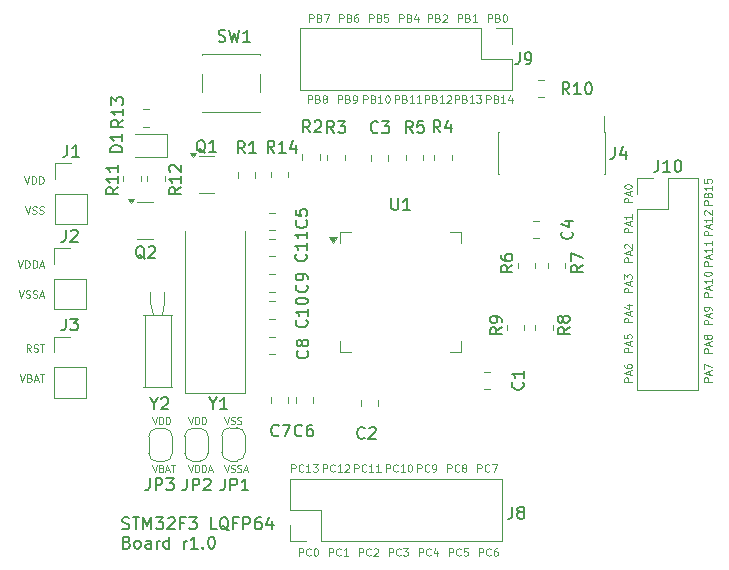
<source format=gbr>
%TF.GenerationSoftware,KiCad,Pcbnew,8.0.5*%
%TF.CreationDate,2024-12-07T09:48:31-05:00*%
%TF.ProjectId,stm32_lqfp64_test_board,73746d33-325f-46c7-9166-7036345f7465,1.1*%
%TF.SameCoordinates,Original*%
%TF.FileFunction,Legend,Top*%
%TF.FilePolarity,Positive*%
%FSLAX46Y46*%
G04 Gerber Fmt 4.6, Leading zero omitted, Abs format (unit mm)*
G04 Created by KiCad (PCBNEW 8.0.5) date 2024-12-07 09:48:31*
%MOMM*%
%LPD*%
G01*
G04 APERTURE LIST*
%ADD10C,0.101600*%
%ADD11C,0.152400*%
%ADD12C,0.150000*%
%ADD13C,0.120000*%
G04 APERTURE END LIST*
D10*
X131155032Y-117011004D02*
X131155032Y-116376004D01*
X131155032Y-116376004D02*
X131396937Y-116376004D01*
X131396937Y-116376004D02*
X131457413Y-116406242D01*
X131457413Y-116406242D02*
X131487651Y-116436480D01*
X131487651Y-116436480D02*
X131517889Y-116496956D01*
X131517889Y-116496956D02*
X131517889Y-116587670D01*
X131517889Y-116587670D02*
X131487651Y-116648146D01*
X131487651Y-116648146D02*
X131457413Y-116678385D01*
X131457413Y-116678385D02*
X131396937Y-116708623D01*
X131396937Y-116708623D02*
X131155032Y-116708623D01*
X132152889Y-116950527D02*
X132122651Y-116980766D01*
X132122651Y-116980766D02*
X132031937Y-117011004D01*
X132031937Y-117011004D02*
X131971461Y-117011004D01*
X131971461Y-117011004D02*
X131880746Y-116980766D01*
X131880746Y-116980766D02*
X131820270Y-116920289D01*
X131820270Y-116920289D02*
X131790032Y-116859813D01*
X131790032Y-116859813D02*
X131759794Y-116738861D01*
X131759794Y-116738861D02*
X131759794Y-116648146D01*
X131759794Y-116648146D02*
X131790032Y-116527194D01*
X131790032Y-116527194D02*
X131820270Y-116466718D01*
X131820270Y-116466718D02*
X131880746Y-116406242D01*
X131880746Y-116406242D02*
X131971461Y-116376004D01*
X131971461Y-116376004D02*
X132031937Y-116376004D01*
X132031937Y-116376004D02*
X132122651Y-116406242D01*
X132122651Y-116406242D02*
X132152889Y-116436480D01*
X132697175Y-116587670D02*
X132697175Y-117011004D01*
X132545984Y-116345766D02*
X132394794Y-116799337D01*
X132394794Y-116799337D02*
X132787889Y-116799337D01*
X98291633Y-99739004D02*
X98079966Y-99436623D01*
X97928776Y-99739004D02*
X97928776Y-99104004D01*
X97928776Y-99104004D02*
X98170681Y-99104004D01*
X98170681Y-99104004D02*
X98231157Y-99134242D01*
X98231157Y-99134242D02*
X98261395Y-99164480D01*
X98261395Y-99164480D02*
X98291633Y-99224956D01*
X98291633Y-99224956D02*
X98291633Y-99315670D01*
X98291633Y-99315670D02*
X98261395Y-99376146D01*
X98261395Y-99376146D02*
X98231157Y-99406385D01*
X98231157Y-99406385D02*
X98170681Y-99436623D01*
X98170681Y-99436623D02*
X97928776Y-99436623D01*
X98533538Y-99708766D02*
X98624252Y-99739004D01*
X98624252Y-99739004D02*
X98775443Y-99739004D01*
X98775443Y-99739004D02*
X98835919Y-99708766D01*
X98835919Y-99708766D02*
X98866157Y-99678527D01*
X98866157Y-99678527D02*
X98896395Y-99618051D01*
X98896395Y-99618051D02*
X98896395Y-99557575D01*
X98896395Y-99557575D02*
X98866157Y-99497099D01*
X98866157Y-99497099D02*
X98835919Y-99466861D01*
X98835919Y-99466861D02*
X98775443Y-99436623D01*
X98775443Y-99436623D02*
X98654490Y-99406385D01*
X98654490Y-99406385D02*
X98594014Y-99376146D01*
X98594014Y-99376146D02*
X98563776Y-99345908D01*
X98563776Y-99345908D02*
X98533538Y-99285432D01*
X98533538Y-99285432D02*
X98533538Y-99224956D01*
X98533538Y-99224956D02*
X98563776Y-99164480D01*
X98563776Y-99164480D02*
X98594014Y-99134242D01*
X98594014Y-99134242D02*
X98654490Y-99104004D01*
X98654490Y-99104004D02*
X98805681Y-99104004D01*
X98805681Y-99104004D02*
X98896395Y-99134242D01*
X99077824Y-99104004D02*
X99440681Y-99104004D01*
X99259252Y-99739004D02*
X99259252Y-99104004D01*
X149167404Y-89621767D02*
X148532404Y-89621767D01*
X148532404Y-89621767D02*
X148532404Y-89379862D01*
X148532404Y-89379862D02*
X148562642Y-89319386D01*
X148562642Y-89319386D02*
X148592880Y-89289148D01*
X148592880Y-89289148D02*
X148653356Y-89258910D01*
X148653356Y-89258910D02*
X148744070Y-89258910D01*
X148744070Y-89258910D02*
X148804546Y-89289148D01*
X148804546Y-89289148D02*
X148834785Y-89319386D01*
X148834785Y-89319386D02*
X148865023Y-89379862D01*
X148865023Y-89379862D02*
X148865023Y-89621767D01*
X148985975Y-89017005D02*
X148985975Y-88714624D01*
X149167404Y-89077481D02*
X148532404Y-88865815D01*
X148532404Y-88865815D02*
X149167404Y-88654148D01*
X149167404Y-88109862D02*
X149167404Y-88472719D01*
X149167404Y-88291291D02*
X148532404Y-88291291D01*
X148532404Y-88291291D02*
X148623118Y-88351767D01*
X148623118Y-88351767D02*
X148683594Y-88412243D01*
X148683594Y-88412243D02*
X148713832Y-88472719D01*
X128361032Y-109899004D02*
X128361032Y-109264004D01*
X128361032Y-109264004D02*
X128602937Y-109264004D01*
X128602937Y-109264004D02*
X128663413Y-109294242D01*
X128663413Y-109294242D02*
X128693651Y-109324480D01*
X128693651Y-109324480D02*
X128723889Y-109384956D01*
X128723889Y-109384956D02*
X128723889Y-109475670D01*
X128723889Y-109475670D02*
X128693651Y-109536146D01*
X128693651Y-109536146D02*
X128663413Y-109566385D01*
X128663413Y-109566385D02*
X128602937Y-109596623D01*
X128602937Y-109596623D02*
X128361032Y-109596623D01*
X129358889Y-109838527D02*
X129328651Y-109868766D01*
X129328651Y-109868766D02*
X129237937Y-109899004D01*
X129237937Y-109899004D02*
X129177461Y-109899004D01*
X129177461Y-109899004D02*
X129086746Y-109868766D01*
X129086746Y-109868766D02*
X129026270Y-109808289D01*
X129026270Y-109808289D02*
X128996032Y-109747813D01*
X128996032Y-109747813D02*
X128965794Y-109626861D01*
X128965794Y-109626861D02*
X128965794Y-109536146D01*
X128965794Y-109536146D02*
X128996032Y-109415194D01*
X128996032Y-109415194D02*
X129026270Y-109354718D01*
X129026270Y-109354718D02*
X129086746Y-109294242D01*
X129086746Y-109294242D02*
X129177461Y-109264004D01*
X129177461Y-109264004D02*
X129237937Y-109264004D01*
X129237937Y-109264004D02*
X129328651Y-109294242D01*
X129328651Y-109294242D02*
X129358889Y-109324480D01*
X129963651Y-109899004D02*
X129600794Y-109899004D01*
X129782222Y-109899004D02*
X129782222Y-109264004D01*
X129782222Y-109264004D02*
X129721746Y-109354718D01*
X129721746Y-109354718D02*
X129661270Y-109415194D01*
X129661270Y-109415194D02*
X129600794Y-109445432D01*
X130356746Y-109264004D02*
X130417223Y-109264004D01*
X130417223Y-109264004D02*
X130477699Y-109294242D01*
X130477699Y-109294242D02*
X130507937Y-109324480D01*
X130507937Y-109324480D02*
X130538175Y-109384956D01*
X130538175Y-109384956D02*
X130568413Y-109505908D01*
X130568413Y-109505908D02*
X130568413Y-109657099D01*
X130568413Y-109657099D02*
X130538175Y-109778051D01*
X130538175Y-109778051D02*
X130507937Y-109838527D01*
X130507937Y-109838527D02*
X130477699Y-109868766D01*
X130477699Y-109868766D02*
X130417223Y-109899004D01*
X130417223Y-109899004D02*
X130356746Y-109899004D01*
X130356746Y-109899004D02*
X130296270Y-109868766D01*
X130296270Y-109868766D02*
X130266032Y-109838527D01*
X130266032Y-109838527D02*
X130235794Y-109778051D01*
X130235794Y-109778051D02*
X130205556Y-109657099D01*
X130205556Y-109657099D02*
X130205556Y-109505908D01*
X130205556Y-109505908D02*
X130235794Y-109384956D01*
X130235794Y-109384956D02*
X130266032Y-109324480D01*
X130266032Y-109324480D02*
X130296270Y-109294242D01*
X130296270Y-109294242D02*
X130356746Y-109264004D01*
X134457032Y-71799004D02*
X134457032Y-71164004D01*
X134457032Y-71164004D02*
X134698937Y-71164004D01*
X134698937Y-71164004D02*
X134759413Y-71194242D01*
X134759413Y-71194242D02*
X134789651Y-71224480D01*
X134789651Y-71224480D02*
X134819889Y-71284956D01*
X134819889Y-71284956D02*
X134819889Y-71375670D01*
X134819889Y-71375670D02*
X134789651Y-71436146D01*
X134789651Y-71436146D02*
X134759413Y-71466385D01*
X134759413Y-71466385D02*
X134698937Y-71496623D01*
X134698937Y-71496623D02*
X134457032Y-71496623D01*
X135303699Y-71466385D02*
X135394413Y-71496623D01*
X135394413Y-71496623D02*
X135424651Y-71526861D01*
X135424651Y-71526861D02*
X135454889Y-71587337D01*
X135454889Y-71587337D02*
X135454889Y-71678051D01*
X135454889Y-71678051D02*
X135424651Y-71738527D01*
X135424651Y-71738527D02*
X135394413Y-71768766D01*
X135394413Y-71768766D02*
X135333937Y-71799004D01*
X135333937Y-71799004D02*
X135092032Y-71799004D01*
X135092032Y-71799004D02*
X135092032Y-71164004D01*
X135092032Y-71164004D02*
X135303699Y-71164004D01*
X135303699Y-71164004D02*
X135364175Y-71194242D01*
X135364175Y-71194242D02*
X135394413Y-71224480D01*
X135394413Y-71224480D02*
X135424651Y-71284956D01*
X135424651Y-71284956D02*
X135424651Y-71345432D01*
X135424651Y-71345432D02*
X135394413Y-71405908D01*
X135394413Y-71405908D02*
X135364175Y-71436146D01*
X135364175Y-71436146D02*
X135303699Y-71466385D01*
X135303699Y-71466385D02*
X135092032Y-71466385D01*
X136059651Y-71799004D02*
X135696794Y-71799004D01*
X135878222Y-71799004D02*
X135878222Y-71164004D01*
X135878222Y-71164004D02*
X135817746Y-71254718D01*
X135817746Y-71254718D02*
X135757270Y-71315194D01*
X135757270Y-71315194D02*
X135696794Y-71345432D01*
X97354252Y-101644004D02*
X97565918Y-102279004D01*
X97565918Y-102279004D02*
X97777585Y-101644004D01*
X98200919Y-101946385D02*
X98291633Y-101976623D01*
X98291633Y-101976623D02*
X98321871Y-102006861D01*
X98321871Y-102006861D02*
X98352109Y-102067337D01*
X98352109Y-102067337D02*
X98352109Y-102158051D01*
X98352109Y-102158051D02*
X98321871Y-102218527D01*
X98321871Y-102218527D02*
X98291633Y-102248766D01*
X98291633Y-102248766D02*
X98231157Y-102279004D01*
X98231157Y-102279004D02*
X97989252Y-102279004D01*
X97989252Y-102279004D02*
X97989252Y-101644004D01*
X97989252Y-101644004D02*
X98200919Y-101644004D01*
X98200919Y-101644004D02*
X98261395Y-101674242D01*
X98261395Y-101674242D02*
X98291633Y-101704480D01*
X98291633Y-101704480D02*
X98321871Y-101764956D01*
X98321871Y-101764956D02*
X98321871Y-101825432D01*
X98321871Y-101825432D02*
X98291633Y-101885908D01*
X98291633Y-101885908D02*
X98261395Y-101916146D01*
X98261395Y-101916146D02*
X98200919Y-101946385D01*
X98200919Y-101946385D02*
X97989252Y-101946385D01*
X98594014Y-102097575D02*
X98896395Y-102097575D01*
X98533538Y-102279004D02*
X98745204Y-101644004D01*
X98745204Y-101644004D02*
X98956871Y-102279004D01*
X99077824Y-101644004D02*
X99440681Y-101644004D01*
X99259252Y-102279004D02*
X99259252Y-101644004D01*
X129504032Y-71799004D02*
X129504032Y-71164004D01*
X129504032Y-71164004D02*
X129745937Y-71164004D01*
X129745937Y-71164004D02*
X129806413Y-71194242D01*
X129806413Y-71194242D02*
X129836651Y-71224480D01*
X129836651Y-71224480D02*
X129866889Y-71284956D01*
X129866889Y-71284956D02*
X129866889Y-71375670D01*
X129866889Y-71375670D02*
X129836651Y-71436146D01*
X129836651Y-71436146D02*
X129806413Y-71466385D01*
X129806413Y-71466385D02*
X129745937Y-71496623D01*
X129745937Y-71496623D02*
X129504032Y-71496623D01*
X130350699Y-71466385D02*
X130441413Y-71496623D01*
X130441413Y-71496623D02*
X130471651Y-71526861D01*
X130471651Y-71526861D02*
X130501889Y-71587337D01*
X130501889Y-71587337D02*
X130501889Y-71678051D01*
X130501889Y-71678051D02*
X130471651Y-71738527D01*
X130471651Y-71738527D02*
X130441413Y-71768766D01*
X130441413Y-71768766D02*
X130380937Y-71799004D01*
X130380937Y-71799004D02*
X130139032Y-71799004D01*
X130139032Y-71799004D02*
X130139032Y-71164004D01*
X130139032Y-71164004D02*
X130350699Y-71164004D01*
X130350699Y-71164004D02*
X130411175Y-71194242D01*
X130411175Y-71194242D02*
X130441413Y-71224480D01*
X130441413Y-71224480D02*
X130471651Y-71284956D01*
X130471651Y-71284956D02*
X130471651Y-71345432D01*
X130471651Y-71345432D02*
X130441413Y-71405908D01*
X130441413Y-71405908D02*
X130411175Y-71436146D01*
X130411175Y-71436146D02*
X130350699Y-71466385D01*
X130350699Y-71466385D02*
X130139032Y-71466385D01*
X131046175Y-71375670D02*
X131046175Y-71799004D01*
X130894984Y-71133766D02*
X130743794Y-71587337D01*
X130743794Y-71587337D02*
X131136889Y-71587337D01*
X149167404Y-97241767D02*
X148532404Y-97241767D01*
X148532404Y-97241767D02*
X148532404Y-96999862D01*
X148532404Y-96999862D02*
X148562642Y-96939386D01*
X148562642Y-96939386D02*
X148592880Y-96909148D01*
X148592880Y-96909148D02*
X148653356Y-96878910D01*
X148653356Y-96878910D02*
X148744070Y-96878910D01*
X148744070Y-96878910D02*
X148804546Y-96909148D01*
X148804546Y-96909148D02*
X148834785Y-96939386D01*
X148834785Y-96939386D02*
X148865023Y-96999862D01*
X148865023Y-96999862D02*
X148865023Y-97241767D01*
X148985975Y-96637005D02*
X148985975Y-96334624D01*
X149167404Y-96697481D02*
X148532404Y-96485815D01*
X148532404Y-96485815D02*
X149167404Y-96274148D01*
X148744070Y-95790338D02*
X149167404Y-95790338D01*
X148502166Y-95941529D02*
X148955737Y-96092719D01*
X148955737Y-96092719D02*
X148955737Y-95699624D01*
X131663032Y-78657004D02*
X131663032Y-78022004D01*
X131663032Y-78022004D02*
X131904937Y-78022004D01*
X131904937Y-78022004D02*
X131965413Y-78052242D01*
X131965413Y-78052242D02*
X131995651Y-78082480D01*
X131995651Y-78082480D02*
X132025889Y-78142956D01*
X132025889Y-78142956D02*
X132025889Y-78233670D01*
X132025889Y-78233670D02*
X131995651Y-78294146D01*
X131995651Y-78294146D02*
X131965413Y-78324385D01*
X131965413Y-78324385D02*
X131904937Y-78354623D01*
X131904937Y-78354623D02*
X131663032Y-78354623D01*
X132509699Y-78324385D02*
X132600413Y-78354623D01*
X132600413Y-78354623D02*
X132630651Y-78384861D01*
X132630651Y-78384861D02*
X132660889Y-78445337D01*
X132660889Y-78445337D02*
X132660889Y-78536051D01*
X132660889Y-78536051D02*
X132630651Y-78596527D01*
X132630651Y-78596527D02*
X132600413Y-78626766D01*
X132600413Y-78626766D02*
X132539937Y-78657004D01*
X132539937Y-78657004D02*
X132298032Y-78657004D01*
X132298032Y-78657004D02*
X132298032Y-78022004D01*
X132298032Y-78022004D02*
X132509699Y-78022004D01*
X132509699Y-78022004D02*
X132570175Y-78052242D01*
X132570175Y-78052242D02*
X132600413Y-78082480D01*
X132600413Y-78082480D02*
X132630651Y-78142956D01*
X132630651Y-78142956D02*
X132630651Y-78203432D01*
X132630651Y-78203432D02*
X132600413Y-78263908D01*
X132600413Y-78263908D02*
X132570175Y-78294146D01*
X132570175Y-78294146D02*
X132509699Y-78324385D01*
X132509699Y-78324385D02*
X132298032Y-78324385D01*
X133265651Y-78657004D02*
X132902794Y-78657004D01*
X133084222Y-78657004D02*
X133084222Y-78022004D01*
X133084222Y-78022004D02*
X133023746Y-78112718D01*
X133023746Y-78112718D02*
X132963270Y-78173194D01*
X132963270Y-78173194D02*
X132902794Y-78203432D01*
X133507556Y-78082480D02*
X133537794Y-78052242D01*
X133537794Y-78052242D02*
X133598270Y-78022004D01*
X133598270Y-78022004D02*
X133749461Y-78022004D01*
X133749461Y-78022004D02*
X133809937Y-78052242D01*
X133809937Y-78052242D02*
X133840175Y-78082480D01*
X133840175Y-78082480D02*
X133870413Y-78142956D01*
X133870413Y-78142956D02*
X133870413Y-78203432D01*
X133870413Y-78203432D02*
X133840175Y-78294146D01*
X133840175Y-78294146D02*
X133477318Y-78657004D01*
X133477318Y-78657004D02*
X133870413Y-78657004D01*
X121884032Y-71799004D02*
X121884032Y-71164004D01*
X121884032Y-71164004D02*
X122125937Y-71164004D01*
X122125937Y-71164004D02*
X122186413Y-71194242D01*
X122186413Y-71194242D02*
X122216651Y-71224480D01*
X122216651Y-71224480D02*
X122246889Y-71284956D01*
X122246889Y-71284956D02*
X122246889Y-71375670D01*
X122246889Y-71375670D02*
X122216651Y-71436146D01*
X122216651Y-71436146D02*
X122186413Y-71466385D01*
X122186413Y-71466385D02*
X122125937Y-71496623D01*
X122125937Y-71496623D02*
X121884032Y-71496623D01*
X122730699Y-71466385D02*
X122821413Y-71496623D01*
X122821413Y-71496623D02*
X122851651Y-71526861D01*
X122851651Y-71526861D02*
X122881889Y-71587337D01*
X122881889Y-71587337D02*
X122881889Y-71678051D01*
X122881889Y-71678051D02*
X122851651Y-71738527D01*
X122851651Y-71738527D02*
X122821413Y-71768766D01*
X122821413Y-71768766D02*
X122760937Y-71799004D01*
X122760937Y-71799004D02*
X122519032Y-71799004D01*
X122519032Y-71799004D02*
X122519032Y-71164004D01*
X122519032Y-71164004D02*
X122730699Y-71164004D01*
X122730699Y-71164004D02*
X122791175Y-71194242D01*
X122791175Y-71194242D02*
X122821413Y-71224480D01*
X122821413Y-71224480D02*
X122851651Y-71284956D01*
X122851651Y-71284956D02*
X122851651Y-71345432D01*
X122851651Y-71345432D02*
X122821413Y-71405908D01*
X122821413Y-71405908D02*
X122791175Y-71436146D01*
X122791175Y-71436146D02*
X122730699Y-71466385D01*
X122730699Y-71466385D02*
X122519032Y-71466385D01*
X123093556Y-71164004D02*
X123516889Y-71164004D01*
X123516889Y-71164004D02*
X123244746Y-71799004D01*
X97747348Y-84880004D02*
X97959014Y-85515004D01*
X97959014Y-85515004D02*
X98170681Y-84880004D01*
X98382348Y-85515004D02*
X98382348Y-84880004D01*
X98382348Y-84880004D02*
X98533538Y-84880004D01*
X98533538Y-84880004D02*
X98624253Y-84910242D01*
X98624253Y-84910242D02*
X98684729Y-84970718D01*
X98684729Y-84970718D02*
X98714967Y-85031194D01*
X98714967Y-85031194D02*
X98745205Y-85152146D01*
X98745205Y-85152146D02*
X98745205Y-85242861D01*
X98745205Y-85242861D02*
X98714967Y-85363813D01*
X98714967Y-85363813D02*
X98684729Y-85424289D01*
X98684729Y-85424289D02*
X98624253Y-85484766D01*
X98624253Y-85484766D02*
X98533538Y-85515004D01*
X98533538Y-85515004D02*
X98382348Y-85515004D01*
X99017348Y-85515004D02*
X99017348Y-84880004D01*
X99017348Y-84880004D02*
X99168538Y-84880004D01*
X99168538Y-84880004D02*
X99259253Y-84910242D01*
X99259253Y-84910242D02*
X99319729Y-84970718D01*
X99319729Y-84970718D02*
X99349967Y-85031194D01*
X99349967Y-85031194D02*
X99380205Y-85152146D01*
X99380205Y-85152146D02*
X99380205Y-85242861D01*
X99380205Y-85242861D02*
X99349967Y-85363813D01*
X99349967Y-85363813D02*
X99319729Y-85424289D01*
X99319729Y-85424289D02*
X99259253Y-85484766D01*
X99259253Y-85484766D02*
X99168538Y-85515004D01*
X99168538Y-85515004D02*
X99017348Y-85515004D01*
X155923804Y-97419567D02*
X155288804Y-97419567D01*
X155288804Y-97419567D02*
X155288804Y-97177662D01*
X155288804Y-97177662D02*
X155319042Y-97117186D01*
X155319042Y-97117186D02*
X155349280Y-97086948D01*
X155349280Y-97086948D02*
X155409756Y-97056710D01*
X155409756Y-97056710D02*
X155500470Y-97056710D01*
X155500470Y-97056710D02*
X155560946Y-97086948D01*
X155560946Y-97086948D02*
X155591185Y-97117186D01*
X155591185Y-97117186D02*
X155621423Y-97177662D01*
X155621423Y-97177662D02*
X155621423Y-97419567D01*
X155742375Y-96814805D02*
X155742375Y-96512424D01*
X155923804Y-96875281D02*
X155288804Y-96663615D01*
X155288804Y-96663615D02*
X155923804Y-96451948D01*
X155923804Y-96210043D02*
X155923804Y-96089091D01*
X155923804Y-96089091D02*
X155893566Y-96028614D01*
X155893566Y-96028614D02*
X155863327Y-95998376D01*
X155863327Y-95998376D02*
X155772613Y-95937900D01*
X155772613Y-95937900D02*
X155651661Y-95907662D01*
X155651661Y-95907662D02*
X155409756Y-95907662D01*
X155409756Y-95907662D02*
X155349280Y-95937900D01*
X155349280Y-95937900D02*
X155319042Y-95968138D01*
X155319042Y-95968138D02*
X155288804Y-96028614D01*
X155288804Y-96028614D02*
X155288804Y-96149567D01*
X155288804Y-96149567D02*
X155319042Y-96210043D01*
X155319042Y-96210043D02*
X155349280Y-96240281D01*
X155349280Y-96240281D02*
X155409756Y-96270519D01*
X155409756Y-96270519D02*
X155560946Y-96270519D01*
X155560946Y-96270519D02*
X155621423Y-96240281D01*
X155621423Y-96240281D02*
X155651661Y-96210043D01*
X155651661Y-96210043D02*
X155681899Y-96149567D01*
X155681899Y-96149567D02*
X155681899Y-96028614D01*
X155681899Y-96028614D02*
X155651661Y-95968138D01*
X155651661Y-95968138D02*
X155621423Y-95937900D01*
X155621423Y-95937900D02*
X155560946Y-95907662D01*
X124424032Y-71799004D02*
X124424032Y-71164004D01*
X124424032Y-71164004D02*
X124665937Y-71164004D01*
X124665937Y-71164004D02*
X124726413Y-71194242D01*
X124726413Y-71194242D02*
X124756651Y-71224480D01*
X124756651Y-71224480D02*
X124786889Y-71284956D01*
X124786889Y-71284956D02*
X124786889Y-71375670D01*
X124786889Y-71375670D02*
X124756651Y-71436146D01*
X124756651Y-71436146D02*
X124726413Y-71466385D01*
X124726413Y-71466385D02*
X124665937Y-71496623D01*
X124665937Y-71496623D02*
X124424032Y-71496623D01*
X125270699Y-71466385D02*
X125361413Y-71496623D01*
X125361413Y-71496623D02*
X125391651Y-71526861D01*
X125391651Y-71526861D02*
X125421889Y-71587337D01*
X125421889Y-71587337D02*
X125421889Y-71678051D01*
X125421889Y-71678051D02*
X125391651Y-71738527D01*
X125391651Y-71738527D02*
X125361413Y-71768766D01*
X125361413Y-71768766D02*
X125300937Y-71799004D01*
X125300937Y-71799004D02*
X125059032Y-71799004D01*
X125059032Y-71799004D02*
X125059032Y-71164004D01*
X125059032Y-71164004D02*
X125270699Y-71164004D01*
X125270699Y-71164004D02*
X125331175Y-71194242D01*
X125331175Y-71194242D02*
X125361413Y-71224480D01*
X125361413Y-71224480D02*
X125391651Y-71284956D01*
X125391651Y-71284956D02*
X125391651Y-71345432D01*
X125391651Y-71345432D02*
X125361413Y-71405908D01*
X125361413Y-71405908D02*
X125331175Y-71436146D01*
X125331175Y-71436146D02*
X125270699Y-71466385D01*
X125270699Y-71466385D02*
X125059032Y-71466385D01*
X125966175Y-71164004D02*
X125845222Y-71164004D01*
X125845222Y-71164004D02*
X125784746Y-71194242D01*
X125784746Y-71194242D02*
X125754508Y-71224480D01*
X125754508Y-71224480D02*
X125694032Y-71315194D01*
X125694032Y-71315194D02*
X125663794Y-71436146D01*
X125663794Y-71436146D02*
X125663794Y-71678051D01*
X125663794Y-71678051D02*
X125694032Y-71738527D01*
X125694032Y-71738527D02*
X125724270Y-71768766D01*
X125724270Y-71768766D02*
X125784746Y-71799004D01*
X125784746Y-71799004D02*
X125905699Y-71799004D01*
X125905699Y-71799004D02*
X125966175Y-71768766D01*
X125966175Y-71768766D02*
X125996413Y-71738527D01*
X125996413Y-71738527D02*
X126026651Y-71678051D01*
X126026651Y-71678051D02*
X126026651Y-71526861D01*
X126026651Y-71526861D02*
X125996413Y-71466385D01*
X125996413Y-71466385D02*
X125966175Y-71436146D01*
X125966175Y-71436146D02*
X125905699Y-71405908D01*
X125905699Y-71405908D02*
X125784746Y-71405908D01*
X125784746Y-71405908D02*
X125724270Y-71436146D01*
X125724270Y-71436146D02*
X125694032Y-71466385D01*
X125694032Y-71466385D02*
X125663794Y-71526861D01*
X136108032Y-109899004D02*
X136108032Y-109264004D01*
X136108032Y-109264004D02*
X136349937Y-109264004D01*
X136349937Y-109264004D02*
X136410413Y-109294242D01*
X136410413Y-109294242D02*
X136440651Y-109324480D01*
X136440651Y-109324480D02*
X136470889Y-109384956D01*
X136470889Y-109384956D02*
X136470889Y-109475670D01*
X136470889Y-109475670D02*
X136440651Y-109536146D01*
X136440651Y-109536146D02*
X136410413Y-109566385D01*
X136410413Y-109566385D02*
X136349937Y-109596623D01*
X136349937Y-109596623D02*
X136108032Y-109596623D01*
X137105889Y-109838527D02*
X137075651Y-109868766D01*
X137075651Y-109868766D02*
X136984937Y-109899004D01*
X136984937Y-109899004D02*
X136924461Y-109899004D01*
X136924461Y-109899004D02*
X136833746Y-109868766D01*
X136833746Y-109868766D02*
X136773270Y-109808289D01*
X136773270Y-109808289D02*
X136743032Y-109747813D01*
X136743032Y-109747813D02*
X136712794Y-109626861D01*
X136712794Y-109626861D02*
X136712794Y-109536146D01*
X136712794Y-109536146D02*
X136743032Y-109415194D01*
X136743032Y-109415194D02*
X136773270Y-109354718D01*
X136773270Y-109354718D02*
X136833746Y-109294242D01*
X136833746Y-109294242D02*
X136924461Y-109264004D01*
X136924461Y-109264004D02*
X136984937Y-109264004D01*
X136984937Y-109264004D02*
X137075651Y-109294242D01*
X137075651Y-109294242D02*
X137105889Y-109324480D01*
X137317556Y-109264004D02*
X137740889Y-109264004D01*
X137740889Y-109264004D02*
X137468746Y-109899004D01*
X136870032Y-78657004D02*
X136870032Y-78022004D01*
X136870032Y-78022004D02*
X137111937Y-78022004D01*
X137111937Y-78022004D02*
X137172413Y-78052242D01*
X137172413Y-78052242D02*
X137202651Y-78082480D01*
X137202651Y-78082480D02*
X137232889Y-78142956D01*
X137232889Y-78142956D02*
X137232889Y-78233670D01*
X137232889Y-78233670D02*
X137202651Y-78294146D01*
X137202651Y-78294146D02*
X137172413Y-78324385D01*
X137172413Y-78324385D02*
X137111937Y-78354623D01*
X137111937Y-78354623D02*
X136870032Y-78354623D01*
X137716699Y-78324385D02*
X137807413Y-78354623D01*
X137807413Y-78354623D02*
X137837651Y-78384861D01*
X137837651Y-78384861D02*
X137867889Y-78445337D01*
X137867889Y-78445337D02*
X137867889Y-78536051D01*
X137867889Y-78536051D02*
X137837651Y-78596527D01*
X137837651Y-78596527D02*
X137807413Y-78626766D01*
X137807413Y-78626766D02*
X137746937Y-78657004D01*
X137746937Y-78657004D02*
X137505032Y-78657004D01*
X137505032Y-78657004D02*
X137505032Y-78022004D01*
X137505032Y-78022004D02*
X137716699Y-78022004D01*
X137716699Y-78022004D02*
X137777175Y-78052242D01*
X137777175Y-78052242D02*
X137807413Y-78082480D01*
X137807413Y-78082480D02*
X137837651Y-78142956D01*
X137837651Y-78142956D02*
X137837651Y-78203432D01*
X137837651Y-78203432D02*
X137807413Y-78263908D01*
X137807413Y-78263908D02*
X137777175Y-78294146D01*
X137777175Y-78294146D02*
X137716699Y-78324385D01*
X137716699Y-78324385D02*
X137505032Y-78324385D01*
X138472651Y-78657004D02*
X138109794Y-78657004D01*
X138291222Y-78657004D02*
X138291222Y-78022004D01*
X138291222Y-78022004D02*
X138230746Y-78112718D01*
X138230746Y-78112718D02*
X138170270Y-78173194D01*
X138170270Y-78173194D02*
X138109794Y-78203432D01*
X139016937Y-78233670D02*
X139016937Y-78657004D01*
X138865746Y-77991766D02*
X138714556Y-78445337D01*
X138714556Y-78445337D02*
X139107651Y-78445337D01*
X97203062Y-91992004D02*
X97414728Y-92627004D01*
X97414728Y-92627004D02*
X97626395Y-91992004D01*
X97838062Y-92627004D02*
X97838062Y-91992004D01*
X97838062Y-91992004D02*
X97989252Y-91992004D01*
X97989252Y-91992004D02*
X98079967Y-92022242D01*
X98079967Y-92022242D02*
X98140443Y-92082718D01*
X98140443Y-92082718D02*
X98170681Y-92143194D01*
X98170681Y-92143194D02*
X98200919Y-92264146D01*
X98200919Y-92264146D02*
X98200919Y-92354861D01*
X98200919Y-92354861D02*
X98170681Y-92475813D01*
X98170681Y-92475813D02*
X98140443Y-92536289D01*
X98140443Y-92536289D02*
X98079967Y-92596766D01*
X98079967Y-92596766D02*
X97989252Y-92627004D01*
X97989252Y-92627004D02*
X97838062Y-92627004D01*
X98473062Y-92627004D02*
X98473062Y-91992004D01*
X98473062Y-91992004D02*
X98624252Y-91992004D01*
X98624252Y-91992004D02*
X98714967Y-92022242D01*
X98714967Y-92022242D02*
X98775443Y-92082718D01*
X98775443Y-92082718D02*
X98805681Y-92143194D01*
X98805681Y-92143194D02*
X98835919Y-92264146D01*
X98835919Y-92264146D02*
X98835919Y-92354861D01*
X98835919Y-92354861D02*
X98805681Y-92475813D01*
X98805681Y-92475813D02*
X98775443Y-92536289D01*
X98775443Y-92536289D02*
X98714967Y-92596766D01*
X98714967Y-92596766D02*
X98624252Y-92627004D01*
X98624252Y-92627004D02*
X98473062Y-92627004D01*
X99077824Y-92445575D02*
X99380205Y-92445575D01*
X99017348Y-92627004D02*
X99229014Y-91992004D01*
X99229014Y-91992004D02*
X99440681Y-92627004D01*
X123535032Y-117011004D02*
X123535032Y-116376004D01*
X123535032Y-116376004D02*
X123776937Y-116376004D01*
X123776937Y-116376004D02*
X123837413Y-116406242D01*
X123837413Y-116406242D02*
X123867651Y-116436480D01*
X123867651Y-116436480D02*
X123897889Y-116496956D01*
X123897889Y-116496956D02*
X123897889Y-116587670D01*
X123897889Y-116587670D02*
X123867651Y-116648146D01*
X123867651Y-116648146D02*
X123837413Y-116678385D01*
X123837413Y-116678385D02*
X123776937Y-116708623D01*
X123776937Y-116708623D02*
X123535032Y-116708623D01*
X124532889Y-116950527D02*
X124502651Y-116980766D01*
X124502651Y-116980766D02*
X124411937Y-117011004D01*
X124411937Y-117011004D02*
X124351461Y-117011004D01*
X124351461Y-117011004D02*
X124260746Y-116980766D01*
X124260746Y-116980766D02*
X124200270Y-116920289D01*
X124200270Y-116920289D02*
X124170032Y-116859813D01*
X124170032Y-116859813D02*
X124139794Y-116738861D01*
X124139794Y-116738861D02*
X124139794Y-116648146D01*
X124139794Y-116648146D02*
X124170032Y-116527194D01*
X124170032Y-116527194D02*
X124200270Y-116466718D01*
X124200270Y-116466718D02*
X124260746Y-116406242D01*
X124260746Y-116406242D02*
X124351461Y-116376004D01*
X124351461Y-116376004D02*
X124411937Y-116376004D01*
X124411937Y-116376004D02*
X124502651Y-116406242D01*
X124502651Y-116406242D02*
X124532889Y-116436480D01*
X125137651Y-117011004D02*
X124774794Y-117011004D01*
X124956222Y-117011004D02*
X124956222Y-116376004D01*
X124956222Y-116376004D02*
X124895746Y-116466718D01*
X124895746Y-116466718D02*
X124835270Y-116527194D01*
X124835270Y-116527194D02*
X124774794Y-116557432D01*
X126456032Y-78657004D02*
X126456032Y-78022004D01*
X126456032Y-78022004D02*
X126697937Y-78022004D01*
X126697937Y-78022004D02*
X126758413Y-78052242D01*
X126758413Y-78052242D02*
X126788651Y-78082480D01*
X126788651Y-78082480D02*
X126818889Y-78142956D01*
X126818889Y-78142956D02*
X126818889Y-78233670D01*
X126818889Y-78233670D02*
X126788651Y-78294146D01*
X126788651Y-78294146D02*
X126758413Y-78324385D01*
X126758413Y-78324385D02*
X126697937Y-78354623D01*
X126697937Y-78354623D02*
X126456032Y-78354623D01*
X127302699Y-78324385D02*
X127393413Y-78354623D01*
X127393413Y-78354623D02*
X127423651Y-78384861D01*
X127423651Y-78384861D02*
X127453889Y-78445337D01*
X127453889Y-78445337D02*
X127453889Y-78536051D01*
X127453889Y-78536051D02*
X127423651Y-78596527D01*
X127423651Y-78596527D02*
X127393413Y-78626766D01*
X127393413Y-78626766D02*
X127332937Y-78657004D01*
X127332937Y-78657004D02*
X127091032Y-78657004D01*
X127091032Y-78657004D02*
X127091032Y-78022004D01*
X127091032Y-78022004D02*
X127302699Y-78022004D01*
X127302699Y-78022004D02*
X127363175Y-78052242D01*
X127363175Y-78052242D02*
X127393413Y-78082480D01*
X127393413Y-78082480D02*
X127423651Y-78142956D01*
X127423651Y-78142956D02*
X127423651Y-78203432D01*
X127423651Y-78203432D02*
X127393413Y-78263908D01*
X127393413Y-78263908D02*
X127363175Y-78294146D01*
X127363175Y-78294146D02*
X127302699Y-78324385D01*
X127302699Y-78324385D02*
X127091032Y-78324385D01*
X128058651Y-78657004D02*
X127695794Y-78657004D01*
X127877222Y-78657004D02*
X127877222Y-78022004D01*
X127877222Y-78022004D02*
X127816746Y-78112718D01*
X127816746Y-78112718D02*
X127756270Y-78173194D01*
X127756270Y-78173194D02*
X127695794Y-78203432D01*
X128451746Y-78022004D02*
X128512223Y-78022004D01*
X128512223Y-78022004D02*
X128572699Y-78052242D01*
X128572699Y-78052242D02*
X128602937Y-78082480D01*
X128602937Y-78082480D02*
X128633175Y-78142956D01*
X128633175Y-78142956D02*
X128663413Y-78263908D01*
X128663413Y-78263908D02*
X128663413Y-78415099D01*
X128663413Y-78415099D02*
X128633175Y-78536051D01*
X128633175Y-78536051D02*
X128602937Y-78596527D01*
X128602937Y-78596527D02*
X128572699Y-78626766D01*
X128572699Y-78626766D02*
X128512223Y-78657004D01*
X128512223Y-78657004D02*
X128451746Y-78657004D01*
X128451746Y-78657004D02*
X128391270Y-78626766D01*
X128391270Y-78626766D02*
X128361032Y-78596527D01*
X128361032Y-78596527D02*
X128330794Y-78536051D01*
X128330794Y-78536051D02*
X128300556Y-78415099D01*
X128300556Y-78415099D02*
X128300556Y-78263908D01*
X128300556Y-78263908D02*
X128330794Y-78142956D01*
X128330794Y-78142956D02*
X128361032Y-78082480D01*
X128361032Y-78082480D02*
X128391270Y-78052242D01*
X128391270Y-78052242D02*
X128451746Y-78022004D01*
X120360032Y-109899004D02*
X120360032Y-109264004D01*
X120360032Y-109264004D02*
X120601937Y-109264004D01*
X120601937Y-109264004D02*
X120662413Y-109294242D01*
X120662413Y-109294242D02*
X120692651Y-109324480D01*
X120692651Y-109324480D02*
X120722889Y-109384956D01*
X120722889Y-109384956D02*
X120722889Y-109475670D01*
X120722889Y-109475670D02*
X120692651Y-109536146D01*
X120692651Y-109536146D02*
X120662413Y-109566385D01*
X120662413Y-109566385D02*
X120601937Y-109596623D01*
X120601937Y-109596623D02*
X120360032Y-109596623D01*
X121357889Y-109838527D02*
X121327651Y-109868766D01*
X121327651Y-109868766D02*
X121236937Y-109899004D01*
X121236937Y-109899004D02*
X121176461Y-109899004D01*
X121176461Y-109899004D02*
X121085746Y-109868766D01*
X121085746Y-109868766D02*
X121025270Y-109808289D01*
X121025270Y-109808289D02*
X120995032Y-109747813D01*
X120995032Y-109747813D02*
X120964794Y-109626861D01*
X120964794Y-109626861D02*
X120964794Y-109536146D01*
X120964794Y-109536146D02*
X120995032Y-109415194D01*
X120995032Y-109415194D02*
X121025270Y-109354718D01*
X121025270Y-109354718D02*
X121085746Y-109294242D01*
X121085746Y-109294242D02*
X121176461Y-109264004D01*
X121176461Y-109264004D02*
X121236937Y-109264004D01*
X121236937Y-109264004D02*
X121327651Y-109294242D01*
X121327651Y-109294242D02*
X121357889Y-109324480D01*
X121962651Y-109899004D02*
X121599794Y-109899004D01*
X121781222Y-109899004D02*
X121781222Y-109264004D01*
X121781222Y-109264004D02*
X121720746Y-109354718D01*
X121720746Y-109354718D02*
X121660270Y-109415194D01*
X121660270Y-109415194D02*
X121599794Y-109445432D01*
X122174318Y-109264004D02*
X122567413Y-109264004D01*
X122567413Y-109264004D02*
X122355746Y-109505908D01*
X122355746Y-109505908D02*
X122446461Y-109505908D01*
X122446461Y-109505908D02*
X122506937Y-109536146D01*
X122506937Y-109536146D02*
X122537175Y-109566385D01*
X122537175Y-109566385D02*
X122567413Y-109626861D01*
X122567413Y-109626861D02*
X122567413Y-109778051D01*
X122567413Y-109778051D02*
X122537175Y-109838527D01*
X122537175Y-109838527D02*
X122506937Y-109868766D01*
X122506937Y-109868766D02*
X122446461Y-109899004D01*
X122446461Y-109899004D02*
X122265032Y-109899004D01*
X122265032Y-109899004D02*
X122204556Y-109868766D01*
X122204556Y-109868766D02*
X122174318Y-109838527D01*
X128615032Y-117011004D02*
X128615032Y-116376004D01*
X128615032Y-116376004D02*
X128856937Y-116376004D01*
X128856937Y-116376004D02*
X128917413Y-116406242D01*
X128917413Y-116406242D02*
X128947651Y-116436480D01*
X128947651Y-116436480D02*
X128977889Y-116496956D01*
X128977889Y-116496956D02*
X128977889Y-116587670D01*
X128977889Y-116587670D02*
X128947651Y-116648146D01*
X128947651Y-116648146D02*
X128917413Y-116678385D01*
X128917413Y-116678385D02*
X128856937Y-116708623D01*
X128856937Y-116708623D02*
X128615032Y-116708623D01*
X129612889Y-116950527D02*
X129582651Y-116980766D01*
X129582651Y-116980766D02*
X129491937Y-117011004D01*
X129491937Y-117011004D02*
X129431461Y-117011004D01*
X129431461Y-117011004D02*
X129340746Y-116980766D01*
X129340746Y-116980766D02*
X129280270Y-116920289D01*
X129280270Y-116920289D02*
X129250032Y-116859813D01*
X129250032Y-116859813D02*
X129219794Y-116738861D01*
X129219794Y-116738861D02*
X129219794Y-116648146D01*
X129219794Y-116648146D02*
X129250032Y-116527194D01*
X129250032Y-116527194D02*
X129280270Y-116466718D01*
X129280270Y-116466718D02*
X129340746Y-116406242D01*
X129340746Y-116406242D02*
X129431461Y-116376004D01*
X129431461Y-116376004D02*
X129491937Y-116376004D01*
X129491937Y-116376004D02*
X129582651Y-116406242D01*
X129582651Y-116406242D02*
X129612889Y-116436480D01*
X129824556Y-116376004D02*
X130217651Y-116376004D01*
X130217651Y-116376004D02*
X130005984Y-116617908D01*
X130005984Y-116617908D02*
X130096699Y-116617908D01*
X130096699Y-116617908D02*
X130157175Y-116648146D01*
X130157175Y-116648146D02*
X130187413Y-116678385D01*
X130187413Y-116678385D02*
X130217651Y-116738861D01*
X130217651Y-116738861D02*
X130217651Y-116890051D01*
X130217651Y-116890051D02*
X130187413Y-116950527D01*
X130187413Y-116950527D02*
X130157175Y-116980766D01*
X130157175Y-116980766D02*
X130096699Y-117011004D01*
X130096699Y-117011004D02*
X129915270Y-117011004D01*
X129915270Y-117011004D02*
X129854794Y-116980766D01*
X129854794Y-116980766D02*
X129824556Y-116950527D01*
X126075032Y-117011004D02*
X126075032Y-116376004D01*
X126075032Y-116376004D02*
X126316937Y-116376004D01*
X126316937Y-116376004D02*
X126377413Y-116406242D01*
X126377413Y-116406242D02*
X126407651Y-116436480D01*
X126407651Y-116436480D02*
X126437889Y-116496956D01*
X126437889Y-116496956D02*
X126437889Y-116587670D01*
X126437889Y-116587670D02*
X126407651Y-116648146D01*
X126407651Y-116648146D02*
X126377413Y-116678385D01*
X126377413Y-116678385D02*
X126316937Y-116708623D01*
X126316937Y-116708623D02*
X126075032Y-116708623D01*
X127072889Y-116950527D02*
X127042651Y-116980766D01*
X127042651Y-116980766D02*
X126951937Y-117011004D01*
X126951937Y-117011004D02*
X126891461Y-117011004D01*
X126891461Y-117011004D02*
X126800746Y-116980766D01*
X126800746Y-116980766D02*
X126740270Y-116920289D01*
X126740270Y-116920289D02*
X126710032Y-116859813D01*
X126710032Y-116859813D02*
X126679794Y-116738861D01*
X126679794Y-116738861D02*
X126679794Y-116648146D01*
X126679794Y-116648146D02*
X126710032Y-116527194D01*
X126710032Y-116527194D02*
X126740270Y-116466718D01*
X126740270Y-116466718D02*
X126800746Y-116406242D01*
X126800746Y-116406242D02*
X126891461Y-116376004D01*
X126891461Y-116376004D02*
X126951937Y-116376004D01*
X126951937Y-116376004D02*
X127042651Y-116406242D01*
X127042651Y-116406242D02*
X127072889Y-116436480D01*
X127314794Y-116436480D02*
X127345032Y-116406242D01*
X127345032Y-116406242D02*
X127405508Y-116376004D01*
X127405508Y-116376004D02*
X127556699Y-116376004D01*
X127556699Y-116376004D02*
X127617175Y-116406242D01*
X127617175Y-116406242D02*
X127647413Y-116436480D01*
X127647413Y-116436480D02*
X127677651Y-116496956D01*
X127677651Y-116496956D02*
X127677651Y-116557432D01*
X127677651Y-116557432D02*
X127647413Y-116648146D01*
X127647413Y-116648146D02*
X127284556Y-117011004D01*
X127284556Y-117011004D02*
X127677651Y-117011004D01*
X133568032Y-109899004D02*
X133568032Y-109264004D01*
X133568032Y-109264004D02*
X133809937Y-109264004D01*
X133809937Y-109264004D02*
X133870413Y-109294242D01*
X133870413Y-109294242D02*
X133900651Y-109324480D01*
X133900651Y-109324480D02*
X133930889Y-109384956D01*
X133930889Y-109384956D02*
X133930889Y-109475670D01*
X133930889Y-109475670D02*
X133900651Y-109536146D01*
X133900651Y-109536146D02*
X133870413Y-109566385D01*
X133870413Y-109566385D02*
X133809937Y-109596623D01*
X133809937Y-109596623D02*
X133568032Y-109596623D01*
X134565889Y-109838527D02*
X134535651Y-109868766D01*
X134535651Y-109868766D02*
X134444937Y-109899004D01*
X134444937Y-109899004D02*
X134384461Y-109899004D01*
X134384461Y-109899004D02*
X134293746Y-109868766D01*
X134293746Y-109868766D02*
X134233270Y-109808289D01*
X134233270Y-109808289D02*
X134203032Y-109747813D01*
X134203032Y-109747813D02*
X134172794Y-109626861D01*
X134172794Y-109626861D02*
X134172794Y-109536146D01*
X134172794Y-109536146D02*
X134203032Y-109415194D01*
X134203032Y-109415194D02*
X134233270Y-109354718D01*
X134233270Y-109354718D02*
X134293746Y-109294242D01*
X134293746Y-109294242D02*
X134384461Y-109264004D01*
X134384461Y-109264004D02*
X134444937Y-109264004D01*
X134444937Y-109264004D02*
X134535651Y-109294242D01*
X134535651Y-109294242D02*
X134565889Y-109324480D01*
X134928746Y-109536146D02*
X134868270Y-109505908D01*
X134868270Y-109505908D02*
X134838032Y-109475670D01*
X134838032Y-109475670D02*
X134807794Y-109415194D01*
X134807794Y-109415194D02*
X134807794Y-109384956D01*
X134807794Y-109384956D02*
X134838032Y-109324480D01*
X134838032Y-109324480D02*
X134868270Y-109294242D01*
X134868270Y-109294242D02*
X134928746Y-109264004D01*
X134928746Y-109264004D02*
X135049699Y-109264004D01*
X135049699Y-109264004D02*
X135110175Y-109294242D01*
X135110175Y-109294242D02*
X135140413Y-109324480D01*
X135140413Y-109324480D02*
X135170651Y-109384956D01*
X135170651Y-109384956D02*
X135170651Y-109415194D01*
X135170651Y-109415194D02*
X135140413Y-109475670D01*
X135140413Y-109475670D02*
X135110175Y-109505908D01*
X135110175Y-109505908D02*
X135049699Y-109536146D01*
X135049699Y-109536146D02*
X134928746Y-109536146D01*
X134928746Y-109536146D02*
X134868270Y-109566385D01*
X134868270Y-109566385D02*
X134838032Y-109596623D01*
X134838032Y-109596623D02*
X134807794Y-109657099D01*
X134807794Y-109657099D02*
X134807794Y-109778051D01*
X134807794Y-109778051D02*
X134838032Y-109838527D01*
X134838032Y-109838527D02*
X134868270Y-109868766D01*
X134868270Y-109868766D02*
X134928746Y-109899004D01*
X134928746Y-109899004D02*
X135049699Y-109899004D01*
X135049699Y-109899004D02*
X135110175Y-109868766D01*
X135110175Y-109868766D02*
X135140413Y-109838527D01*
X135140413Y-109838527D02*
X135170651Y-109778051D01*
X135170651Y-109778051D02*
X135170651Y-109657099D01*
X135170651Y-109657099D02*
X135140413Y-109596623D01*
X135140413Y-109596623D02*
X135110175Y-109566385D01*
X135110175Y-109566385D02*
X135049699Y-109536146D01*
X149167404Y-94701767D02*
X148532404Y-94701767D01*
X148532404Y-94701767D02*
X148532404Y-94459862D01*
X148532404Y-94459862D02*
X148562642Y-94399386D01*
X148562642Y-94399386D02*
X148592880Y-94369148D01*
X148592880Y-94369148D02*
X148653356Y-94338910D01*
X148653356Y-94338910D02*
X148744070Y-94338910D01*
X148744070Y-94338910D02*
X148804546Y-94369148D01*
X148804546Y-94369148D02*
X148834785Y-94399386D01*
X148834785Y-94399386D02*
X148865023Y-94459862D01*
X148865023Y-94459862D02*
X148865023Y-94701767D01*
X148985975Y-94097005D02*
X148985975Y-93794624D01*
X149167404Y-94157481D02*
X148532404Y-93945815D01*
X148532404Y-93945815D02*
X149167404Y-93734148D01*
X148532404Y-93582957D02*
X148532404Y-93189862D01*
X148532404Y-93189862D02*
X148774308Y-93401529D01*
X148774308Y-93401529D02*
X148774308Y-93310814D01*
X148774308Y-93310814D02*
X148804546Y-93250338D01*
X148804546Y-93250338D02*
X148834785Y-93220100D01*
X148834785Y-93220100D02*
X148895261Y-93189862D01*
X148895261Y-93189862D02*
X149046451Y-93189862D01*
X149046451Y-93189862D02*
X149106927Y-93220100D01*
X149106927Y-93220100D02*
X149137166Y-93250338D01*
X149137166Y-93250338D02*
X149167404Y-93310814D01*
X149167404Y-93310814D02*
X149167404Y-93492243D01*
X149167404Y-93492243D02*
X149137166Y-93552719D01*
X149137166Y-93552719D02*
X149106927Y-93582957D01*
X136235032Y-117011004D02*
X136235032Y-116376004D01*
X136235032Y-116376004D02*
X136476937Y-116376004D01*
X136476937Y-116376004D02*
X136537413Y-116406242D01*
X136537413Y-116406242D02*
X136567651Y-116436480D01*
X136567651Y-116436480D02*
X136597889Y-116496956D01*
X136597889Y-116496956D02*
X136597889Y-116587670D01*
X136597889Y-116587670D02*
X136567651Y-116648146D01*
X136567651Y-116648146D02*
X136537413Y-116678385D01*
X136537413Y-116678385D02*
X136476937Y-116708623D01*
X136476937Y-116708623D02*
X136235032Y-116708623D01*
X137232889Y-116950527D02*
X137202651Y-116980766D01*
X137202651Y-116980766D02*
X137111937Y-117011004D01*
X137111937Y-117011004D02*
X137051461Y-117011004D01*
X137051461Y-117011004D02*
X136960746Y-116980766D01*
X136960746Y-116980766D02*
X136900270Y-116920289D01*
X136900270Y-116920289D02*
X136870032Y-116859813D01*
X136870032Y-116859813D02*
X136839794Y-116738861D01*
X136839794Y-116738861D02*
X136839794Y-116648146D01*
X136839794Y-116648146D02*
X136870032Y-116527194D01*
X136870032Y-116527194D02*
X136900270Y-116466718D01*
X136900270Y-116466718D02*
X136960746Y-116406242D01*
X136960746Y-116406242D02*
X137051461Y-116376004D01*
X137051461Y-116376004D02*
X137111937Y-116376004D01*
X137111937Y-116376004D02*
X137202651Y-116406242D01*
X137202651Y-116406242D02*
X137232889Y-116436480D01*
X137777175Y-116376004D02*
X137656222Y-116376004D01*
X137656222Y-116376004D02*
X137595746Y-116406242D01*
X137595746Y-116406242D02*
X137565508Y-116436480D01*
X137565508Y-116436480D02*
X137505032Y-116527194D01*
X137505032Y-116527194D02*
X137474794Y-116648146D01*
X137474794Y-116648146D02*
X137474794Y-116890051D01*
X137474794Y-116890051D02*
X137505032Y-116950527D01*
X137505032Y-116950527D02*
X137535270Y-116980766D01*
X137535270Y-116980766D02*
X137595746Y-117011004D01*
X137595746Y-117011004D02*
X137716699Y-117011004D01*
X137716699Y-117011004D02*
X137777175Y-116980766D01*
X137777175Y-116980766D02*
X137807413Y-116950527D01*
X137807413Y-116950527D02*
X137837651Y-116890051D01*
X137837651Y-116890051D02*
X137837651Y-116738861D01*
X137837651Y-116738861D02*
X137807413Y-116678385D01*
X137807413Y-116678385D02*
X137777175Y-116648146D01*
X137777175Y-116648146D02*
X137716699Y-116617908D01*
X137716699Y-116617908D02*
X137595746Y-116617908D01*
X137595746Y-116617908D02*
X137535270Y-116648146D01*
X137535270Y-116648146D02*
X137505032Y-116678385D01*
X137505032Y-116678385D02*
X137474794Y-116738861D01*
X123027032Y-109899004D02*
X123027032Y-109264004D01*
X123027032Y-109264004D02*
X123268937Y-109264004D01*
X123268937Y-109264004D02*
X123329413Y-109294242D01*
X123329413Y-109294242D02*
X123359651Y-109324480D01*
X123359651Y-109324480D02*
X123389889Y-109384956D01*
X123389889Y-109384956D02*
X123389889Y-109475670D01*
X123389889Y-109475670D02*
X123359651Y-109536146D01*
X123359651Y-109536146D02*
X123329413Y-109566385D01*
X123329413Y-109566385D02*
X123268937Y-109596623D01*
X123268937Y-109596623D02*
X123027032Y-109596623D01*
X124024889Y-109838527D02*
X123994651Y-109868766D01*
X123994651Y-109868766D02*
X123903937Y-109899004D01*
X123903937Y-109899004D02*
X123843461Y-109899004D01*
X123843461Y-109899004D02*
X123752746Y-109868766D01*
X123752746Y-109868766D02*
X123692270Y-109808289D01*
X123692270Y-109808289D02*
X123662032Y-109747813D01*
X123662032Y-109747813D02*
X123631794Y-109626861D01*
X123631794Y-109626861D02*
X123631794Y-109536146D01*
X123631794Y-109536146D02*
X123662032Y-109415194D01*
X123662032Y-109415194D02*
X123692270Y-109354718D01*
X123692270Y-109354718D02*
X123752746Y-109294242D01*
X123752746Y-109294242D02*
X123843461Y-109264004D01*
X123843461Y-109264004D02*
X123903937Y-109264004D01*
X123903937Y-109264004D02*
X123994651Y-109294242D01*
X123994651Y-109294242D02*
X124024889Y-109324480D01*
X124629651Y-109899004D02*
X124266794Y-109899004D01*
X124448222Y-109899004D02*
X124448222Y-109264004D01*
X124448222Y-109264004D02*
X124387746Y-109354718D01*
X124387746Y-109354718D02*
X124327270Y-109415194D01*
X124327270Y-109415194D02*
X124266794Y-109445432D01*
X124871556Y-109324480D02*
X124901794Y-109294242D01*
X124901794Y-109294242D02*
X124962270Y-109264004D01*
X124962270Y-109264004D02*
X125113461Y-109264004D01*
X125113461Y-109264004D02*
X125173937Y-109294242D01*
X125173937Y-109294242D02*
X125204175Y-109324480D01*
X125204175Y-109324480D02*
X125234413Y-109384956D01*
X125234413Y-109384956D02*
X125234413Y-109445432D01*
X125234413Y-109445432D02*
X125204175Y-109536146D01*
X125204175Y-109536146D02*
X124841318Y-109899004D01*
X124841318Y-109899004D02*
X125234413Y-109899004D01*
X149167404Y-87081767D02*
X148532404Y-87081767D01*
X148532404Y-87081767D02*
X148532404Y-86839862D01*
X148532404Y-86839862D02*
X148562642Y-86779386D01*
X148562642Y-86779386D02*
X148592880Y-86749148D01*
X148592880Y-86749148D02*
X148653356Y-86718910D01*
X148653356Y-86718910D02*
X148744070Y-86718910D01*
X148744070Y-86718910D02*
X148804546Y-86749148D01*
X148804546Y-86749148D02*
X148834785Y-86779386D01*
X148834785Y-86779386D02*
X148865023Y-86839862D01*
X148865023Y-86839862D02*
X148865023Y-87081767D01*
X148985975Y-86477005D02*
X148985975Y-86174624D01*
X149167404Y-86537481D02*
X148532404Y-86325815D01*
X148532404Y-86325815D02*
X149167404Y-86114148D01*
X148532404Y-85781529D02*
X148532404Y-85721052D01*
X148532404Y-85721052D02*
X148562642Y-85660576D01*
X148562642Y-85660576D02*
X148592880Y-85630338D01*
X148592880Y-85630338D02*
X148653356Y-85600100D01*
X148653356Y-85600100D02*
X148774308Y-85569862D01*
X148774308Y-85569862D02*
X148925499Y-85569862D01*
X148925499Y-85569862D02*
X149046451Y-85600100D01*
X149046451Y-85600100D02*
X149106927Y-85630338D01*
X149106927Y-85630338D02*
X149137166Y-85660576D01*
X149137166Y-85660576D02*
X149167404Y-85721052D01*
X149167404Y-85721052D02*
X149167404Y-85781529D01*
X149167404Y-85781529D02*
X149137166Y-85842005D01*
X149137166Y-85842005D02*
X149106927Y-85872243D01*
X149106927Y-85872243D02*
X149046451Y-85902481D01*
X149046451Y-85902481D02*
X148925499Y-85932719D01*
X148925499Y-85932719D02*
X148774308Y-85932719D01*
X148774308Y-85932719D02*
X148653356Y-85902481D01*
X148653356Y-85902481D02*
X148592880Y-85872243D01*
X148592880Y-85872243D02*
X148562642Y-85842005D01*
X148562642Y-85842005D02*
X148532404Y-85781529D01*
X114676480Y-105257021D02*
X114871213Y-105841221D01*
X114871213Y-105841221D02*
X115065946Y-105257021D01*
X115232861Y-105813402D02*
X115316318Y-105841221D01*
X115316318Y-105841221D02*
X115455413Y-105841221D01*
X115455413Y-105841221D02*
X115511051Y-105813402D01*
X115511051Y-105813402D02*
X115538870Y-105785582D01*
X115538870Y-105785582D02*
X115566689Y-105729944D01*
X115566689Y-105729944D02*
X115566689Y-105674306D01*
X115566689Y-105674306D02*
X115538870Y-105618668D01*
X115538870Y-105618668D02*
X115511051Y-105590849D01*
X115511051Y-105590849D02*
X115455413Y-105563030D01*
X115455413Y-105563030D02*
X115344137Y-105535211D01*
X115344137Y-105535211D02*
X115288499Y-105507392D01*
X115288499Y-105507392D02*
X115260680Y-105479573D01*
X115260680Y-105479573D02*
X115232861Y-105423935D01*
X115232861Y-105423935D02*
X115232861Y-105368297D01*
X115232861Y-105368297D02*
X115260680Y-105312659D01*
X115260680Y-105312659D02*
X115288499Y-105284840D01*
X115288499Y-105284840D02*
X115344137Y-105257021D01*
X115344137Y-105257021D02*
X115483232Y-105257021D01*
X115483232Y-105257021D02*
X115566689Y-105284840D01*
X115789242Y-105813402D02*
X115872699Y-105841221D01*
X115872699Y-105841221D02*
X116011794Y-105841221D01*
X116011794Y-105841221D02*
X116067432Y-105813402D01*
X116067432Y-105813402D02*
X116095251Y-105785582D01*
X116095251Y-105785582D02*
X116123070Y-105729944D01*
X116123070Y-105729944D02*
X116123070Y-105674306D01*
X116123070Y-105674306D02*
X116095251Y-105618668D01*
X116095251Y-105618668D02*
X116067432Y-105590849D01*
X116067432Y-105590849D02*
X116011794Y-105563030D01*
X116011794Y-105563030D02*
X115900518Y-105535211D01*
X115900518Y-105535211D02*
X115844880Y-105507392D01*
X115844880Y-105507392D02*
X115817061Y-105479573D01*
X115817061Y-105479573D02*
X115789242Y-105423935D01*
X115789242Y-105423935D02*
X115789242Y-105368297D01*
X115789242Y-105368297D02*
X115817061Y-105312659D01*
X115817061Y-105312659D02*
X115844880Y-105284840D01*
X115844880Y-105284840D02*
X115900518Y-105257021D01*
X115900518Y-105257021D02*
X116039613Y-105257021D01*
X116039613Y-105257021D02*
X116123070Y-105284840D01*
X108580480Y-109321021D02*
X108775213Y-109905221D01*
X108775213Y-109905221D02*
X108969946Y-109321021D01*
X109359413Y-109599211D02*
X109442870Y-109627030D01*
X109442870Y-109627030D02*
X109470689Y-109654849D01*
X109470689Y-109654849D02*
X109498508Y-109710487D01*
X109498508Y-109710487D02*
X109498508Y-109793944D01*
X109498508Y-109793944D02*
X109470689Y-109849582D01*
X109470689Y-109849582D02*
X109442870Y-109877402D01*
X109442870Y-109877402D02*
X109387232Y-109905221D01*
X109387232Y-109905221D02*
X109164680Y-109905221D01*
X109164680Y-109905221D02*
X109164680Y-109321021D01*
X109164680Y-109321021D02*
X109359413Y-109321021D01*
X109359413Y-109321021D02*
X109415051Y-109348840D01*
X109415051Y-109348840D02*
X109442870Y-109376659D01*
X109442870Y-109376659D02*
X109470689Y-109432297D01*
X109470689Y-109432297D02*
X109470689Y-109487935D01*
X109470689Y-109487935D02*
X109442870Y-109543573D01*
X109442870Y-109543573D02*
X109415051Y-109571392D01*
X109415051Y-109571392D02*
X109359413Y-109599211D01*
X109359413Y-109599211D02*
X109164680Y-109599211D01*
X109721061Y-109738306D02*
X109999251Y-109738306D01*
X109665423Y-109905221D02*
X109860156Y-109321021D01*
X109860156Y-109321021D02*
X110054889Y-109905221D01*
X110166166Y-109321021D02*
X110499994Y-109321021D01*
X110333080Y-109905221D02*
X110333080Y-109321021D01*
X155923804Y-87284967D02*
X155288804Y-87284967D01*
X155288804Y-87284967D02*
X155288804Y-87043062D01*
X155288804Y-87043062D02*
X155319042Y-86982586D01*
X155319042Y-86982586D02*
X155349280Y-86952348D01*
X155349280Y-86952348D02*
X155409756Y-86922110D01*
X155409756Y-86922110D02*
X155500470Y-86922110D01*
X155500470Y-86922110D02*
X155560946Y-86952348D01*
X155560946Y-86952348D02*
X155591185Y-86982586D01*
X155591185Y-86982586D02*
X155621423Y-87043062D01*
X155621423Y-87043062D02*
X155621423Y-87284967D01*
X155591185Y-86438300D02*
X155621423Y-86347586D01*
X155621423Y-86347586D02*
X155651661Y-86317348D01*
X155651661Y-86317348D02*
X155712137Y-86287110D01*
X155712137Y-86287110D02*
X155802851Y-86287110D01*
X155802851Y-86287110D02*
X155863327Y-86317348D01*
X155863327Y-86317348D02*
X155893566Y-86347586D01*
X155893566Y-86347586D02*
X155923804Y-86408062D01*
X155923804Y-86408062D02*
X155923804Y-86649967D01*
X155923804Y-86649967D02*
X155288804Y-86649967D01*
X155288804Y-86649967D02*
X155288804Y-86438300D01*
X155288804Y-86438300D02*
X155319042Y-86377824D01*
X155319042Y-86377824D02*
X155349280Y-86347586D01*
X155349280Y-86347586D02*
X155409756Y-86317348D01*
X155409756Y-86317348D02*
X155470232Y-86317348D01*
X155470232Y-86317348D02*
X155530708Y-86347586D01*
X155530708Y-86347586D02*
X155560946Y-86377824D01*
X155560946Y-86377824D02*
X155591185Y-86438300D01*
X155591185Y-86438300D02*
X155591185Y-86649967D01*
X155923804Y-85682348D02*
X155923804Y-86045205D01*
X155923804Y-85863777D02*
X155288804Y-85863777D01*
X155288804Y-85863777D02*
X155379518Y-85924253D01*
X155379518Y-85924253D02*
X155439994Y-85984729D01*
X155439994Y-85984729D02*
X155470232Y-86045205D01*
X155288804Y-85107824D02*
X155288804Y-85410205D01*
X155288804Y-85410205D02*
X155591185Y-85440443D01*
X155591185Y-85440443D02*
X155560946Y-85410205D01*
X155560946Y-85410205D02*
X155530708Y-85349729D01*
X155530708Y-85349729D02*
X155530708Y-85198538D01*
X155530708Y-85198538D02*
X155560946Y-85138062D01*
X155560946Y-85138062D02*
X155591185Y-85107824D01*
X155591185Y-85107824D02*
X155651661Y-85077586D01*
X155651661Y-85077586D02*
X155802851Y-85077586D01*
X155802851Y-85077586D02*
X155863327Y-85107824D01*
X155863327Y-85107824D02*
X155893566Y-85138062D01*
X155893566Y-85138062D02*
X155923804Y-85198538D01*
X155923804Y-85198538D02*
X155923804Y-85349729D01*
X155923804Y-85349729D02*
X155893566Y-85410205D01*
X155893566Y-85410205D02*
X155863327Y-85440443D01*
X111628480Y-109321021D02*
X111823213Y-109905221D01*
X111823213Y-109905221D02*
X112017946Y-109321021D01*
X112212680Y-109905221D02*
X112212680Y-109321021D01*
X112212680Y-109321021D02*
X112351775Y-109321021D01*
X112351775Y-109321021D02*
X112435232Y-109348840D01*
X112435232Y-109348840D02*
X112490870Y-109404478D01*
X112490870Y-109404478D02*
X112518689Y-109460116D01*
X112518689Y-109460116D02*
X112546508Y-109571392D01*
X112546508Y-109571392D02*
X112546508Y-109654849D01*
X112546508Y-109654849D02*
X112518689Y-109766125D01*
X112518689Y-109766125D02*
X112490870Y-109821763D01*
X112490870Y-109821763D02*
X112435232Y-109877402D01*
X112435232Y-109877402D02*
X112351775Y-109905221D01*
X112351775Y-109905221D02*
X112212680Y-109905221D01*
X112796880Y-109905221D02*
X112796880Y-109321021D01*
X112796880Y-109321021D02*
X112935975Y-109321021D01*
X112935975Y-109321021D02*
X113019432Y-109348840D01*
X113019432Y-109348840D02*
X113075070Y-109404478D01*
X113075070Y-109404478D02*
X113102889Y-109460116D01*
X113102889Y-109460116D02*
X113130708Y-109571392D01*
X113130708Y-109571392D02*
X113130708Y-109654849D01*
X113130708Y-109654849D02*
X113102889Y-109766125D01*
X113102889Y-109766125D02*
X113075070Y-109821763D01*
X113075070Y-109821763D02*
X113019432Y-109877402D01*
X113019432Y-109877402D02*
X112935975Y-109905221D01*
X112935975Y-109905221D02*
X112796880Y-109905221D01*
X113353261Y-109738306D02*
X113631451Y-109738306D01*
X113297623Y-109905221D02*
X113492356Y-109321021D01*
X113492356Y-109321021D02*
X113687089Y-109905221D01*
X131917032Y-71799004D02*
X131917032Y-71164004D01*
X131917032Y-71164004D02*
X132158937Y-71164004D01*
X132158937Y-71164004D02*
X132219413Y-71194242D01*
X132219413Y-71194242D02*
X132249651Y-71224480D01*
X132249651Y-71224480D02*
X132279889Y-71284956D01*
X132279889Y-71284956D02*
X132279889Y-71375670D01*
X132279889Y-71375670D02*
X132249651Y-71436146D01*
X132249651Y-71436146D02*
X132219413Y-71466385D01*
X132219413Y-71466385D02*
X132158937Y-71496623D01*
X132158937Y-71496623D02*
X131917032Y-71496623D01*
X132763699Y-71466385D02*
X132854413Y-71496623D01*
X132854413Y-71496623D02*
X132884651Y-71526861D01*
X132884651Y-71526861D02*
X132914889Y-71587337D01*
X132914889Y-71587337D02*
X132914889Y-71678051D01*
X132914889Y-71678051D02*
X132884651Y-71738527D01*
X132884651Y-71738527D02*
X132854413Y-71768766D01*
X132854413Y-71768766D02*
X132793937Y-71799004D01*
X132793937Y-71799004D02*
X132552032Y-71799004D01*
X132552032Y-71799004D02*
X132552032Y-71164004D01*
X132552032Y-71164004D02*
X132763699Y-71164004D01*
X132763699Y-71164004D02*
X132824175Y-71194242D01*
X132824175Y-71194242D02*
X132854413Y-71224480D01*
X132854413Y-71224480D02*
X132884651Y-71284956D01*
X132884651Y-71284956D02*
X132884651Y-71345432D01*
X132884651Y-71345432D02*
X132854413Y-71405908D01*
X132854413Y-71405908D02*
X132824175Y-71436146D01*
X132824175Y-71436146D02*
X132763699Y-71466385D01*
X132763699Y-71466385D02*
X132552032Y-71466385D01*
X133156794Y-71224480D02*
X133187032Y-71194242D01*
X133187032Y-71194242D02*
X133247508Y-71164004D01*
X133247508Y-71164004D02*
X133398699Y-71164004D01*
X133398699Y-71164004D02*
X133459175Y-71194242D01*
X133459175Y-71194242D02*
X133489413Y-71224480D01*
X133489413Y-71224480D02*
X133519651Y-71284956D01*
X133519651Y-71284956D02*
X133519651Y-71345432D01*
X133519651Y-71345432D02*
X133489413Y-71436146D01*
X133489413Y-71436146D02*
X133126556Y-71799004D01*
X133126556Y-71799004D02*
X133519651Y-71799004D01*
X129123032Y-78657004D02*
X129123032Y-78022004D01*
X129123032Y-78022004D02*
X129364937Y-78022004D01*
X129364937Y-78022004D02*
X129425413Y-78052242D01*
X129425413Y-78052242D02*
X129455651Y-78082480D01*
X129455651Y-78082480D02*
X129485889Y-78142956D01*
X129485889Y-78142956D02*
X129485889Y-78233670D01*
X129485889Y-78233670D02*
X129455651Y-78294146D01*
X129455651Y-78294146D02*
X129425413Y-78324385D01*
X129425413Y-78324385D02*
X129364937Y-78354623D01*
X129364937Y-78354623D02*
X129123032Y-78354623D01*
X129969699Y-78324385D02*
X130060413Y-78354623D01*
X130060413Y-78354623D02*
X130090651Y-78384861D01*
X130090651Y-78384861D02*
X130120889Y-78445337D01*
X130120889Y-78445337D02*
X130120889Y-78536051D01*
X130120889Y-78536051D02*
X130090651Y-78596527D01*
X130090651Y-78596527D02*
X130060413Y-78626766D01*
X130060413Y-78626766D02*
X129999937Y-78657004D01*
X129999937Y-78657004D02*
X129758032Y-78657004D01*
X129758032Y-78657004D02*
X129758032Y-78022004D01*
X129758032Y-78022004D02*
X129969699Y-78022004D01*
X129969699Y-78022004D02*
X130030175Y-78052242D01*
X130030175Y-78052242D02*
X130060413Y-78082480D01*
X130060413Y-78082480D02*
X130090651Y-78142956D01*
X130090651Y-78142956D02*
X130090651Y-78203432D01*
X130090651Y-78203432D02*
X130060413Y-78263908D01*
X130060413Y-78263908D02*
X130030175Y-78294146D01*
X130030175Y-78294146D02*
X129969699Y-78324385D01*
X129969699Y-78324385D02*
X129758032Y-78324385D01*
X130725651Y-78657004D02*
X130362794Y-78657004D01*
X130544222Y-78657004D02*
X130544222Y-78022004D01*
X130544222Y-78022004D02*
X130483746Y-78112718D01*
X130483746Y-78112718D02*
X130423270Y-78173194D01*
X130423270Y-78173194D02*
X130362794Y-78203432D01*
X131330413Y-78657004D02*
X130967556Y-78657004D01*
X131148984Y-78657004D02*
X131148984Y-78022004D01*
X131148984Y-78022004D02*
X131088508Y-78112718D01*
X131088508Y-78112718D02*
X131028032Y-78173194D01*
X131028032Y-78173194D02*
X130967556Y-78203432D01*
X97807824Y-87420004D02*
X98019490Y-88055004D01*
X98019490Y-88055004D02*
X98231157Y-87420004D01*
X98412586Y-88024766D02*
X98503300Y-88055004D01*
X98503300Y-88055004D02*
X98654491Y-88055004D01*
X98654491Y-88055004D02*
X98714967Y-88024766D01*
X98714967Y-88024766D02*
X98745205Y-87994527D01*
X98745205Y-87994527D02*
X98775443Y-87934051D01*
X98775443Y-87934051D02*
X98775443Y-87873575D01*
X98775443Y-87873575D02*
X98745205Y-87813099D01*
X98745205Y-87813099D02*
X98714967Y-87782861D01*
X98714967Y-87782861D02*
X98654491Y-87752623D01*
X98654491Y-87752623D02*
X98533538Y-87722385D01*
X98533538Y-87722385D02*
X98473062Y-87692146D01*
X98473062Y-87692146D02*
X98442824Y-87661908D01*
X98442824Y-87661908D02*
X98412586Y-87601432D01*
X98412586Y-87601432D02*
X98412586Y-87540956D01*
X98412586Y-87540956D02*
X98442824Y-87480480D01*
X98442824Y-87480480D02*
X98473062Y-87450242D01*
X98473062Y-87450242D02*
X98533538Y-87420004D01*
X98533538Y-87420004D02*
X98684729Y-87420004D01*
X98684729Y-87420004D02*
X98775443Y-87450242D01*
X99017348Y-88024766D02*
X99108062Y-88055004D01*
X99108062Y-88055004D02*
X99259253Y-88055004D01*
X99259253Y-88055004D02*
X99319729Y-88024766D01*
X99319729Y-88024766D02*
X99349967Y-87994527D01*
X99349967Y-87994527D02*
X99380205Y-87934051D01*
X99380205Y-87934051D02*
X99380205Y-87873575D01*
X99380205Y-87873575D02*
X99349967Y-87813099D01*
X99349967Y-87813099D02*
X99319729Y-87782861D01*
X99319729Y-87782861D02*
X99259253Y-87752623D01*
X99259253Y-87752623D02*
X99138300Y-87722385D01*
X99138300Y-87722385D02*
X99077824Y-87692146D01*
X99077824Y-87692146D02*
X99047586Y-87661908D01*
X99047586Y-87661908D02*
X99017348Y-87601432D01*
X99017348Y-87601432D02*
X99017348Y-87540956D01*
X99017348Y-87540956D02*
X99047586Y-87480480D01*
X99047586Y-87480480D02*
X99077824Y-87450242D01*
X99077824Y-87450242D02*
X99138300Y-87420004D01*
X99138300Y-87420004D02*
X99289491Y-87420004D01*
X99289491Y-87420004D02*
X99380205Y-87450242D01*
X155923804Y-89875767D02*
X155288804Y-89875767D01*
X155288804Y-89875767D02*
X155288804Y-89633862D01*
X155288804Y-89633862D02*
X155319042Y-89573386D01*
X155319042Y-89573386D02*
X155349280Y-89543148D01*
X155349280Y-89543148D02*
X155409756Y-89512910D01*
X155409756Y-89512910D02*
X155500470Y-89512910D01*
X155500470Y-89512910D02*
X155560946Y-89543148D01*
X155560946Y-89543148D02*
X155591185Y-89573386D01*
X155591185Y-89573386D02*
X155621423Y-89633862D01*
X155621423Y-89633862D02*
X155621423Y-89875767D01*
X155742375Y-89271005D02*
X155742375Y-88968624D01*
X155923804Y-89331481D02*
X155288804Y-89119815D01*
X155288804Y-89119815D02*
X155923804Y-88908148D01*
X155923804Y-88363862D02*
X155923804Y-88726719D01*
X155923804Y-88545291D02*
X155288804Y-88545291D01*
X155288804Y-88545291D02*
X155379518Y-88605767D01*
X155379518Y-88605767D02*
X155439994Y-88666243D01*
X155439994Y-88666243D02*
X155470232Y-88726719D01*
X155349280Y-88121957D02*
X155319042Y-88091719D01*
X155319042Y-88091719D02*
X155288804Y-88031243D01*
X155288804Y-88031243D02*
X155288804Y-87880052D01*
X155288804Y-87880052D02*
X155319042Y-87819576D01*
X155319042Y-87819576D02*
X155349280Y-87789338D01*
X155349280Y-87789338D02*
X155409756Y-87759100D01*
X155409756Y-87759100D02*
X155470232Y-87759100D01*
X155470232Y-87759100D02*
X155560946Y-87789338D01*
X155560946Y-87789338D02*
X155923804Y-88152195D01*
X155923804Y-88152195D02*
X155923804Y-87759100D01*
X111628480Y-105257021D02*
X111823213Y-105841221D01*
X111823213Y-105841221D02*
X112017946Y-105257021D01*
X112212680Y-105841221D02*
X112212680Y-105257021D01*
X112212680Y-105257021D02*
X112351775Y-105257021D01*
X112351775Y-105257021D02*
X112435232Y-105284840D01*
X112435232Y-105284840D02*
X112490870Y-105340478D01*
X112490870Y-105340478D02*
X112518689Y-105396116D01*
X112518689Y-105396116D02*
X112546508Y-105507392D01*
X112546508Y-105507392D02*
X112546508Y-105590849D01*
X112546508Y-105590849D02*
X112518689Y-105702125D01*
X112518689Y-105702125D02*
X112490870Y-105757763D01*
X112490870Y-105757763D02*
X112435232Y-105813402D01*
X112435232Y-105813402D02*
X112351775Y-105841221D01*
X112351775Y-105841221D02*
X112212680Y-105841221D01*
X112796880Y-105841221D02*
X112796880Y-105257021D01*
X112796880Y-105257021D02*
X112935975Y-105257021D01*
X112935975Y-105257021D02*
X113019432Y-105284840D01*
X113019432Y-105284840D02*
X113075070Y-105340478D01*
X113075070Y-105340478D02*
X113102889Y-105396116D01*
X113102889Y-105396116D02*
X113130708Y-105507392D01*
X113130708Y-105507392D02*
X113130708Y-105590849D01*
X113130708Y-105590849D02*
X113102889Y-105702125D01*
X113102889Y-105702125D02*
X113075070Y-105757763D01*
X113075070Y-105757763D02*
X113019432Y-105813402D01*
X113019432Y-105813402D02*
X112935975Y-105841221D01*
X112935975Y-105841221D02*
X112796880Y-105841221D01*
X114676480Y-109321021D02*
X114871213Y-109905221D01*
X114871213Y-109905221D02*
X115065946Y-109321021D01*
X115232861Y-109877402D02*
X115316318Y-109905221D01*
X115316318Y-109905221D02*
X115455413Y-109905221D01*
X115455413Y-109905221D02*
X115511051Y-109877402D01*
X115511051Y-109877402D02*
X115538870Y-109849582D01*
X115538870Y-109849582D02*
X115566689Y-109793944D01*
X115566689Y-109793944D02*
X115566689Y-109738306D01*
X115566689Y-109738306D02*
X115538870Y-109682668D01*
X115538870Y-109682668D02*
X115511051Y-109654849D01*
X115511051Y-109654849D02*
X115455413Y-109627030D01*
X115455413Y-109627030D02*
X115344137Y-109599211D01*
X115344137Y-109599211D02*
X115288499Y-109571392D01*
X115288499Y-109571392D02*
X115260680Y-109543573D01*
X115260680Y-109543573D02*
X115232861Y-109487935D01*
X115232861Y-109487935D02*
X115232861Y-109432297D01*
X115232861Y-109432297D02*
X115260680Y-109376659D01*
X115260680Y-109376659D02*
X115288499Y-109348840D01*
X115288499Y-109348840D02*
X115344137Y-109321021D01*
X115344137Y-109321021D02*
X115483232Y-109321021D01*
X115483232Y-109321021D02*
X115566689Y-109348840D01*
X115789242Y-109877402D02*
X115872699Y-109905221D01*
X115872699Y-109905221D02*
X116011794Y-109905221D01*
X116011794Y-109905221D02*
X116067432Y-109877402D01*
X116067432Y-109877402D02*
X116095251Y-109849582D01*
X116095251Y-109849582D02*
X116123070Y-109793944D01*
X116123070Y-109793944D02*
X116123070Y-109738306D01*
X116123070Y-109738306D02*
X116095251Y-109682668D01*
X116095251Y-109682668D02*
X116067432Y-109654849D01*
X116067432Y-109654849D02*
X116011794Y-109627030D01*
X116011794Y-109627030D02*
X115900518Y-109599211D01*
X115900518Y-109599211D02*
X115844880Y-109571392D01*
X115844880Y-109571392D02*
X115817061Y-109543573D01*
X115817061Y-109543573D02*
X115789242Y-109487935D01*
X115789242Y-109487935D02*
X115789242Y-109432297D01*
X115789242Y-109432297D02*
X115817061Y-109376659D01*
X115817061Y-109376659D02*
X115844880Y-109348840D01*
X115844880Y-109348840D02*
X115900518Y-109321021D01*
X115900518Y-109321021D02*
X116039613Y-109321021D01*
X116039613Y-109321021D02*
X116123070Y-109348840D01*
X116345623Y-109738306D02*
X116623813Y-109738306D01*
X116289985Y-109905221D02*
X116484718Y-109321021D01*
X116484718Y-109321021D02*
X116679451Y-109905221D01*
X155923804Y-99807167D02*
X155288804Y-99807167D01*
X155288804Y-99807167D02*
X155288804Y-99565262D01*
X155288804Y-99565262D02*
X155319042Y-99504786D01*
X155319042Y-99504786D02*
X155349280Y-99474548D01*
X155349280Y-99474548D02*
X155409756Y-99444310D01*
X155409756Y-99444310D02*
X155500470Y-99444310D01*
X155500470Y-99444310D02*
X155560946Y-99474548D01*
X155560946Y-99474548D02*
X155591185Y-99504786D01*
X155591185Y-99504786D02*
X155621423Y-99565262D01*
X155621423Y-99565262D02*
X155621423Y-99807167D01*
X155742375Y-99202405D02*
X155742375Y-98900024D01*
X155923804Y-99262881D02*
X155288804Y-99051215D01*
X155288804Y-99051215D02*
X155923804Y-98839548D01*
X155560946Y-98537167D02*
X155530708Y-98597643D01*
X155530708Y-98597643D02*
X155500470Y-98627881D01*
X155500470Y-98627881D02*
X155439994Y-98658119D01*
X155439994Y-98658119D02*
X155409756Y-98658119D01*
X155409756Y-98658119D02*
X155349280Y-98627881D01*
X155349280Y-98627881D02*
X155319042Y-98597643D01*
X155319042Y-98597643D02*
X155288804Y-98537167D01*
X155288804Y-98537167D02*
X155288804Y-98416214D01*
X155288804Y-98416214D02*
X155319042Y-98355738D01*
X155319042Y-98355738D02*
X155349280Y-98325500D01*
X155349280Y-98325500D02*
X155409756Y-98295262D01*
X155409756Y-98295262D02*
X155439994Y-98295262D01*
X155439994Y-98295262D02*
X155500470Y-98325500D01*
X155500470Y-98325500D02*
X155530708Y-98355738D01*
X155530708Y-98355738D02*
X155560946Y-98416214D01*
X155560946Y-98416214D02*
X155560946Y-98537167D01*
X155560946Y-98537167D02*
X155591185Y-98597643D01*
X155591185Y-98597643D02*
X155621423Y-98627881D01*
X155621423Y-98627881D02*
X155681899Y-98658119D01*
X155681899Y-98658119D02*
X155802851Y-98658119D01*
X155802851Y-98658119D02*
X155863327Y-98627881D01*
X155863327Y-98627881D02*
X155893566Y-98597643D01*
X155893566Y-98597643D02*
X155923804Y-98537167D01*
X155923804Y-98537167D02*
X155923804Y-98416214D01*
X155923804Y-98416214D02*
X155893566Y-98355738D01*
X155893566Y-98355738D02*
X155863327Y-98325500D01*
X155863327Y-98325500D02*
X155802851Y-98295262D01*
X155802851Y-98295262D02*
X155681899Y-98295262D01*
X155681899Y-98295262D02*
X155621423Y-98325500D01*
X155621423Y-98325500D02*
X155591185Y-98355738D01*
X155591185Y-98355738D02*
X155560946Y-98416214D01*
X136997032Y-71799004D02*
X136997032Y-71164004D01*
X136997032Y-71164004D02*
X137238937Y-71164004D01*
X137238937Y-71164004D02*
X137299413Y-71194242D01*
X137299413Y-71194242D02*
X137329651Y-71224480D01*
X137329651Y-71224480D02*
X137359889Y-71284956D01*
X137359889Y-71284956D02*
X137359889Y-71375670D01*
X137359889Y-71375670D02*
X137329651Y-71436146D01*
X137329651Y-71436146D02*
X137299413Y-71466385D01*
X137299413Y-71466385D02*
X137238937Y-71496623D01*
X137238937Y-71496623D02*
X136997032Y-71496623D01*
X137843699Y-71466385D02*
X137934413Y-71496623D01*
X137934413Y-71496623D02*
X137964651Y-71526861D01*
X137964651Y-71526861D02*
X137994889Y-71587337D01*
X137994889Y-71587337D02*
X137994889Y-71678051D01*
X137994889Y-71678051D02*
X137964651Y-71738527D01*
X137964651Y-71738527D02*
X137934413Y-71768766D01*
X137934413Y-71768766D02*
X137873937Y-71799004D01*
X137873937Y-71799004D02*
X137632032Y-71799004D01*
X137632032Y-71799004D02*
X137632032Y-71164004D01*
X137632032Y-71164004D02*
X137843699Y-71164004D01*
X137843699Y-71164004D02*
X137904175Y-71194242D01*
X137904175Y-71194242D02*
X137934413Y-71224480D01*
X137934413Y-71224480D02*
X137964651Y-71284956D01*
X137964651Y-71284956D02*
X137964651Y-71345432D01*
X137964651Y-71345432D02*
X137934413Y-71405908D01*
X137934413Y-71405908D02*
X137904175Y-71436146D01*
X137904175Y-71436146D02*
X137843699Y-71466385D01*
X137843699Y-71466385D02*
X137632032Y-71466385D01*
X138387984Y-71164004D02*
X138448461Y-71164004D01*
X138448461Y-71164004D02*
X138508937Y-71194242D01*
X138508937Y-71194242D02*
X138539175Y-71224480D01*
X138539175Y-71224480D02*
X138569413Y-71284956D01*
X138569413Y-71284956D02*
X138599651Y-71405908D01*
X138599651Y-71405908D02*
X138599651Y-71557099D01*
X138599651Y-71557099D02*
X138569413Y-71678051D01*
X138569413Y-71678051D02*
X138539175Y-71738527D01*
X138539175Y-71738527D02*
X138508937Y-71768766D01*
X138508937Y-71768766D02*
X138448461Y-71799004D01*
X138448461Y-71799004D02*
X138387984Y-71799004D01*
X138387984Y-71799004D02*
X138327508Y-71768766D01*
X138327508Y-71768766D02*
X138297270Y-71738527D01*
X138297270Y-71738527D02*
X138267032Y-71678051D01*
X138267032Y-71678051D02*
X138236794Y-71557099D01*
X138236794Y-71557099D02*
X138236794Y-71405908D01*
X138236794Y-71405908D02*
X138267032Y-71284956D01*
X138267032Y-71284956D02*
X138297270Y-71224480D01*
X138297270Y-71224480D02*
X138327508Y-71194242D01*
X138327508Y-71194242D02*
X138387984Y-71164004D01*
X108580480Y-105257021D02*
X108775213Y-105841221D01*
X108775213Y-105841221D02*
X108969946Y-105257021D01*
X109164680Y-105841221D02*
X109164680Y-105257021D01*
X109164680Y-105257021D02*
X109303775Y-105257021D01*
X109303775Y-105257021D02*
X109387232Y-105284840D01*
X109387232Y-105284840D02*
X109442870Y-105340478D01*
X109442870Y-105340478D02*
X109470689Y-105396116D01*
X109470689Y-105396116D02*
X109498508Y-105507392D01*
X109498508Y-105507392D02*
X109498508Y-105590849D01*
X109498508Y-105590849D02*
X109470689Y-105702125D01*
X109470689Y-105702125D02*
X109442870Y-105757763D01*
X109442870Y-105757763D02*
X109387232Y-105813402D01*
X109387232Y-105813402D02*
X109303775Y-105841221D01*
X109303775Y-105841221D02*
X109164680Y-105841221D01*
X109748880Y-105841221D02*
X109748880Y-105257021D01*
X109748880Y-105257021D02*
X109887975Y-105257021D01*
X109887975Y-105257021D02*
X109971432Y-105284840D01*
X109971432Y-105284840D02*
X110027070Y-105340478D01*
X110027070Y-105340478D02*
X110054889Y-105396116D01*
X110054889Y-105396116D02*
X110082708Y-105507392D01*
X110082708Y-105507392D02*
X110082708Y-105590849D01*
X110082708Y-105590849D02*
X110054889Y-105702125D01*
X110054889Y-105702125D02*
X110027070Y-105757763D01*
X110027070Y-105757763D02*
X109971432Y-105813402D01*
X109971432Y-105813402D02*
X109887975Y-105841221D01*
X109887975Y-105841221D02*
X109748880Y-105841221D01*
X126964032Y-71799004D02*
X126964032Y-71164004D01*
X126964032Y-71164004D02*
X127205937Y-71164004D01*
X127205937Y-71164004D02*
X127266413Y-71194242D01*
X127266413Y-71194242D02*
X127296651Y-71224480D01*
X127296651Y-71224480D02*
X127326889Y-71284956D01*
X127326889Y-71284956D02*
X127326889Y-71375670D01*
X127326889Y-71375670D02*
X127296651Y-71436146D01*
X127296651Y-71436146D02*
X127266413Y-71466385D01*
X127266413Y-71466385D02*
X127205937Y-71496623D01*
X127205937Y-71496623D02*
X126964032Y-71496623D01*
X127810699Y-71466385D02*
X127901413Y-71496623D01*
X127901413Y-71496623D02*
X127931651Y-71526861D01*
X127931651Y-71526861D02*
X127961889Y-71587337D01*
X127961889Y-71587337D02*
X127961889Y-71678051D01*
X127961889Y-71678051D02*
X127931651Y-71738527D01*
X127931651Y-71738527D02*
X127901413Y-71768766D01*
X127901413Y-71768766D02*
X127840937Y-71799004D01*
X127840937Y-71799004D02*
X127599032Y-71799004D01*
X127599032Y-71799004D02*
X127599032Y-71164004D01*
X127599032Y-71164004D02*
X127810699Y-71164004D01*
X127810699Y-71164004D02*
X127871175Y-71194242D01*
X127871175Y-71194242D02*
X127901413Y-71224480D01*
X127901413Y-71224480D02*
X127931651Y-71284956D01*
X127931651Y-71284956D02*
X127931651Y-71345432D01*
X127931651Y-71345432D02*
X127901413Y-71405908D01*
X127901413Y-71405908D02*
X127871175Y-71436146D01*
X127871175Y-71436146D02*
X127810699Y-71466385D01*
X127810699Y-71466385D02*
X127599032Y-71466385D01*
X128536413Y-71164004D02*
X128234032Y-71164004D01*
X128234032Y-71164004D02*
X128203794Y-71466385D01*
X128203794Y-71466385D02*
X128234032Y-71436146D01*
X128234032Y-71436146D02*
X128294508Y-71405908D01*
X128294508Y-71405908D02*
X128445699Y-71405908D01*
X128445699Y-71405908D02*
X128506175Y-71436146D01*
X128506175Y-71436146D02*
X128536413Y-71466385D01*
X128536413Y-71466385D02*
X128566651Y-71526861D01*
X128566651Y-71526861D02*
X128566651Y-71678051D01*
X128566651Y-71678051D02*
X128536413Y-71738527D01*
X128536413Y-71738527D02*
X128506175Y-71768766D01*
X128506175Y-71768766D02*
X128445699Y-71799004D01*
X128445699Y-71799004D02*
X128294508Y-71799004D01*
X128294508Y-71799004D02*
X128234032Y-71768766D01*
X128234032Y-71768766D02*
X128203794Y-71738527D01*
X125694032Y-109899004D02*
X125694032Y-109264004D01*
X125694032Y-109264004D02*
X125935937Y-109264004D01*
X125935937Y-109264004D02*
X125996413Y-109294242D01*
X125996413Y-109294242D02*
X126026651Y-109324480D01*
X126026651Y-109324480D02*
X126056889Y-109384956D01*
X126056889Y-109384956D02*
X126056889Y-109475670D01*
X126056889Y-109475670D02*
X126026651Y-109536146D01*
X126026651Y-109536146D02*
X125996413Y-109566385D01*
X125996413Y-109566385D02*
X125935937Y-109596623D01*
X125935937Y-109596623D02*
X125694032Y-109596623D01*
X126691889Y-109838527D02*
X126661651Y-109868766D01*
X126661651Y-109868766D02*
X126570937Y-109899004D01*
X126570937Y-109899004D02*
X126510461Y-109899004D01*
X126510461Y-109899004D02*
X126419746Y-109868766D01*
X126419746Y-109868766D02*
X126359270Y-109808289D01*
X126359270Y-109808289D02*
X126329032Y-109747813D01*
X126329032Y-109747813D02*
X126298794Y-109626861D01*
X126298794Y-109626861D02*
X126298794Y-109536146D01*
X126298794Y-109536146D02*
X126329032Y-109415194D01*
X126329032Y-109415194D02*
X126359270Y-109354718D01*
X126359270Y-109354718D02*
X126419746Y-109294242D01*
X126419746Y-109294242D02*
X126510461Y-109264004D01*
X126510461Y-109264004D02*
X126570937Y-109264004D01*
X126570937Y-109264004D02*
X126661651Y-109294242D01*
X126661651Y-109294242D02*
X126691889Y-109324480D01*
X127296651Y-109899004D02*
X126933794Y-109899004D01*
X127115222Y-109899004D02*
X127115222Y-109264004D01*
X127115222Y-109264004D02*
X127054746Y-109354718D01*
X127054746Y-109354718D02*
X126994270Y-109415194D01*
X126994270Y-109415194D02*
X126933794Y-109445432D01*
X127901413Y-109899004D02*
X127538556Y-109899004D01*
X127719984Y-109899004D02*
X127719984Y-109264004D01*
X127719984Y-109264004D02*
X127659508Y-109354718D01*
X127659508Y-109354718D02*
X127599032Y-109415194D01*
X127599032Y-109415194D02*
X127538556Y-109445432D01*
X149167404Y-99756367D02*
X148532404Y-99756367D01*
X148532404Y-99756367D02*
X148532404Y-99514462D01*
X148532404Y-99514462D02*
X148562642Y-99453986D01*
X148562642Y-99453986D02*
X148592880Y-99423748D01*
X148592880Y-99423748D02*
X148653356Y-99393510D01*
X148653356Y-99393510D02*
X148744070Y-99393510D01*
X148744070Y-99393510D02*
X148804546Y-99423748D01*
X148804546Y-99423748D02*
X148834785Y-99453986D01*
X148834785Y-99453986D02*
X148865023Y-99514462D01*
X148865023Y-99514462D02*
X148865023Y-99756367D01*
X148985975Y-99151605D02*
X148985975Y-98849224D01*
X149167404Y-99212081D02*
X148532404Y-99000415D01*
X148532404Y-99000415D02*
X149167404Y-98788748D01*
X148532404Y-98274700D02*
X148532404Y-98577081D01*
X148532404Y-98577081D02*
X148834785Y-98607319D01*
X148834785Y-98607319D02*
X148804546Y-98577081D01*
X148804546Y-98577081D02*
X148774308Y-98516605D01*
X148774308Y-98516605D02*
X148774308Y-98365414D01*
X148774308Y-98365414D02*
X148804546Y-98304938D01*
X148804546Y-98304938D02*
X148834785Y-98274700D01*
X148834785Y-98274700D02*
X148895261Y-98244462D01*
X148895261Y-98244462D02*
X149046451Y-98244462D01*
X149046451Y-98244462D02*
X149106927Y-98274700D01*
X149106927Y-98274700D02*
X149137166Y-98304938D01*
X149137166Y-98304938D02*
X149167404Y-98365414D01*
X149167404Y-98365414D02*
X149167404Y-98516605D01*
X149167404Y-98516605D02*
X149137166Y-98577081D01*
X149137166Y-98577081D02*
X149106927Y-98607319D01*
X149167404Y-102270967D02*
X148532404Y-102270967D01*
X148532404Y-102270967D02*
X148532404Y-102029062D01*
X148532404Y-102029062D02*
X148562642Y-101968586D01*
X148562642Y-101968586D02*
X148592880Y-101938348D01*
X148592880Y-101938348D02*
X148653356Y-101908110D01*
X148653356Y-101908110D02*
X148744070Y-101908110D01*
X148744070Y-101908110D02*
X148804546Y-101938348D01*
X148804546Y-101938348D02*
X148834785Y-101968586D01*
X148834785Y-101968586D02*
X148865023Y-102029062D01*
X148865023Y-102029062D02*
X148865023Y-102270967D01*
X148985975Y-101666205D02*
X148985975Y-101363824D01*
X149167404Y-101726681D02*
X148532404Y-101515015D01*
X148532404Y-101515015D02*
X149167404Y-101303348D01*
X148532404Y-100819538D02*
X148532404Y-100940491D01*
X148532404Y-100940491D02*
X148562642Y-101000967D01*
X148562642Y-101000967D02*
X148592880Y-101031205D01*
X148592880Y-101031205D02*
X148683594Y-101091681D01*
X148683594Y-101091681D02*
X148804546Y-101121919D01*
X148804546Y-101121919D02*
X149046451Y-101121919D01*
X149046451Y-101121919D02*
X149106927Y-101091681D01*
X149106927Y-101091681D02*
X149137166Y-101061443D01*
X149137166Y-101061443D02*
X149167404Y-101000967D01*
X149167404Y-101000967D02*
X149167404Y-100880014D01*
X149167404Y-100880014D02*
X149137166Y-100819538D01*
X149137166Y-100819538D02*
X149106927Y-100789300D01*
X149106927Y-100789300D02*
X149046451Y-100759062D01*
X149046451Y-100759062D02*
X148895261Y-100759062D01*
X148895261Y-100759062D02*
X148834785Y-100789300D01*
X148834785Y-100789300D02*
X148804546Y-100819538D01*
X148804546Y-100819538D02*
X148774308Y-100880014D01*
X148774308Y-100880014D02*
X148774308Y-101000967D01*
X148774308Y-101000967D02*
X148804546Y-101061443D01*
X148804546Y-101061443D02*
X148834785Y-101091681D01*
X148834785Y-101091681D02*
X148895261Y-101121919D01*
X133695032Y-117011004D02*
X133695032Y-116376004D01*
X133695032Y-116376004D02*
X133936937Y-116376004D01*
X133936937Y-116376004D02*
X133997413Y-116406242D01*
X133997413Y-116406242D02*
X134027651Y-116436480D01*
X134027651Y-116436480D02*
X134057889Y-116496956D01*
X134057889Y-116496956D02*
X134057889Y-116587670D01*
X134057889Y-116587670D02*
X134027651Y-116648146D01*
X134027651Y-116648146D02*
X133997413Y-116678385D01*
X133997413Y-116678385D02*
X133936937Y-116708623D01*
X133936937Y-116708623D02*
X133695032Y-116708623D01*
X134692889Y-116950527D02*
X134662651Y-116980766D01*
X134662651Y-116980766D02*
X134571937Y-117011004D01*
X134571937Y-117011004D02*
X134511461Y-117011004D01*
X134511461Y-117011004D02*
X134420746Y-116980766D01*
X134420746Y-116980766D02*
X134360270Y-116920289D01*
X134360270Y-116920289D02*
X134330032Y-116859813D01*
X134330032Y-116859813D02*
X134299794Y-116738861D01*
X134299794Y-116738861D02*
X134299794Y-116648146D01*
X134299794Y-116648146D02*
X134330032Y-116527194D01*
X134330032Y-116527194D02*
X134360270Y-116466718D01*
X134360270Y-116466718D02*
X134420746Y-116406242D01*
X134420746Y-116406242D02*
X134511461Y-116376004D01*
X134511461Y-116376004D02*
X134571937Y-116376004D01*
X134571937Y-116376004D02*
X134662651Y-116406242D01*
X134662651Y-116406242D02*
X134692889Y-116436480D01*
X135267413Y-116376004D02*
X134965032Y-116376004D01*
X134965032Y-116376004D02*
X134934794Y-116678385D01*
X134934794Y-116678385D02*
X134965032Y-116648146D01*
X134965032Y-116648146D02*
X135025508Y-116617908D01*
X135025508Y-116617908D02*
X135176699Y-116617908D01*
X135176699Y-116617908D02*
X135237175Y-116648146D01*
X135237175Y-116648146D02*
X135267413Y-116678385D01*
X135267413Y-116678385D02*
X135297651Y-116738861D01*
X135297651Y-116738861D02*
X135297651Y-116890051D01*
X135297651Y-116890051D02*
X135267413Y-116950527D01*
X135267413Y-116950527D02*
X135237175Y-116980766D01*
X135237175Y-116980766D02*
X135176699Y-117011004D01*
X135176699Y-117011004D02*
X135025508Y-117011004D01*
X135025508Y-117011004D02*
X134965032Y-116980766D01*
X134965032Y-116980766D02*
X134934794Y-116950527D01*
X124297032Y-78657004D02*
X124297032Y-78022004D01*
X124297032Y-78022004D02*
X124538937Y-78022004D01*
X124538937Y-78022004D02*
X124599413Y-78052242D01*
X124599413Y-78052242D02*
X124629651Y-78082480D01*
X124629651Y-78082480D02*
X124659889Y-78142956D01*
X124659889Y-78142956D02*
X124659889Y-78233670D01*
X124659889Y-78233670D02*
X124629651Y-78294146D01*
X124629651Y-78294146D02*
X124599413Y-78324385D01*
X124599413Y-78324385D02*
X124538937Y-78354623D01*
X124538937Y-78354623D02*
X124297032Y-78354623D01*
X125143699Y-78324385D02*
X125234413Y-78354623D01*
X125234413Y-78354623D02*
X125264651Y-78384861D01*
X125264651Y-78384861D02*
X125294889Y-78445337D01*
X125294889Y-78445337D02*
X125294889Y-78536051D01*
X125294889Y-78536051D02*
X125264651Y-78596527D01*
X125264651Y-78596527D02*
X125234413Y-78626766D01*
X125234413Y-78626766D02*
X125173937Y-78657004D01*
X125173937Y-78657004D02*
X124932032Y-78657004D01*
X124932032Y-78657004D02*
X124932032Y-78022004D01*
X124932032Y-78022004D02*
X125143699Y-78022004D01*
X125143699Y-78022004D02*
X125204175Y-78052242D01*
X125204175Y-78052242D02*
X125234413Y-78082480D01*
X125234413Y-78082480D02*
X125264651Y-78142956D01*
X125264651Y-78142956D02*
X125264651Y-78203432D01*
X125264651Y-78203432D02*
X125234413Y-78263908D01*
X125234413Y-78263908D02*
X125204175Y-78294146D01*
X125204175Y-78294146D02*
X125143699Y-78324385D01*
X125143699Y-78324385D02*
X124932032Y-78324385D01*
X125597270Y-78657004D02*
X125718222Y-78657004D01*
X125718222Y-78657004D02*
X125778699Y-78626766D01*
X125778699Y-78626766D02*
X125808937Y-78596527D01*
X125808937Y-78596527D02*
X125869413Y-78505813D01*
X125869413Y-78505813D02*
X125899651Y-78384861D01*
X125899651Y-78384861D02*
X125899651Y-78142956D01*
X125899651Y-78142956D02*
X125869413Y-78082480D01*
X125869413Y-78082480D02*
X125839175Y-78052242D01*
X125839175Y-78052242D02*
X125778699Y-78022004D01*
X125778699Y-78022004D02*
X125657746Y-78022004D01*
X125657746Y-78022004D02*
X125597270Y-78052242D01*
X125597270Y-78052242D02*
X125567032Y-78082480D01*
X125567032Y-78082480D02*
X125536794Y-78142956D01*
X125536794Y-78142956D02*
X125536794Y-78294146D01*
X125536794Y-78294146D02*
X125567032Y-78354623D01*
X125567032Y-78354623D02*
X125597270Y-78384861D01*
X125597270Y-78384861D02*
X125657746Y-78415099D01*
X125657746Y-78415099D02*
X125778699Y-78415099D01*
X125778699Y-78415099D02*
X125839175Y-78384861D01*
X125839175Y-78384861D02*
X125869413Y-78354623D01*
X125869413Y-78354623D02*
X125899651Y-78294146D01*
X155923804Y-102270967D02*
X155288804Y-102270967D01*
X155288804Y-102270967D02*
X155288804Y-102029062D01*
X155288804Y-102029062D02*
X155319042Y-101968586D01*
X155319042Y-101968586D02*
X155349280Y-101938348D01*
X155349280Y-101938348D02*
X155409756Y-101908110D01*
X155409756Y-101908110D02*
X155500470Y-101908110D01*
X155500470Y-101908110D02*
X155560946Y-101938348D01*
X155560946Y-101938348D02*
X155591185Y-101968586D01*
X155591185Y-101968586D02*
X155621423Y-102029062D01*
X155621423Y-102029062D02*
X155621423Y-102270967D01*
X155742375Y-101666205D02*
X155742375Y-101363824D01*
X155923804Y-101726681D02*
X155288804Y-101515015D01*
X155288804Y-101515015D02*
X155923804Y-101303348D01*
X155288804Y-101152157D02*
X155288804Y-100728824D01*
X155288804Y-100728824D02*
X155923804Y-101000967D01*
X155923804Y-95057367D02*
X155288804Y-95057367D01*
X155288804Y-95057367D02*
X155288804Y-94815462D01*
X155288804Y-94815462D02*
X155319042Y-94754986D01*
X155319042Y-94754986D02*
X155349280Y-94724748D01*
X155349280Y-94724748D02*
X155409756Y-94694510D01*
X155409756Y-94694510D02*
X155500470Y-94694510D01*
X155500470Y-94694510D02*
X155560946Y-94724748D01*
X155560946Y-94724748D02*
X155591185Y-94754986D01*
X155591185Y-94754986D02*
X155621423Y-94815462D01*
X155621423Y-94815462D02*
X155621423Y-95057367D01*
X155742375Y-94452605D02*
X155742375Y-94150224D01*
X155923804Y-94513081D02*
X155288804Y-94301415D01*
X155288804Y-94301415D02*
X155923804Y-94089748D01*
X155923804Y-93545462D02*
X155923804Y-93908319D01*
X155923804Y-93726891D02*
X155288804Y-93726891D01*
X155288804Y-93726891D02*
X155379518Y-93787367D01*
X155379518Y-93787367D02*
X155439994Y-93847843D01*
X155439994Y-93847843D02*
X155470232Y-93908319D01*
X155288804Y-93152367D02*
X155288804Y-93091890D01*
X155288804Y-93091890D02*
X155319042Y-93031414D01*
X155319042Y-93031414D02*
X155349280Y-93001176D01*
X155349280Y-93001176D02*
X155409756Y-92970938D01*
X155409756Y-92970938D02*
X155530708Y-92940700D01*
X155530708Y-92940700D02*
X155681899Y-92940700D01*
X155681899Y-92940700D02*
X155802851Y-92970938D01*
X155802851Y-92970938D02*
X155863327Y-93001176D01*
X155863327Y-93001176D02*
X155893566Y-93031414D01*
X155893566Y-93031414D02*
X155923804Y-93091890D01*
X155923804Y-93091890D02*
X155923804Y-93152367D01*
X155923804Y-93152367D02*
X155893566Y-93212843D01*
X155893566Y-93212843D02*
X155863327Y-93243081D01*
X155863327Y-93243081D02*
X155802851Y-93273319D01*
X155802851Y-93273319D02*
X155681899Y-93303557D01*
X155681899Y-93303557D02*
X155530708Y-93303557D01*
X155530708Y-93303557D02*
X155409756Y-93273319D01*
X155409756Y-93273319D02*
X155349280Y-93243081D01*
X155349280Y-93243081D02*
X155319042Y-93212843D01*
X155319042Y-93212843D02*
X155288804Y-93152367D01*
X134203032Y-78657004D02*
X134203032Y-78022004D01*
X134203032Y-78022004D02*
X134444937Y-78022004D01*
X134444937Y-78022004D02*
X134505413Y-78052242D01*
X134505413Y-78052242D02*
X134535651Y-78082480D01*
X134535651Y-78082480D02*
X134565889Y-78142956D01*
X134565889Y-78142956D02*
X134565889Y-78233670D01*
X134565889Y-78233670D02*
X134535651Y-78294146D01*
X134535651Y-78294146D02*
X134505413Y-78324385D01*
X134505413Y-78324385D02*
X134444937Y-78354623D01*
X134444937Y-78354623D02*
X134203032Y-78354623D01*
X135049699Y-78324385D02*
X135140413Y-78354623D01*
X135140413Y-78354623D02*
X135170651Y-78384861D01*
X135170651Y-78384861D02*
X135200889Y-78445337D01*
X135200889Y-78445337D02*
X135200889Y-78536051D01*
X135200889Y-78536051D02*
X135170651Y-78596527D01*
X135170651Y-78596527D02*
X135140413Y-78626766D01*
X135140413Y-78626766D02*
X135079937Y-78657004D01*
X135079937Y-78657004D02*
X134838032Y-78657004D01*
X134838032Y-78657004D02*
X134838032Y-78022004D01*
X134838032Y-78022004D02*
X135049699Y-78022004D01*
X135049699Y-78022004D02*
X135110175Y-78052242D01*
X135110175Y-78052242D02*
X135140413Y-78082480D01*
X135140413Y-78082480D02*
X135170651Y-78142956D01*
X135170651Y-78142956D02*
X135170651Y-78203432D01*
X135170651Y-78203432D02*
X135140413Y-78263908D01*
X135140413Y-78263908D02*
X135110175Y-78294146D01*
X135110175Y-78294146D02*
X135049699Y-78324385D01*
X135049699Y-78324385D02*
X134838032Y-78324385D01*
X135805651Y-78657004D02*
X135442794Y-78657004D01*
X135624222Y-78657004D02*
X135624222Y-78022004D01*
X135624222Y-78022004D02*
X135563746Y-78112718D01*
X135563746Y-78112718D02*
X135503270Y-78173194D01*
X135503270Y-78173194D02*
X135442794Y-78203432D01*
X136017318Y-78022004D02*
X136410413Y-78022004D01*
X136410413Y-78022004D02*
X136198746Y-78263908D01*
X136198746Y-78263908D02*
X136289461Y-78263908D01*
X136289461Y-78263908D02*
X136349937Y-78294146D01*
X136349937Y-78294146D02*
X136380175Y-78324385D01*
X136380175Y-78324385D02*
X136410413Y-78384861D01*
X136410413Y-78384861D02*
X136410413Y-78536051D01*
X136410413Y-78536051D02*
X136380175Y-78596527D01*
X136380175Y-78596527D02*
X136349937Y-78626766D01*
X136349937Y-78626766D02*
X136289461Y-78657004D01*
X136289461Y-78657004D02*
X136108032Y-78657004D01*
X136108032Y-78657004D02*
X136047556Y-78626766D01*
X136047556Y-78626766D02*
X136017318Y-78596527D01*
X149167404Y-92110967D02*
X148532404Y-92110967D01*
X148532404Y-92110967D02*
X148532404Y-91869062D01*
X148532404Y-91869062D02*
X148562642Y-91808586D01*
X148562642Y-91808586D02*
X148592880Y-91778348D01*
X148592880Y-91778348D02*
X148653356Y-91748110D01*
X148653356Y-91748110D02*
X148744070Y-91748110D01*
X148744070Y-91748110D02*
X148804546Y-91778348D01*
X148804546Y-91778348D02*
X148834785Y-91808586D01*
X148834785Y-91808586D02*
X148865023Y-91869062D01*
X148865023Y-91869062D02*
X148865023Y-92110967D01*
X148985975Y-91506205D02*
X148985975Y-91203824D01*
X149167404Y-91566681D02*
X148532404Y-91355015D01*
X148532404Y-91355015D02*
X149167404Y-91143348D01*
X148592880Y-90961919D02*
X148562642Y-90931681D01*
X148562642Y-90931681D02*
X148532404Y-90871205D01*
X148532404Y-90871205D02*
X148532404Y-90720014D01*
X148532404Y-90720014D02*
X148562642Y-90659538D01*
X148562642Y-90659538D02*
X148592880Y-90629300D01*
X148592880Y-90629300D02*
X148653356Y-90599062D01*
X148653356Y-90599062D02*
X148713832Y-90599062D01*
X148713832Y-90599062D02*
X148804546Y-90629300D01*
X148804546Y-90629300D02*
X149167404Y-90992157D01*
X149167404Y-90992157D02*
X149167404Y-90599062D01*
X131028032Y-109899004D02*
X131028032Y-109264004D01*
X131028032Y-109264004D02*
X131269937Y-109264004D01*
X131269937Y-109264004D02*
X131330413Y-109294242D01*
X131330413Y-109294242D02*
X131360651Y-109324480D01*
X131360651Y-109324480D02*
X131390889Y-109384956D01*
X131390889Y-109384956D02*
X131390889Y-109475670D01*
X131390889Y-109475670D02*
X131360651Y-109536146D01*
X131360651Y-109536146D02*
X131330413Y-109566385D01*
X131330413Y-109566385D02*
X131269937Y-109596623D01*
X131269937Y-109596623D02*
X131028032Y-109596623D01*
X132025889Y-109838527D02*
X131995651Y-109868766D01*
X131995651Y-109868766D02*
X131904937Y-109899004D01*
X131904937Y-109899004D02*
X131844461Y-109899004D01*
X131844461Y-109899004D02*
X131753746Y-109868766D01*
X131753746Y-109868766D02*
X131693270Y-109808289D01*
X131693270Y-109808289D02*
X131663032Y-109747813D01*
X131663032Y-109747813D02*
X131632794Y-109626861D01*
X131632794Y-109626861D02*
X131632794Y-109536146D01*
X131632794Y-109536146D02*
X131663032Y-109415194D01*
X131663032Y-109415194D02*
X131693270Y-109354718D01*
X131693270Y-109354718D02*
X131753746Y-109294242D01*
X131753746Y-109294242D02*
X131844461Y-109264004D01*
X131844461Y-109264004D02*
X131904937Y-109264004D01*
X131904937Y-109264004D02*
X131995651Y-109294242D01*
X131995651Y-109294242D02*
X132025889Y-109324480D01*
X132328270Y-109899004D02*
X132449222Y-109899004D01*
X132449222Y-109899004D02*
X132509699Y-109868766D01*
X132509699Y-109868766D02*
X132539937Y-109838527D01*
X132539937Y-109838527D02*
X132600413Y-109747813D01*
X132600413Y-109747813D02*
X132630651Y-109626861D01*
X132630651Y-109626861D02*
X132630651Y-109384956D01*
X132630651Y-109384956D02*
X132600413Y-109324480D01*
X132600413Y-109324480D02*
X132570175Y-109294242D01*
X132570175Y-109294242D02*
X132509699Y-109264004D01*
X132509699Y-109264004D02*
X132388746Y-109264004D01*
X132388746Y-109264004D02*
X132328270Y-109294242D01*
X132328270Y-109294242D02*
X132298032Y-109324480D01*
X132298032Y-109324480D02*
X132267794Y-109384956D01*
X132267794Y-109384956D02*
X132267794Y-109536146D01*
X132267794Y-109536146D02*
X132298032Y-109596623D01*
X132298032Y-109596623D02*
X132328270Y-109626861D01*
X132328270Y-109626861D02*
X132388746Y-109657099D01*
X132388746Y-109657099D02*
X132509699Y-109657099D01*
X132509699Y-109657099D02*
X132570175Y-109626861D01*
X132570175Y-109626861D02*
X132600413Y-109596623D01*
X132600413Y-109596623D02*
X132630651Y-109536146D01*
D11*
X106033986Y-114718852D02*
X106179129Y-114767232D01*
X106179129Y-114767232D02*
X106421034Y-114767232D01*
X106421034Y-114767232D02*
X106517796Y-114718852D01*
X106517796Y-114718852D02*
X106566177Y-114670471D01*
X106566177Y-114670471D02*
X106614558Y-114573709D01*
X106614558Y-114573709D02*
X106614558Y-114476947D01*
X106614558Y-114476947D02*
X106566177Y-114380185D01*
X106566177Y-114380185D02*
X106517796Y-114331804D01*
X106517796Y-114331804D02*
X106421034Y-114283423D01*
X106421034Y-114283423D02*
X106227510Y-114235042D01*
X106227510Y-114235042D02*
X106130748Y-114186661D01*
X106130748Y-114186661D02*
X106082367Y-114138280D01*
X106082367Y-114138280D02*
X106033986Y-114041518D01*
X106033986Y-114041518D02*
X106033986Y-113944756D01*
X106033986Y-113944756D02*
X106082367Y-113847994D01*
X106082367Y-113847994D02*
X106130748Y-113799613D01*
X106130748Y-113799613D02*
X106227510Y-113751232D01*
X106227510Y-113751232D02*
X106469415Y-113751232D01*
X106469415Y-113751232D02*
X106614558Y-113799613D01*
X106904843Y-113751232D02*
X107485415Y-113751232D01*
X107195129Y-114767232D02*
X107195129Y-113751232D01*
X107824081Y-114767232D02*
X107824081Y-113751232D01*
X107824081Y-113751232D02*
X108162748Y-114476947D01*
X108162748Y-114476947D02*
X108501415Y-113751232D01*
X108501415Y-113751232D02*
X108501415Y-114767232D01*
X108888462Y-113751232D02*
X109517415Y-113751232D01*
X109517415Y-113751232D02*
X109178748Y-114138280D01*
X109178748Y-114138280D02*
X109323891Y-114138280D01*
X109323891Y-114138280D02*
X109420653Y-114186661D01*
X109420653Y-114186661D02*
X109469034Y-114235042D01*
X109469034Y-114235042D02*
X109517415Y-114331804D01*
X109517415Y-114331804D02*
X109517415Y-114573709D01*
X109517415Y-114573709D02*
X109469034Y-114670471D01*
X109469034Y-114670471D02*
X109420653Y-114718852D01*
X109420653Y-114718852D02*
X109323891Y-114767232D01*
X109323891Y-114767232D02*
X109033605Y-114767232D01*
X109033605Y-114767232D02*
X108936843Y-114718852D01*
X108936843Y-114718852D02*
X108888462Y-114670471D01*
X109904462Y-113847994D02*
X109952843Y-113799613D01*
X109952843Y-113799613D02*
X110049605Y-113751232D01*
X110049605Y-113751232D02*
X110291510Y-113751232D01*
X110291510Y-113751232D02*
X110388272Y-113799613D01*
X110388272Y-113799613D02*
X110436653Y-113847994D01*
X110436653Y-113847994D02*
X110485034Y-113944756D01*
X110485034Y-113944756D02*
X110485034Y-114041518D01*
X110485034Y-114041518D02*
X110436653Y-114186661D01*
X110436653Y-114186661D02*
X109856081Y-114767232D01*
X109856081Y-114767232D02*
X110485034Y-114767232D01*
X111259129Y-114235042D02*
X110920462Y-114235042D01*
X110920462Y-114767232D02*
X110920462Y-113751232D01*
X110920462Y-113751232D02*
X111404272Y-113751232D01*
X111694557Y-113751232D02*
X112323510Y-113751232D01*
X112323510Y-113751232D02*
X111984843Y-114138280D01*
X111984843Y-114138280D02*
X112129986Y-114138280D01*
X112129986Y-114138280D02*
X112226748Y-114186661D01*
X112226748Y-114186661D02*
X112275129Y-114235042D01*
X112275129Y-114235042D02*
X112323510Y-114331804D01*
X112323510Y-114331804D02*
X112323510Y-114573709D01*
X112323510Y-114573709D02*
X112275129Y-114670471D01*
X112275129Y-114670471D02*
X112226748Y-114718852D01*
X112226748Y-114718852D02*
X112129986Y-114767232D01*
X112129986Y-114767232D02*
X111839700Y-114767232D01*
X111839700Y-114767232D02*
X111742938Y-114718852D01*
X111742938Y-114718852D02*
X111694557Y-114670471D01*
X114016843Y-114767232D02*
X113533033Y-114767232D01*
X113533033Y-114767232D02*
X113533033Y-113751232D01*
X115032843Y-114863994D02*
X114936081Y-114815613D01*
X114936081Y-114815613D02*
X114839319Y-114718852D01*
X114839319Y-114718852D02*
X114694176Y-114573709D01*
X114694176Y-114573709D02*
X114597414Y-114525328D01*
X114597414Y-114525328D02*
X114500652Y-114525328D01*
X114549033Y-114767232D02*
X114452271Y-114718852D01*
X114452271Y-114718852D02*
X114355509Y-114622090D01*
X114355509Y-114622090D02*
X114307128Y-114428566D01*
X114307128Y-114428566D02*
X114307128Y-114089899D01*
X114307128Y-114089899D02*
X114355509Y-113896375D01*
X114355509Y-113896375D02*
X114452271Y-113799613D01*
X114452271Y-113799613D02*
X114549033Y-113751232D01*
X114549033Y-113751232D02*
X114742557Y-113751232D01*
X114742557Y-113751232D02*
X114839319Y-113799613D01*
X114839319Y-113799613D02*
X114936081Y-113896375D01*
X114936081Y-113896375D02*
X114984462Y-114089899D01*
X114984462Y-114089899D02*
X114984462Y-114428566D01*
X114984462Y-114428566D02*
X114936081Y-114622090D01*
X114936081Y-114622090D02*
X114839319Y-114718852D01*
X114839319Y-114718852D02*
X114742557Y-114767232D01*
X114742557Y-114767232D02*
X114549033Y-114767232D01*
X115758557Y-114235042D02*
X115419890Y-114235042D01*
X115419890Y-114767232D02*
X115419890Y-113751232D01*
X115419890Y-113751232D02*
X115903700Y-113751232D01*
X116290747Y-114767232D02*
X116290747Y-113751232D01*
X116290747Y-113751232D02*
X116677795Y-113751232D01*
X116677795Y-113751232D02*
X116774557Y-113799613D01*
X116774557Y-113799613D02*
X116822938Y-113847994D01*
X116822938Y-113847994D02*
X116871319Y-113944756D01*
X116871319Y-113944756D02*
X116871319Y-114089899D01*
X116871319Y-114089899D02*
X116822938Y-114186661D01*
X116822938Y-114186661D02*
X116774557Y-114235042D01*
X116774557Y-114235042D02*
X116677795Y-114283423D01*
X116677795Y-114283423D02*
X116290747Y-114283423D01*
X117742176Y-113751232D02*
X117548652Y-113751232D01*
X117548652Y-113751232D02*
X117451890Y-113799613D01*
X117451890Y-113799613D02*
X117403509Y-113847994D01*
X117403509Y-113847994D02*
X117306747Y-113993137D01*
X117306747Y-113993137D02*
X117258366Y-114186661D01*
X117258366Y-114186661D02*
X117258366Y-114573709D01*
X117258366Y-114573709D02*
X117306747Y-114670471D01*
X117306747Y-114670471D02*
X117355128Y-114718852D01*
X117355128Y-114718852D02*
X117451890Y-114767232D01*
X117451890Y-114767232D02*
X117645414Y-114767232D01*
X117645414Y-114767232D02*
X117742176Y-114718852D01*
X117742176Y-114718852D02*
X117790557Y-114670471D01*
X117790557Y-114670471D02*
X117838938Y-114573709D01*
X117838938Y-114573709D02*
X117838938Y-114331804D01*
X117838938Y-114331804D02*
X117790557Y-114235042D01*
X117790557Y-114235042D02*
X117742176Y-114186661D01*
X117742176Y-114186661D02*
X117645414Y-114138280D01*
X117645414Y-114138280D02*
X117451890Y-114138280D01*
X117451890Y-114138280D02*
X117355128Y-114186661D01*
X117355128Y-114186661D02*
X117306747Y-114235042D01*
X117306747Y-114235042D02*
X117258366Y-114331804D01*
X118709795Y-114089899D02*
X118709795Y-114767232D01*
X118467890Y-113702852D02*
X118225985Y-114428566D01*
X118225985Y-114428566D02*
X118854938Y-114428566D01*
X106421034Y-115870745D02*
X106566177Y-115919126D01*
X106566177Y-115919126D02*
X106614558Y-115967507D01*
X106614558Y-115967507D02*
X106662939Y-116064269D01*
X106662939Y-116064269D02*
X106662939Y-116209412D01*
X106662939Y-116209412D02*
X106614558Y-116306174D01*
X106614558Y-116306174D02*
X106566177Y-116354555D01*
X106566177Y-116354555D02*
X106469415Y-116402935D01*
X106469415Y-116402935D02*
X106082367Y-116402935D01*
X106082367Y-116402935D02*
X106082367Y-115386935D01*
X106082367Y-115386935D02*
X106421034Y-115386935D01*
X106421034Y-115386935D02*
X106517796Y-115435316D01*
X106517796Y-115435316D02*
X106566177Y-115483697D01*
X106566177Y-115483697D02*
X106614558Y-115580459D01*
X106614558Y-115580459D02*
X106614558Y-115677221D01*
X106614558Y-115677221D02*
X106566177Y-115773983D01*
X106566177Y-115773983D02*
X106517796Y-115822364D01*
X106517796Y-115822364D02*
X106421034Y-115870745D01*
X106421034Y-115870745D02*
X106082367Y-115870745D01*
X107243510Y-116402935D02*
X107146748Y-116354555D01*
X107146748Y-116354555D02*
X107098367Y-116306174D01*
X107098367Y-116306174D02*
X107049986Y-116209412D01*
X107049986Y-116209412D02*
X107049986Y-115919126D01*
X107049986Y-115919126D02*
X107098367Y-115822364D01*
X107098367Y-115822364D02*
X107146748Y-115773983D01*
X107146748Y-115773983D02*
X107243510Y-115725602D01*
X107243510Y-115725602D02*
X107388653Y-115725602D01*
X107388653Y-115725602D02*
X107485415Y-115773983D01*
X107485415Y-115773983D02*
X107533796Y-115822364D01*
X107533796Y-115822364D02*
X107582177Y-115919126D01*
X107582177Y-115919126D02*
X107582177Y-116209412D01*
X107582177Y-116209412D02*
X107533796Y-116306174D01*
X107533796Y-116306174D02*
X107485415Y-116354555D01*
X107485415Y-116354555D02*
X107388653Y-116402935D01*
X107388653Y-116402935D02*
X107243510Y-116402935D01*
X108453034Y-116402935D02*
X108453034Y-115870745D01*
X108453034Y-115870745D02*
X108404653Y-115773983D01*
X108404653Y-115773983D02*
X108307891Y-115725602D01*
X108307891Y-115725602D02*
X108114367Y-115725602D01*
X108114367Y-115725602D02*
X108017605Y-115773983D01*
X108453034Y-116354555D02*
X108356272Y-116402935D01*
X108356272Y-116402935D02*
X108114367Y-116402935D01*
X108114367Y-116402935D02*
X108017605Y-116354555D01*
X108017605Y-116354555D02*
X107969224Y-116257793D01*
X107969224Y-116257793D02*
X107969224Y-116161031D01*
X107969224Y-116161031D02*
X108017605Y-116064269D01*
X108017605Y-116064269D02*
X108114367Y-116015888D01*
X108114367Y-116015888D02*
X108356272Y-116015888D01*
X108356272Y-116015888D02*
X108453034Y-115967507D01*
X108936843Y-116402935D02*
X108936843Y-115725602D01*
X108936843Y-115919126D02*
X108985224Y-115822364D01*
X108985224Y-115822364D02*
X109033605Y-115773983D01*
X109033605Y-115773983D02*
X109130367Y-115725602D01*
X109130367Y-115725602D02*
X109227129Y-115725602D01*
X110001224Y-116402935D02*
X110001224Y-115386935D01*
X110001224Y-116354555D02*
X109904462Y-116402935D01*
X109904462Y-116402935D02*
X109710938Y-116402935D01*
X109710938Y-116402935D02*
X109614176Y-116354555D01*
X109614176Y-116354555D02*
X109565795Y-116306174D01*
X109565795Y-116306174D02*
X109517414Y-116209412D01*
X109517414Y-116209412D02*
X109517414Y-115919126D01*
X109517414Y-115919126D02*
X109565795Y-115822364D01*
X109565795Y-115822364D02*
X109614176Y-115773983D01*
X109614176Y-115773983D02*
X109710938Y-115725602D01*
X109710938Y-115725602D02*
X109904462Y-115725602D01*
X109904462Y-115725602D02*
X110001224Y-115773983D01*
X111259128Y-116402935D02*
X111259128Y-115725602D01*
X111259128Y-115919126D02*
X111307509Y-115822364D01*
X111307509Y-115822364D02*
X111355890Y-115773983D01*
X111355890Y-115773983D02*
X111452652Y-115725602D01*
X111452652Y-115725602D02*
X111549414Y-115725602D01*
X112420271Y-116402935D02*
X111839699Y-116402935D01*
X112129985Y-116402935D02*
X112129985Y-115386935D01*
X112129985Y-115386935D02*
X112033223Y-115532078D01*
X112033223Y-115532078D02*
X111936461Y-115628840D01*
X111936461Y-115628840D02*
X111839699Y-115677221D01*
X112855699Y-116306174D02*
X112904080Y-116354555D01*
X112904080Y-116354555D02*
X112855699Y-116402935D01*
X112855699Y-116402935D02*
X112807318Y-116354555D01*
X112807318Y-116354555D02*
X112855699Y-116306174D01*
X112855699Y-116306174D02*
X112855699Y-116402935D01*
X113533033Y-115386935D02*
X113629795Y-115386935D01*
X113629795Y-115386935D02*
X113726557Y-115435316D01*
X113726557Y-115435316D02*
X113774938Y-115483697D01*
X113774938Y-115483697D02*
X113823319Y-115580459D01*
X113823319Y-115580459D02*
X113871700Y-115773983D01*
X113871700Y-115773983D02*
X113871700Y-116015888D01*
X113871700Y-116015888D02*
X113823319Y-116209412D01*
X113823319Y-116209412D02*
X113774938Y-116306174D01*
X113774938Y-116306174D02*
X113726557Y-116354555D01*
X113726557Y-116354555D02*
X113629795Y-116402935D01*
X113629795Y-116402935D02*
X113533033Y-116402935D01*
X113533033Y-116402935D02*
X113436271Y-116354555D01*
X113436271Y-116354555D02*
X113387890Y-116306174D01*
X113387890Y-116306174D02*
X113339509Y-116209412D01*
X113339509Y-116209412D02*
X113291128Y-116015888D01*
X113291128Y-116015888D02*
X113291128Y-115773983D01*
X113291128Y-115773983D02*
X113339509Y-115580459D01*
X113339509Y-115580459D02*
X113387890Y-115483697D01*
X113387890Y-115483697D02*
X113436271Y-115435316D01*
X113436271Y-115435316D02*
X113533033Y-115386935D01*
D10*
X121757032Y-78657004D02*
X121757032Y-78022004D01*
X121757032Y-78022004D02*
X121998937Y-78022004D01*
X121998937Y-78022004D02*
X122059413Y-78052242D01*
X122059413Y-78052242D02*
X122089651Y-78082480D01*
X122089651Y-78082480D02*
X122119889Y-78142956D01*
X122119889Y-78142956D02*
X122119889Y-78233670D01*
X122119889Y-78233670D02*
X122089651Y-78294146D01*
X122089651Y-78294146D02*
X122059413Y-78324385D01*
X122059413Y-78324385D02*
X121998937Y-78354623D01*
X121998937Y-78354623D02*
X121757032Y-78354623D01*
X122603699Y-78324385D02*
X122694413Y-78354623D01*
X122694413Y-78354623D02*
X122724651Y-78384861D01*
X122724651Y-78384861D02*
X122754889Y-78445337D01*
X122754889Y-78445337D02*
X122754889Y-78536051D01*
X122754889Y-78536051D02*
X122724651Y-78596527D01*
X122724651Y-78596527D02*
X122694413Y-78626766D01*
X122694413Y-78626766D02*
X122633937Y-78657004D01*
X122633937Y-78657004D02*
X122392032Y-78657004D01*
X122392032Y-78657004D02*
X122392032Y-78022004D01*
X122392032Y-78022004D02*
X122603699Y-78022004D01*
X122603699Y-78022004D02*
X122664175Y-78052242D01*
X122664175Y-78052242D02*
X122694413Y-78082480D01*
X122694413Y-78082480D02*
X122724651Y-78142956D01*
X122724651Y-78142956D02*
X122724651Y-78203432D01*
X122724651Y-78203432D02*
X122694413Y-78263908D01*
X122694413Y-78263908D02*
X122664175Y-78294146D01*
X122664175Y-78294146D02*
X122603699Y-78324385D01*
X122603699Y-78324385D02*
X122392032Y-78324385D01*
X123117746Y-78294146D02*
X123057270Y-78263908D01*
X123057270Y-78263908D02*
X123027032Y-78233670D01*
X123027032Y-78233670D02*
X122996794Y-78173194D01*
X122996794Y-78173194D02*
X122996794Y-78142956D01*
X122996794Y-78142956D02*
X123027032Y-78082480D01*
X123027032Y-78082480D02*
X123057270Y-78052242D01*
X123057270Y-78052242D02*
X123117746Y-78022004D01*
X123117746Y-78022004D02*
X123238699Y-78022004D01*
X123238699Y-78022004D02*
X123299175Y-78052242D01*
X123299175Y-78052242D02*
X123329413Y-78082480D01*
X123329413Y-78082480D02*
X123359651Y-78142956D01*
X123359651Y-78142956D02*
X123359651Y-78173194D01*
X123359651Y-78173194D02*
X123329413Y-78233670D01*
X123329413Y-78233670D02*
X123299175Y-78263908D01*
X123299175Y-78263908D02*
X123238699Y-78294146D01*
X123238699Y-78294146D02*
X123117746Y-78294146D01*
X123117746Y-78294146D02*
X123057270Y-78324385D01*
X123057270Y-78324385D02*
X123027032Y-78354623D01*
X123027032Y-78354623D02*
X122996794Y-78415099D01*
X122996794Y-78415099D02*
X122996794Y-78536051D01*
X122996794Y-78536051D02*
X123027032Y-78596527D01*
X123027032Y-78596527D02*
X123057270Y-78626766D01*
X123057270Y-78626766D02*
X123117746Y-78657004D01*
X123117746Y-78657004D02*
X123238699Y-78657004D01*
X123238699Y-78657004D02*
X123299175Y-78626766D01*
X123299175Y-78626766D02*
X123329413Y-78596527D01*
X123329413Y-78596527D02*
X123359651Y-78536051D01*
X123359651Y-78536051D02*
X123359651Y-78415099D01*
X123359651Y-78415099D02*
X123329413Y-78354623D01*
X123329413Y-78354623D02*
X123299175Y-78324385D01*
X123299175Y-78324385D02*
X123238699Y-78294146D01*
X155923804Y-92441167D02*
X155288804Y-92441167D01*
X155288804Y-92441167D02*
X155288804Y-92199262D01*
X155288804Y-92199262D02*
X155319042Y-92138786D01*
X155319042Y-92138786D02*
X155349280Y-92108548D01*
X155349280Y-92108548D02*
X155409756Y-92078310D01*
X155409756Y-92078310D02*
X155500470Y-92078310D01*
X155500470Y-92078310D02*
X155560946Y-92108548D01*
X155560946Y-92108548D02*
X155591185Y-92138786D01*
X155591185Y-92138786D02*
X155621423Y-92199262D01*
X155621423Y-92199262D02*
X155621423Y-92441167D01*
X155742375Y-91836405D02*
X155742375Y-91534024D01*
X155923804Y-91896881D02*
X155288804Y-91685215D01*
X155288804Y-91685215D02*
X155923804Y-91473548D01*
X155923804Y-90929262D02*
X155923804Y-91292119D01*
X155923804Y-91110691D02*
X155288804Y-91110691D01*
X155288804Y-91110691D02*
X155379518Y-91171167D01*
X155379518Y-91171167D02*
X155439994Y-91231643D01*
X155439994Y-91231643D02*
X155470232Y-91292119D01*
X155923804Y-90324500D02*
X155923804Y-90687357D01*
X155923804Y-90505929D02*
X155288804Y-90505929D01*
X155288804Y-90505929D02*
X155379518Y-90566405D01*
X155379518Y-90566405D02*
X155439994Y-90626881D01*
X155439994Y-90626881D02*
X155470232Y-90687357D01*
X97263538Y-94532004D02*
X97475204Y-95167004D01*
X97475204Y-95167004D02*
X97686871Y-94532004D01*
X97868300Y-95136766D02*
X97959014Y-95167004D01*
X97959014Y-95167004D02*
X98110205Y-95167004D01*
X98110205Y-95167004D02*
X98170681Y-95136766D01*
X98170681Y-95136766D02*
X98200919Y-95106527D01*
X98200919Y-95106527D02*
X98231157Y-95046051D01*
X98231157Y-95046051D02*
X98231157Y-94985575D01*
X98231157Y-94985575D02*
X98200919Y-94925099D01*
X98200919Y-94925099D02*
X98170681Y-94894861D01*
X98170681Y-94894861D02*
X98110205Y-94864623D01*
X98110205Y-94864623D02*
X97989252Y-94834385D01*
X97989252Y-94834385D02*
X97928776Y-94804146D01*
X97928776Y-94804146D02*
X97898538Y-94773908D01*
X97898538Y-94773908D02*
X97868300Y-94713432D01*
X97868300Y-94713432D02*
X97868300Y-94652956D01*
X97868300Y-94652956D02*
X97898538Y-94592480D01*
X97898538Y-94592480D02*
X97928776Y-94562242D01*
X97928776Y-94562242D02*
X97989252Y-94532004D01*
X97989252Y-94532004D02*
X98140443Y-94532004D01*
X98140443Y-94532004D02*
X98231157Y-94562242D01*
X98473062Y-95136766D02*
X98563776Y-95167004D01*
X98563776Y-95167004D02*
X98714967Y-95167004D01*
X98714967Y-95167004D02*
X98775443Y-95136766D01*
X98775443Y-95136766D02*
X98805681Y-95106527D01*
X98805681Y-95106527D02*
X98835919Y-95046051D01*
X98835919Y-95046051D02*
X98835919Y-94985575D01*
X98835919Y-94985575D02*
X98805681Y-94925099D01*
X98805681Y-94925099D02*
X98775443Y-94894861D01*
X98775443Y-94894861D02*
X98714967Y-94864623D01*
X98714967Y-94864623D02*
X98594014Y-94834385D01*
X98594014Y-94834385D02*
X98533538Y-94804146D01*
X98533538Y-94804146D02*
X98503300Y-94773908D01*
X98503300Y-94773908D02*
X98473062Y-94713432D01*
X98473062Y-94713432D02*
X98473062Y-94652956D01*
X98473062Y-94652956D02*
X98503300Y-94592480D01*
X98503300Y-94592480D02*
X98533538Y-94562242D01*
X98533538Y-94562242D02*
X98594014Y-94532004D01*
X98594014Y-94532004D02*
X98745205Y-94532004D01*
X98745205Y-94532004D02*
X98835919Y-94562242D01*
X99077824Y-94985575D02*
X99380205Y-94985575D01*
X99017348Y-95167004D02*
X99229014Y-94532004D01*
X99229014Y-94532004D02*
X99440681Y-95167004D01*
X120995032Y-117011004D02*
X120995032Y-116376004D01*
X120995032Y-116376004D02*
X121236937Y-116376004D01*
X121236937Y-116376004D02*
X121297413Y-116406242D01*
X121297413Y-116406242D02*
X121327651Y-116436480D01*
X121327651Y-116436480D02*
X121357889Y-116496956D01*
X121357889Y-116496956D02*
X121357889Y-116587670D01*
X121357889Y-116587670D02*
X121327651Y-116648146D01*
X121327651Y-116648146D02*
X121297413Y-116678385D01*
X121297413Y-116678385D02*
X121236937Y-116708623D01*
X121236937Y-116708623D02*
X120995032Y-116708623D01*
X121992889Y-116950527D02*
X121962651Y-116980766D01*
X121962651Y-116980766D02*
X121871937Y-117011004D01*
X121871937Y-117011004D02*
X121811461Y-117011004D01*
X121811461Y-117011004D02*
X121720746Y-116980766D01*
X121720746Y-116980766D02*
X121660270Y-116920289D01*
X121660270Y-116920289D02*
X121630032Y-116859813D01*
X121630032Y-116859813D02*
X121599794Y-116738861D01*
X121599794Y-116738861D02*
X121599794Y-116648146D01*
X121599794Y-116648146D02*
X121630032Y-116527194D01*
X121630032Y-116527194D02*
X121660270Y-116466718D01*
X121660270Y-116466718D02*
X121720746Y-116406242D01*
X121720746Y-116406242D02*
X121811461Y-116376004D01*
X121811461Y-116376004D02*
X121871937Y-116376004D01*
X121871937Y-116376004D02*
X121962651Y-116406242D01*
X121962651Y-116406242D02*
X121992889Y-116436480D01*
X122385984Y-116376004D02*
X122446461Y-116376004D01*
X122446461Y-116376004D02*
X122506937Y-116406242D01*
X122506937Y-116406242D02*
X122537175Y-116436480D01*
X122537175Y-116436480D02*
X122567413Y-116496956D01*
X122567413Y-116496956D02*
X122597651Y-116617908D01*
X122597651Y-116617908D02*
X122597651Y-116769099D01*
X122597651Y-116769099D02*
X122567413Y-116890051D01*
X122567413Y-116890051D02*
X122537175Y-116950527D01*
X122537175Y-116950527D02*
X122506937Y-116980766D01*
X122506937Y-116980766D02*
X122446461Y-117011004D01*
X122446461Y-117011004D02*
X122385984Y-117011004D01*
X122385984Y-117011004D02*
X122325508Y-116980766D01*
X122325508Y-116980766D02*
X122295270Y-116950527D01*
X122295270Y-116950527D02*
X122265032Y-116890051D01*
X122265032Y-116890051D02*
X122234794Y-116769099D01*
X122234794Y-116769099D02*
X122234794Y-116617908D01*
X122234794Y-116617908D02*
X122265032Y-116496956D01*
X122265032Y-116496956D02*
X122295270Y-116436480D01*
X122295270Y-116436480D02*
X122325508Y-116406242D01*
X122325508Y-116406242D02*
X122385984Y-116376004D01*
D12*
X118914942Y-82877819D02*
X118581609Y-82401628D01*
X118343514Y-82877819D02*
X118343514Y-81877819D01*
X118343514Y-81877819D02*
X118724466Y-81877819D01*
X118724466Y-81877819D02*
X118819704Y-81925438D01*
X118819704Y-81925438D02*
X118867323Y-81973057D01*
X118867323Y-81973057D02*
X118914942Y-82068295D01*
X118914942Y-82068295D02*
X118914942Y-82211152D01*
X118914942Y-82211152D02*
X118867323Y-82306390D01*
X118867323Y-82306390D02*
X118819704Y-82354009D01*
X118819704Y-82354009D02*
X118724466Y-82401628D01*
X118724466Y-82401628D02*
X118343514Y-82401628D01*
X119867323Y-82877819D02*
X119295895Y-82877819D01*
X119581609Y-82877819D02*
X119581609Y-81877819D01*
X119581609Y-81877819D02*
X119486371Y-82020676D01*
X119486371Y-82020676D02*
X119391133Y-82115914D01*
X119391133Y-82115914D02*
X119295895Y-82163533D01*
X120724466Y-82211152D02*
X120724466Y-82877819D01*
X120486371Y-81830200D02*
X120248276Y-82544485D01*
X120248276Y-82544485D02*
X120867323Y-82544485D01*
X106118819Y-80094057D02*
X105642628Y-80427390D01*
X106118819Y-80665485D02*
X105118819Y-80665485D01*
X105118819Y-80665485D02*
X105118819Y-80284533D01*
X105118819Y-80284533D02*
X105166438Y-80189295D01*
X105166438Y-80189295D02*
X105214057Y-80141676D01*
X105214057Y-80141676D02*
X105309295Y-80094057D01*
X105309295Y-80094057D02*
X105452152Y-80094057D01*
X105452152Y-80094057D02*
X105547390Y-80141676D01*
X105547390Y-80141676D02*
X105595009Y-80189295D01*
X105595009Y-80189295D02*
X105642628Y-80284533D01*
X105642628Y-80284533D02*
X105642628Y-80665485D01*
X106118819Y-79141676D02*
X106118819Y-79713104D01*
X106118819Y-79427390D02*
X105118819Y-79427390D01*
X105118819Y-79427390D02*
X105261676Y-79522628D01*
X105261676Y-79522628D02*
X105356914Y-79617866D01*
X105356914Y-79617866D02*
X105404533Y-79713104D01*
X105118819Y-78808342D02*
X105118819Y-78189295D01*
X105118819Y-78189295D02*
X105499771Y-78522628D01*
X105499771Y-78522628D02*
X105499771Y-78379771D01*
X105499771Y-78379771D02*
X105547390Y-78284533D01*
X105547390Y-78284533D02*
X105595009Y-78236914D01*
X105595009Y-78236914D02*
X105690247Y-78189295D01*
X105690247Y-78189295D02*
X105928342Y-78189295D01*
X105928342Y-78189295D02*
X106023580Y-78236914D01*
X106023580Y-78236914D02*
X106071200Y-78284533D01*
X106071200Y-78284533D02*
X106118819Y-78379771D01*
X106118819Y-78379771D02*
X106118819Y-78665485D01*
X106118819Y-78665485D02*
X106071200Y-78760723D01*
X106071200Y-78760723D02*
X106023580Y-78808342D01*
X121689580Y-99656666D02*
X121737200Y-99704285D01*
X121737200Y-99704285D02*
X121784819Y-99847142D01*
X121784819Y-99847142D02*
X121784819Y-99942380D01*
X121784819Y-99942380D02*
X121737200Y-100085237D01*
X121737200Y-100085237D02*
X121641961Y-100180475D01*
X121641961Y-100180475D02*
X121546723Y-100228094D01*
X121546723Y-100228094D02*
X121356247Y-100275713D01*
X121356247Y-100275713D02*
X121213390Y-100275713D01*
X121213390Y-100275713D02*
X121022914Y-100228094D01*
X121022914Y-100228094D02*
X120927676Y-100180475D01*
X120927676Y-100180475D02*
X120832438Y-100085237D01*
X120832438Y-100085237D02*
X120784819Y-99942380D01*
X120784819Y-99942380D02*
X120784819Y-99847142D01*
X120784819Y-99847142D02*
X120832438Y-99704285D01*
X120832438Y-99704285D02*
X120880057Y-99656666D01*
X121213390Y-99085237D02*
X121165771Y-99180475D01*
X121165771Y-99180475D02*
X121118152Y-99228094D01*
X121118152Y-99228094D02*
X121022914Y-99275713D01*
X121022914Y-99275713D02*
X120975295Y-99275713D01*
X120975295Y-99275713D02*
X120880057Y-99228094D01*
X120880057Y-99228094D02*
X120832438Y-99180475D01*
X120832438Y-99180475D02*
X120784819Y-99085237D01*
X120784819Y-99085237D02*
X120784819Y-98894761D01*
X120784819Y-98894761D02*
X120832438Y-98799523D01*
X120832438Y-98799523D02*
X120880057Y-98751904D01*
X120880057Y-98751904D02*
X120975295Y-98704285D01*
X120975295Y-98704285D02*
X121022914Y-98704285D01*
X121022914Y-98704285D02*
X121118152Y-98751904D01*
X121118152Y-98751904D02*
X121165771Y-98799523D01*
X121165771Y-98799523D02*
X121213390Y-98894761D01*
X121213390Y-98894761D02*
X121213390Y-99085237D01*
X121213390Y-99085237D02*
X121261009Y-99180475D01*
X121261009Y-99180475D02*
X121308628Y-99228094D01*
X121308628Y-99228094D02*
X121403866Y-99275713D01*
X121403866Y-99275713D02*
X121594342Y-99275713D01*
X121594342Y-99275713D02*
X121689580Y-99228094D01*
X121689580Y-99228094D02*
X121737200Y-99180475D01*
X121737200Y-99180475D02*
X121784819Y-99085237D01*
X121784819Y-99085237D02*
X121784819Y-98894761D01*
X121784819Y-98894761D02*
X121737200Y-98799523D01*
X121737200Y-98799523D02*
X121689580Y-98751904D01*
X121689580Y-98751904D02*
X121594342Y-98704285D01*
X121594342Y-98704285D02*
X121403866Y-98704285D01*
X121403866Y-98704285D02*
X121308628Y-98751904D01*
X121308628Y-98751904D02*
X121261009Y-98799523D01*
X121261009Y-98799523D02*
X121213390Y-98894761D01*
X107933261Y-91873257D02*
X107838023Y-91825638D01*
X107838023Y-91825638D02*
X107742785Y-91730400D01*
X107742785Y-91730400D02*
X107599928Y-91587542D01*
X107599928Y-91587542D02*
X107504690Y-91539923D01*
X107504690Y-91539923D02*
X107409452Y-91539923D01*
X107457071Y-91778019D02*
X107361833Y-91730400D01*
X107361833Y-91730400D02*
X107266595Y-91635161D01*
X107266595Y-91635161D02*
X107218976Y-91444685D01*
X107218976Y-91444685D02*
X107218976Y-91111352D01*
X107218976Y-91111352D02*
X107266595Y-90920876D01*
X107266595Y-90920876D02*
X107361833Y-90825638D01*
X107361833Y-90825638D02*
X107457071Y-90778019D01*
X107457071Y-90778019D02*
X107647547Y-90778019D01*
X107647547Y-90778019D02*
X107742785Y-90825638D01*
X107742785Y-90825638D02*
X107838023Y-90920876D01*
X107838023Y-90920876D02*
X107885642Y-91111352D01*
X107885642Y-91111352D02*
X107885642Y-91444685D01*
X107885642Y-91444685D02*
X107838023Y-91635161D01*
X107838023Y-91635161D02*
X107742785Y-91730400D01*
X107742785Y-91730400D02*
X107647547Y-91778019D01*
X107647547Y-91778019D02*
X107457071Y-91778019D01*
X108266595Y-90873257D02*
X108314214Y-90825638D01*
X108314214Y-90825638D02*
X108409452Y-90778019D01*
X108409452Y-90778019D02*
X108647547Y-90778019D01*
X108647547Y-90778019D02*
X108742785Y-90825638D01*
X108742785Y-90825638D02*
X108790404Y-90873257D01*
X108790404Y-90873257D02*
X108838023Y-90968495D01*
X108838023Y-90968495D02*
X108838023Y-91063733D01*
X108838023Y-91063733D02*
X108790404Y-91206590D01*
X108790404Y-91206590D02*
X108218976Y-91778019D01*
X108218976Y-91778019D02*
X108838023Y-91778019D01*
X105687019Y-85809057D02*
X105210828Y-86142390D01*
X105687019Y-86380485D02*
X104687019Y-86380485D01*
X104687019Y-86380485D02*
X104687019Y-85999533D01*
X104687019Y-85999533D02*
X104734638Y-85904295D01*
X104734638Y-85904295D02*
X104782257Y-85856676D01*
X104782257Y-85856676D02*
X104877495Y-85809057D01*
X104877495Y-85809057D02*
X105020352Y-85809057D01*
X105020352Y-85809057D02*
X105115590Y-85856676D01*
X105115590Y-85856676D02*
X105163209Y-85904295D01*
X105163209Y-85904295D02*
X105210828Y-85999533D01*
X105210828Y-85999533D02*
X105210828Y-86380485D01*
X105687019Y-84856676D02*
X105687019Y-85428104D01*
X105687019Y-85142390D02*
X104687019Y-85142390D01*
X104687019Y-85142390D02*
X104829876Y-85237628D01*
X104829876Y-85237628D02*
X104925114Y-85332866D01*
X104925114Y-85332866D02*
X104972733Y-85428104D01*
X105687019Y-83904295D02*
X105687019Y-84475723D01*
X105687019Y-84190009D02*
X104687019Y-84190009D01*
X104687019Y-84190009D02*
X104829876Y-84285247D01*
X104829876Y-84285247D02*
X104925114Y-84380485D01*
X104925114Y-84380485D02*
X104972733Y-84475723D01*
X126543333Y-107019580D02*
X126495714Y-107067200D01*
X126495714Y-107067200D02*
X126352857Y-107114819D01*
X126352857Y-107114819D02*
X126257619Y-107114819D01*
X126257619Y-107114819D02*
X126114762Y-107067200D01*
X126114762Y-107067200D02*
X126019524Y-106971961D01*
X126019524Y-106971961D02*
X125971905Y-106876723D01*
X125971905Y-106876723D02*
X125924286Y-106686247D01*
X125924286Y-106686247D02*
X125924286Y-106543390D01*
X125924286Y-106543390D02*
X125971905Y-106352914D01*
X125971905Y-106352914D02*
X126019524Y-106257676D01*
X126019524Y-106257676D02*
X126114762Y-106162438D01*
X126114762Y-106162438D02*
X126257619Y-106114819D01*
X126257619Y-106114819D02*
X126352857Y-106114819D01*
X126352857Y-106114819D02*
X126495714Y-106162438D01*
X126495714Y-106162438D02*
X126543333Y-106210057D01*
X126924286Y-106210057D02*
X126971905Y-106162438D01*
X126971905Y-106162438D02*
X127067143Y-106114819D01*
X127067143Y-106114819D02*
X127305238Y-106114819D01*
X127305238Y-106114819D02*
X127400476Y-106162438D01*
X127400476Y-106162438D02*
X127448095Y-106210057D01*
X127448095Y-106210057D02*
X127495714Y-106305295D01*
X127495714Y-106305295D02*
X127495714Y-106400533D01*
X127495714Y-106400533D02*
X127448095Y-106543390D01*
X127448095Y-106543390D02*
X126876667Y-107114819D01*
X126876667Y-107114819D02*
X127495714Y-107114819D01*
X139920980Y-102310866D02*
X139968600Y-102358485D01*
X139968600Y-102358485D02*
X140016219Y-102501342D01*
X140016219Y-102501342D02*
X140016219Y-102596580D01*
X140016219Y-102596580D02*
X139968600Y-102739437D01*
X139968600Y-102739437D02*
X139873361Y-102834675D01*
X139873361Y-102834675D02*
X139778123Y-102882294D01*
X139778123Y-102882294D02*
X139587647Y-102929913D01*
X139587647Y-102929913D02*
X139444790Y-102929913D01*
X139444790Y-102929913D02*
X139254314Y-102882294D01*
X139254314Y-102882294D02*
X139159076Y-102834675D01*
X139159076Y-102834675D02*
X139063838Y-102739437D01*
X139063838Y-102739437D02*
X139016219Y-102596580D01*
X139016219Y-102596580D02*
X139016219Y-102501342D01*
X139016219Y-102501342D02*
X139063838Y-102358485D01*
X139063838Y-102358485D02*
X139111457Y-102310866D01*
X140016219Y-101358485D02*
X140016219Y-101929913D01*
X140016219Y-101644199D02*
X139016219Y-101644199D01*
X139016219Y-101644199D02*
X139159076Y-101739437D01*
X139159076Y-101739437D02*
X139254314Y-101834675D01*
X139254314Y-101834675D02*
X139301933Y-101929913D01*
X139064819Y-92399166D02*
X138588628Y-92732499D01*
X139064819Y-92970594D02*
X138064819Y-92970594D01*
X138064819Y-92970594D02*
X138064819Y-92589642D01*
X138064819Y-92589642D02*
X138112438Y-92494404D01*
X138112438Y-92494404D02*
X138160057Y-92446785D01*
X138160057Y-92446785D02*
X138255295Y-92399166D01*
X138255295Y-92399166D02*
X138398152Y-92399166D01*
X138398152Y-92399166D02*
X138493390Y-92446785D01*
X138493390Y-92446785D02*
X138541009Y-92494404D01*
X138541009Y-92494404D02*
X138588628Y-92589642D01*
X138588628Y-92589642D02*
X138588628Y-92970594D01*
X138064819Y-91542023D02*
X138064819Y-91732499D01*
X138064819Y-91732499D02*
X138112438Y-91827737D01*
X138112438Y-91827737D02*
X138160057Y-91875356D01*
X138160057Y-91875356D02*
X138302914Y-91970594D01*
X138302914Y-91970594D02*
X138493390Y-92018213D01*
X138493390Y-92018213D02*
X138874342Y-92018213D01*
X138874342Y-92018213D02*
X138969580Y-91970594D01*
X138969580Y-91970594D02*
X139017200Y-91922975D01*
X139017200Y-91922975D02*
X139064819Y-91827737D01*
X139064819Y-91827737D02*
X139064819Y-91637261D01*
X139064819Y-91637261D02*
X139017200Y-91542023D01*
X139017200Y-91542023D02*
X138969580Y-91494404D01*
X138969580Y-91494404D02*
X138874342Y-91446785D01*
X138874342Y-91446785D02*
X138636247Y-91446785D01*
X138636247Y-91446785D02*
X138541009Y-91494404D01*
X138541009Y-91494404D02*
X138493390Y-91542023D01*
X138493390Y-91542023D02*
X138445771Y-91637261D01*
X138445771Y-91637261D02*
X138445771Y-91827737D01*
X138445771Y-91827737D02*
X138493390Y-91922975D01*
X138493390Y-91922975D02*
X138541009Y-91970594D01*
X138541009Y-91970594D02*
X138636247Y-92018213D01*
X139666666Y-74384819D02*
X139666666Y-75099104D01*
X139666666Y-75099104D02*
X139619047Y-75241961D01*
X139619047Y-75241961D02*
X139523809Y-75337200D01*
X139523809Y-75337200D02*
X139380952Y-75384819D01*
X139380952Y-75384819D02*
X139285714Y-75384819D01*
X140190476Y-75384819D02*
X140380952Y-75384819D01*
X140380952Y-75384819D02*
X140476190Y-75337200D01*
X140476190Y-75337200D02*
X140523809Y-75289580D01*
X140523809Y-75289580D02*
X140619047Y-75146723D01*
X140619047Y-75146723D02*
X140666666Y-74956247D01*
X140666666Y-74956247D02*
X140666666Y-74575295D01*
X140666666Y-74575295D02*
X140619047Y-74480057D01*
X140619047Y-74480057D02*
X140571428Y-74432438D01*
X140571428Y-74432438D02*
X140476190Y-74384819D01*
X140476190Y-74384819D02*
X140285714Y-74384819D01*
X140285714Y-74384819D02*
X140190476Y-74432438D01*
X140190476Y-74432438D02*
X140142857Y-74480057D01*
X140142857Y-74480057D02*
X140095238Y-74575295D01*
X140095238Y-74575295D02*
X140095238Y-74813390D01*
X140095238Y-74813390D02*
X140142857Y-74908628D01*
X140142857Y-74908628D02*
X140190476Y-74956247D01*
X140190476Y-74956247D02*
X140285714Y-75003866D01*
X140285714Y-75003866D02*
X140476190Y-75003866D01*
X140476190Y-75003866D02*
X140571428Y-74956247D01*
X140571428Y-74956247D02*
X140619047Y-74908628D01*
X140619047Y-74908628D02*
X140666666Y-74813390D01*
X128818095Y-86729819D02*
X128818095Y-87539342D01*
X128818095Y-87539342D02*
X128865714Y-87634580D01*
X128865714Y-87634580D02*
X128913333Y-87682200D01*
X128913333Y-87682200D02*
X129008571Y-87729819D01*
X129008571Y-87729819D02*
X129199047Y-87729819D01*
X129199047Y-87729819D02*
X129294285Y-87682200D01*
X129294285Y-87682200D02*
X129341904Y-87634580D01*
X129341904Y-87634580D02*
X129389523Y-87539342D01*
X129389523Y-87539342D02*
X129389523Y-86729819D01*
X130389523Y-87729819D02*
X129818095Y-87729819D01*
X130103809Y-87729819D02*
X130103809Y-86729819D01*
X130103809Y-86729819D02*
X130008571Y-86872676D01*
X130008571Y-86872676D02*
X129913333Y-86967914D01*
X129913333Y-86967914D02*
X129818095Y-87015533D01*
X147748666Y-82385819D02*
X147748666Y-83100104D01*
X147748666Y-83100104D02*
X147701047Y-83242961D01*
X147701047Y-83242961D02*
X147605809Y-83338200D01*
X147605809Y-83338200D02*
X147462952Y-83385819D01*
X147462952Y-83385819D02*
X147367714Y-83385819D01*
X148653428Y-82719152D02*
X148653428Y-83385819D01*
X148415333Y-82338200D02*
X148177238Y-83052485D01*
X148177238Y-83052485D02*
X148796285Y-83052485D01*
X121931133Y-81150619D02*
X121597800Y-80674428D01*
X121359705Y-81150619D02*
X121359705Y-80150619D01*
X121359705Y-80150619D02*
X121740657Y-80150619D01*
X121740657Y-80150619D02*
X121835895Y-80198238D01*
X121835895Y-80198238D02*
X121883514Y-80245857D01*
X121883514Y-80245857D02*
X121931133Y-80341095D01*
X121931133Y-80341095D02*
X121931133Y-80483952D01*
X121931133Y-80483952D02*
X121883514Y-80579190D01*
X121883514Y-80579190D02*
X121835895Y-80626809D01*
X121835895Y-80626809D02*
X121740657Y-80674428D01*
X121740657Y-80674428D02*
X121359705Y-80674428D01*
X122312086Y-80245857D02*
X122359705Y-80198238D01*
X122359705Y-80198238D02*
X122454943Y-80150619D01*
X122454943Y-80150619D02*
X122693038Y-80150619D01*
X122693038Y-80150619D02*
X122788276Y-80198238D01*
X122788276Y-80198238D02*
X122835895Y-80245857D01*
X122835895Y-80245857D02*
X122883514Y-80341095D01*
X122883514Y-80341095D02*
X122883514Y-80436333D01*
X122883514Y-80436333D02*
X122835895Y-80579190D01*
X122835895Y-80579190D02*
X122264467Y-81150619D01*
X122264467Y-81150619D02*
X122883514Y-81150619D01*
X116393933Y-82926719D02*
X116060600Y-82450528D01*
X115822505Y-82926719D02*
X115822505Y-81926719D01*
X115822505Y-81926719D02*
X116203457Y-81926719D01*
X116203457Y-81926719D02*
X116298695Y-81974338D01*
X116298695Y-81974338D02*
X116346314Y-82021957D01*
X116346314Y-82021957D02*
X116393933Y-82117195D01*
X116393933Y-82117195D02*
X116393933Y-82260052D01*
X116393933Y-82260052D02*
X116346314Y-82355290D01*
X116346314Y-82355290D02*
X116298695Y-82402909D01*
X116298695Y-82402909D02*
X116203457Y-82450528D01*
X116203457Y-82450528D02*
X115822505Y-82450528D01*
X117346314Y-82926719D02*
X116774886Y-82926719D01*
X117060600Y-82926719D02*
X117060600Y-81926719D01*
X117060600Y-81926719D02*
X116965362Y-82069576D01*
X116965362Y-82069576D02*
X116870124Y-82164814D01*
X116870124Y-82164814D02*
X116774886Y-82212433D01*
X113713809Y-104108628D02*
X113713809Y-104584819D01*
X113380476Y-103584819D02*
X113713809Y-104108628D01*
X113713809Y-104108628D02*
X114047142Y-103584819D01*
X114904285Y-104584819D02*
X114332857Y-104584819D01*
X114618571Y-104584819D02*
X114618571Y-103584819D01*
X114618571Y-103584819D02*
X114523333Y-103727676D01*
X114523333Y-103727676D02*
X114428095Y-103822914D01*
X114428095Y-103822914D02*
X114332857Y-103870533D01*
X114716666Y-110472819D02*
X114716666Y-111187104D01*
X114716666Y-111187104D02*
X114669047Y-111329961D01*
X114669047Y-111329961D02*
X114573809Y-111425200D01*
X114573809Y-111425200D02*
X114430952Y-111472819D01*
X114430952Y-111472819D02*
X114335714Y-111472819D01*
X115192857Y-111472819D02*
X115192857Y-110472819D01*
X115192857Y-110472819D02*
X115573809Y-110472819D01*
X115573809Y-110472819D02*
X115669047Y-110520438D01*
X115669047Y-110520438D02*
X115716666Y-110568057D01*
X115716666Y-110568057D02*
X115764285Y-110663295D01*
X115764285Y-110663295D02*
X115764285Y-110806152D01*
X115764285Y-110806152D02*
X115716666Y-110901390D01*
X115716666Y-110901390D02*
X115669047Y-110949009D01*
X115669047Y-110949009D02*
X115573809Y-110996628D01*
X115573809Y-110996628D02*
X115192857Y-110996628D01*
X116716666Y-111472819D02*
X116145238Y-111472819D01*
X116430952Y-111472819D02*
X116430952Y-110472819D01*
X116430952Y-110472819D02*
X116335714Y-110615676D01*
X116335714Y-110615676D02*
X116240476Y-110710914D01*
X116240476Y-110710914D02*
X116145238Y-110758533D01*
X144089580Y-89556666D02*
X144137200Y-89604285D01*
X144137200Y-89604285D02*
X144184819Y-89747142D01*
X144184819Y-89747142D02*
X144184819Y-89842380D01*
X144184819Y-89842380D02*
X144137200Y-89985237D01*
X144137200Y-89985237D02*
X144041961Y-90080475D01*
X144041961Y-90080475D02*
X143946723Y-90128094D01*
X143946723Y-90128094D02*
X143756247Y-90175713D01*
X143756247Y-90175713D02*
X143613390Y-90175713D01*
X143613390Y-90175713D02*
X143422914Y-90128094D01*
X143422914Y-90128094D02*
X143327676Y-90080475D01*
X143327676Y-90080475D02*
X143232438Y-89985237D01*
X143232438Y-89985237D02*
X143184819Y-89842380D01*
X143184819Y-89842380D02*
X143184819Y-89747142D01*
X143184819Y-89747142D02*
X143232438Y-89604285D01*
X143232438Y-89604285D02*
X143280057Y-89556666D01*
X143518152Y-88699523D02*
X144184819Y-88699523D01*
X143137200Y-88937618D02*
X143851485Y-89175713D01*
X143851485Y-89175713D02*
X143851485Y-88556666D01*
X130618333Y-81192319D02*
X130285000Y-80716128D01*
X130046905Y-81192319D02*
X130046905Y-80192319D01*
X130046905Y-80192319D02*
X130427857Y-80192319D01*
X130427857Y-80192319D02*
X130523095Y-80239938D01*
X130523095Y-80239938D02*
X130570714Y-80287557D01*
X130570714Y-80287557D02*
X130618333Y-80382795D01*
X130618333Y-80382795D02*
X130618333Y-80525652D01*
X130618333Y-80525652D02*
X130570714Y-80620890D01*
X130570714Y-80620890D02*
X130523095Y-80668509D01*
X130523095Y-80668509D02*
X130427857Y-80716128D01*
X130427857Y-80716128D02*
X130046905Y-80716128D01*
X131523095Y-80192319D02*
X131046905Y-80192319D01*
X131046905Y-80192319D02*
X130999286Y-80668509D01*
X130999286Y-80668509D02*
X131046905Y-80620890D01*
X131046905Y-80620890D02*
X131142143Y-80573271D01*
X131142143Y-80573271D02*
X131380238Y-80573271D01*
X131380238Y-80573271D02*
X131475476Y-80620890D01*
X131475476Y-80620890D02*
X131523095Y-80668509D01*
X131523095Y-80668509D02*
X131570714Y-80763747D01*
X131570714Y-80763747D02*
X131570714Y-81001842D01*
X131570714Y-81001842D02*
X131523095Y-81097080D01*
X131523095Y-81097080D02*
X131475476Y-81144700D01*
X131475476Y-81144700D02*
X131380238Y-81192319D01*
X131380238Y-81192319D02*
X131142143Y-81192319D01*
X131142143Y-81192319D02*
X131046905Y-81144700D01*
X131046905Y-81144700D02*
X130999286Y-81097080D01*
X119273333Y-106809580D02*
X119225714Y-106857200D01*
X119225714Y-106857200D02*
X119082857Y-106904819D01*
X119082857Y-106904819D02*
X118987619Y-106904819D01*
X118987619Y-106904819D02*
X118844762Y-106857200D01*
X118844762Y-106857200D02*
X118749524Y-106761961D01*
X118749524Y-106761961D02*
X118701905Y-106666723D01*
X118701905Y-106666723D02*
X118654286Y-106476247D01*
X118654286Y-106476247D02*
X118654286Y-106333390D01*
X118654286Y-106333390D02*
X118701905Y-106142914D01*
X118701905Y-106142914D02*
X118749524Y-106047676D01*
X118749524Y-106047676D02*
X118844762Y-105952438D01*
X118844762Y-105952438D02*
X118987619Y-105904819D01*
X118987619Y-105904819D02*
X119082857Y-105904819D01*
X119082857Y-105904819D02*
X119225714Y-105952438D01*
X119225714Y-105952438D02*
X119273333Y-106000057D01*
X119606667Y-105904819D02*
X120273333Y-105904819D01*
X120273333Y-105904819D02*
X119844762Y-106904819D01*
X106017219Y-82830894D02*
X105017219Y-82830894D01*
X105017219Y-82830894D02*
X105017219Y-82592799D01*
X105017219Y-82592799D02*
X105064838Y-82449942D01*
X105064838Y-82449942D02*
X105160076Y-82354704D01*
X105160076Y-82354704D02*
X105255314Y-82307085D01*
X105255314Y-82307085D02*
X105445790Y-82259466D01*
X105445790Y-82259466D02*
X105588647Y-82259466D01*
X105588647Y-82259466D02*
X105779123Y-82307085D01*
X105779123Y-82307085D02*
X105874361Y-82354704D01*
X105874361Y-82354704D02*
X105969600Y-82449942D01*
X105969600Y-82449942D02*
X106017219Y-82592799D01*
X106017219Y-82592799D02*
X106017219Y-82830894D01*
X106017219Y-81307085D02*
X106017219Y-81878513D01*
X106017219Y-81592799D02*
X105017219Y-81592799D01*
X105017219Y-81592799D02*
X105160076Y-81688037D01*
X105160076Y-81688037D02*
X105255314Y-81783275D01*
X105255314Y-81783275D02*
X105302933Y-81878513D01*
X110995619Y-85809057D02*
X110519428Y-86142390D01*
X110995619Y-86380485D02*
X109995619Y-86380485D01*
X109995619Y-86380485D02*
X109995619Y-85999533D01*
X109995619Y-85999533D02*
X110043238Y-85904295D01*
X110043238Y-85904295D02*
X110090857Y-85856676D01*
X110090857Y-85856676D02*
X110186095Y-85809057D01*
X110186095Y-85809057D02*
X110328952Y-85809057D01*
X110328952Y-85809057D02*
X110424190Y-85856676D01*
X110424190Y-85856676D02*
X110471809Y-85904295D01*
X110471809Y-85904295D02*
X110519428Y-85999533D01*
X110519428Y-85999533D02*
X110519428Y-86380485D01*
X110995619Y-84856676D02*
X110995619Y-85428104D01*
X110995619Y-85142390D02*
X109995619Y-85142390D01*
X109995619Y-85142390D02*
X110138476Y-85237628D01*
X110138476Y-85237628D02*
X110233714Y-85332866D01*
X110233714Y-85332866D02*
X110281333Y-85428104D01*
X110090857Y-84475723D02*
X110043238Y-84428104D01*
X110043238Y-84428104D02*
X109995619Y-84332866D01*
X109995619Y-84332866D02*
X109995619Y-84094771D01*
X109995619Y-84094771D02*
X110043238Y-83999533D01*
X110043238Y-83999533D02*
X110090857Y-83951914D01*
X110090857Y-83951914D02*
X110186095Y-83904295D01*
X110186095Y-83904295D02*
X110281333Y-83904295D01*
X110281333Y-83904295D02*
X110424190Y-83951914D01*
X110424190Y-83951914D02*
X110995619Y-84523342D01*
X110995619Y-84523342D02*
X110995619Y-83904295D01*
X132968333Y-81150619D02*
X132635000Y-80674428D01*
X132396905Y-81150619D02*
X132396905Y-80150619D01*
X132396905Y-80150619D02*
X132777857Y-80150619D01*
X132777857Y-80150619D02*
X132873095Y-80198238D01*
X132873095Y-80198238D02*
X132920714Y-80245857D01*
X132920714Y-80245857D02*
X132968333Y-80341095D01*
X132968333Y-80341095D02*
X132968333Y-80483952D01*
X132968333Y-80483952D02*
X132920714Y-80579190D01*
X132920714Y-80579190D02*
X132873095Y-80626809D01*
X132873095Y-80626809D02*
X132777857Y-80674428D01*
X132777857Y-80674428D02*
X132396905Y-80674428D01*
X133825476Y-80483952D02*
X133825476Y-81150619D01*
X133587381Y-80103000D02*
X133349286Y-80817285D01*
X133349286Y-80817285D02*
X133968333Y-80817285D01*
X121639580Y-94076666D02*
X121687200Y-94124285D01*
X121687200Y-94124285D02*
X121734819Y-94267142D01*
X121734819Y-94267142D02*
X121734819Y-94362380D01*
X121734819Y-94362380D02*
X121687200Y-94505237D01*
X121687200Y-94505237D02*
X121591961Y-94600475D01*
X121591961Y-94600475D02*
X121496723Y-94648094D01*
X121496723Y-94648094D02*
X121306247Y-94695713D01*
X121306247Y-94695713D02*
X121163390Y-94695713D01*
X121163390Y-94695713D02*
X120972914Y-94648094D01*
X120972914Y-94648094D02*
X120877676Y-94600475D01*
X120877676Y-94600475D02*
X120782438Y-94505237D01*
X120782438Y-94505237D02*
X120734819Y-94362380D01*
X120734819Y-94362380D02*
X120734819Y-94267142D01*
X120734819Y-94267142D02*
X120782438Y-94124285D01*
X120782438Y-94124285D02*
X120830057Y-94076666D01*
X121734819Y-93600475D02*
X121734819Y-93409999D01*
X121734819Y-93409999D02*
X121687200Y-93314761D01*
X121687200Y-93314761D02*
X121639580Y-93267142D01*
X121639580Y-93267142D02*
X121496723Y-93171904D01*
X121496723Y-93171904D02*
X121306247Y-93124285D01*
X121306247Y-93124285D02*
X120925295Y-93124285D01*
X120925295Y-93124285D02*
X120830057Y-93171904D01*
X120830057Y-93171904D02*
X120782438Y-93219523D01*
X120782438Y-93219523D02*
X120734819Y-93314761D01*
X120734819Y-93314761D02*
X120734819Y-93505237D01*
X120734819Y-93505237D02*
X120782438Y-93600475D01*
X120782438Y-93600475D02*
X120830057Y-93648094D01*
X120830057Y-93648094D02*
X120925295Y-93695713D01*
X120925295Y-93695713D02*
X121163390Y-93695713D01*
X121163390Y-93695713D02*
X121258628Y-93648094D01*
X121258628Y-93648094D02*
X121306247Y-93600475D01*
X121306247Y-93600475D02*
X121353866Y-93505237D01*
X121353866Y-93505237D02*
X121353866Y-93314761D01*
X121353866Y-93314761D02*
X121306247Y-93219523D01*
X121306247Y-93219523D02*
X121258628Y-93171904D01*
X121258628Y-93171904D02*
X121163390Y-93124285D01*
X138173619Y-97677266D02*
X137697428Y-98010599D01*
X138173619Y-98248694D02*
X137173619Y-98248694D01*
X137173619Y-98248694D02*
X137173619Y-97867742D01*
X137173619Y-97867742D02*
X137221238Y-97772504D01*
X137221238Y-97772504D02*
X137268857Y-97724885D01*
X137268857Y-97724885D02*
X137364095Y-97677266D01*
X137364095Y-97677266D02*
X137506952Y-97677266D01*
X137506952Y-97677266D02*
X137602190Y-97724885D01*
X137602190Y-97724885D02*
X137649809Y-97772504D01*
X137649809Y-97772504D02*
X137697428Y-97867742D01*
X137697428Y-97867742D02*
X137697428Y-98248694D01*
X138173619Y-97201075D02*
X138173619Y-97010599D01*
X138173619Y-97010599D02*
X138126000Y-96915361D01*
X138126000Y-96915361D02*
X138078380Y-96867742D01*
X138078380Y-96867742D02*
X137935523Y-96772504D01*
X137935523Y-96772504D02*
X137745047Y-96724885D01*
X137745047Y-96724885D02*
X137364095Y-96724885D01*
X137364095Y-96724885D02*
X137268857Y-96772504D01*
X137268857Y-96772504D02*
X137221238Y-96820123D01*
X137221238Y-96820123D02*
X137173619Y-96915361D01*
X137173619Y-96915361D02*
X137173619Y-97105837D01*
X137173619Y-97105837D02*
X137221238Y-97201075D01*
X137221238Y-97201075D02*
X137268857Y-97248694D01*
X137268857Y-97248694D02*
X137364095Y-97296313D01*
X137364095Y-97296313D02*
X137602190Y-97296313D01*
X137602190Y-97296313D02*
X137697428Y-97248694D01*
X137697428Y-97248694D02*
X137745047Y-97201075D01*
X137745047Y-97201075D02*
X137792666Y-97105837D01*
X137792666Y-97105837D02*
X137792666Y-96915361D01*
X137792666Y-96915361D02*
X137745047Y-96820123D01*
X137745047Y-96820123D02*
X137697428Y-96772504D01*
X137697428Y-96772504D02*
X137602190Y-96724885D01*
X127671533Y-81131580D02*
X127623914Y-81179200D01*
X127623914Y-81179200D02*
X127481057Y-81226819D01*
X127481057Y-81226819D02*
X127385819Y-81226819D01*
X127385819Y-81226819D02*
X127242962Y-81179200D01*
X127242962Y-81179200D02*
X127147724Y-81083961D01*
X127147724Y-81083961D02*
X127100105Y-80988723D01*
X127100105Y-80988723D02*
X127052486Y-80798247D01*
X127052486Y-80798247D02*
X127052486Y-80655390D01*
X127052486Y-80655390D02*
X127100105Y-80464914D01*
X127100105Y-80464914D02*
X127147724Y-80369676D01*
X127147724Y-80369676D02*
X127242962Y-80274438D01*
X127242962Y-80274438D02*
X127385819Y-80226819D01*
X127385819Y-80226819D02*
X127481057Y-80226819D01*
X127481057Y-80226819D02*
X127623914Y-80274438D01*
X127623914Y-80274438D02*
X127671533Y-80322057D01*
X128004867Y-80226819D02*
X128623914Y-80226819D01*
X128623914Y-80226819D02*
X128290581Y-80607771D01*
X128290581Y-80607771D02*
X128433438Y-80607771D01*
X128433438Y-80607771D02*
X128528676Y-80655390D01*
X128528676Y-80655390D02*
X128576295Y-80703009D01*
X128576295Y-80703009D02*
X128623914Y-80798247D01*
X128623914Y-80798247D02*
X128623914Y-81036342D01*
X128623914Y-81036342D02*
X128576295Y-81131580D01*
X128576295Y-81131580D02*
X128528676Y-81179200D01*
X128528676Y-81179200D02*
X128433438Y-81226819D01*
X128433438Y-81226819D02*
X128147724Y-81226819D01*
X128147724Y-81226819D02*
X128052486Y-81179200D01*
X128052486Y-81179200D02*
X128004867Y-81131580D01*
X151410476Y-83494819D02*
X151410476Y-84209104D01*
X151410476Y-84209104D02*
X151362857Y-84351961D01*
X151362857Y-84351961D02*
X151267619Y-84447200D01*
X151267619Y-84447200D02*
X151124762Y-84494819D01*
X151124762Y-84494819D02*
X151029524Y-84494819D01*
X152410476Y-84494819D02*
X151839048Y-84494819D01*
X152124762Y-84494819D02*
X152124762Y-83494819D01*
X152124762Y-83494819D02*
X152029524Y-83637676D01*
X152029524Y-83637676D02*
X151934286Y-83732914D01*
X151934286Y-83732914D02*
X151839048Y-83780533D01*
X153029524Y-83494819D02*
X153124762Y-83494819D01*
X153124762Y-83494819D02*
X153220000Y-83542438D01*
X153220000Y-83542438D02*
X153267619Y-83590057D01*
X153267619Y-83590057D02*
X153315238Y-83685295D01*
X153315238Y-83685295D02*
X153362857Y-83875771D01*
X153362857Y-83875771D02*
X153362857Y-84113866D01*
X153362857Y-84113866D02*
X153315238Y-84304342D01*
X153315238Y-84304342D02*
X153267619Y-84399580D01*
X153267619Y-84399580D02*
X153220000Y-84447200D01*
X153220000Y-84447200D02*
X153124762Y-84494819D01*
X153124762Y-84494819D02*
X153029524Y-84494819D01*
X153029524Y-84494819D02*
X152934286Y-84447200D01*
X152934286Y-84447200D02*
X152886667Y-84399580D01*
X152886667Y-84399580D02*
X152839048Y-84304342D01*
X152839048Y-84304342D02*
X152791429Y-84113866D01*
X152791429Y-84113866D02*
X152791429Y-83875771D01*
X152791429Y-83875771D02*
X152839048Y-83685295D01*
X152839048Y-83685295D02*
X152886667Y-83590057D01*
X152886667Y-83590057D02*
X152934286Y-83542438D01*
X152934286Y-83542438D02*
X153029524Y-83494819D01*
X108733809Y-104128628D02*
X108733809Y-104604819D01*
X108400476Y-103604819D02*
X108733809Y-104128628D01*
X108733809Y-104128628D02*
X109067142Y-103604819D01*
X109352857Y-103700057D02*
X109400476Y-103652438D01*
X109400476Y-103652438D02*
X109495714Y-103604819D01*
X109495714Y-103604819D02*
X109733809Y-103604819D01*
X109733809Y-103604819D02*
X109829047Y-103652438D01*
X109829047Y-103652438D02*
X109876666Y-103700057D01*
X109876666Y-103700057D02*
X109924285Y-103795295D01*
X109924285Y-103795295D02*
X109924285Y-103890533D01*
X109924285Y-103890533D02*
X109876666Y-104033390D01*
X109876666Y-104033390D02*
X109305238Y-104604819D01*
X109305238Y-104604819D02*
X109924285Y-104604819D01*
X113061761Y-82895757D02*
X112966523Y-82848138D01*
X112966523Y-82848138D02*
X112871285Y-82752900D01*
X112871285Y-82752900D02*
X112728428Y-82610042D01*
X112728428Y-82610042D02*
X112633190Y-82562423D01*
X112633190Y-82562423D02*
X112537952Y-82562423D01*
X112585571Y-82800519D02*
X112490333Y-82752900D01*
X112490333Y-82752900D02*
X112395095Y-82657661D01*
X112395095Y-82657661D02*
X112347476Y-82467185D01*
X112347476Y-82467185D02*
X112347476Y-82133852D01*
X112347476Y-82133852D02*
X112395095Y-81943376D01*
X112395095Y-81943376D02*
X112490333Y-81848138D01*
X112490333Y-81848138D02*
X112585571Y-81800519D01*
X112585571Y-81800519D02*
X112776047Y-81800519D01*
X112776047Y-81800519D02*
X112871285Y-81848138D01*
X112871285Y-81848138D02*
X112966523Y-81943376D01*
X112966523Y-81943376D02*
X113014142Y-82133852D01*
X113014142Y-82133852D02*
X113014142Y-82467185D01*
X113014142Y-82467185D02*
X112966523Y-82657661D01*
X112966523Y-82657661D02*
X112871285Y-82752900D01*
X112871285Y-82752900D02*
X112776047Y-82800519D01*
X112776047Y-82800519D02*
X112585571Y-82800519D01*
X113966523Y-82800519D02*
X113395095Y-82800519D01*
X113680809Y-82800519D02*
X113680809Y-81800519D01*
X113680809Y-81800519D02*
X113585571Y-81943376D01*
X113585571Y-81943376D02*
X113490333Y-82038614D01*
X113490333Y-82038614D02*
X113395095Y-82086233D01*
X123963133Y-81201419D02*
X123629800Y-80725228D01*
X123391705Y-81201419D02*
X123391705Y-80201419D01*
X123391705Y-80201419D02*
X123772657Y-80201419D01*
X123772657Y-80201419D02*
X123867895Y-80249038D01*
X123867895Y-80249038D02*
X123915514Y-80296657D01*
X123915514Y-80296657D02*
X123963133Y-80391895D01*
X123963133Y-80391895D02*
X123963133Y-80534752D01*
X123963133Y-80534752D02*
X123915514Y-80629990D01*
X123915514Y-80629990D02*
X123867895Y-80677609D01*
X123867895Y-80677609D02*
X123772657Y-80725228D01*
X123772657Y-80725228D02*
X123391705Y-80725228D01*
X124296467Y-80201419D02*
X124915514Y-80201419D01*
X124915514Y-80201419D02*
X124582181Y-80582371D01*
X124582181Y-80582371D02*
X124725038Y-80582371D01*
X124725038Y-80582371D02*
X124820276Y-80629990D01*
X124820276Y-80629990D02*
X124867895Y-80677609D01*
X124867895Y-80677609D02*
X124915514Y-80772847D01*
X124915514Y-80772847D02*
X124915514Y-81010942D01*
X124915514Y-81010942D02*
X124867895Y-81106180D01*
X124867895Y-81106180D02*
X124820276Y-81153800D01*
X124820276Y-81153800D02*
X124725038Y-81201419D01*
X124725038Y-81201419D02*
X124439324Y-81201419D01*
X124439324Y-81201419D02*
X124344086Y-81153800D01*
X124344086Y-81153800D02*
X124296467Y-81106180D01*
X101266666Y-89409819D02*
X101266666Y-90124104D01*
X101266666Y-90124104D02*
X101219047Y-90266961D01*
X101219047Y-90266961D02*
X101123809Y-90362200D01*
X101123809Y-90362200D02*
X100980952Y-90409819D01*
X100980952Y-90409819D02*
X100885714Y-90409819D01*
X101695238Y-89505057D02*
X101742857Y-89457438D01*
X101742857Y-89457438D02*
X101838095Y-89409819D01*
X101838095Y-89409819D02*
X102076190Y-89409819D01*
X102076190Y-89409819D02*
X102171428Y-89457438D01*
X102171428Y-89457438D02*
X102219047Y-89505057D01*
X102219047Y-89505057D02*
X102266666Y-89600295D01*
X102266666Y-89600295D02*
X102266666Y-89695533D01*
X102266666Y-89695533D02*
X102219047Y-89838390D01*
X102219047Y-89838390D02*
X101647619Y-90409819D01*
X101647619Y-90409819D02*
X102266666Y-90409819D01*
X139061866Y-112865819D02*
X139061866Y-113580104D01*
X139061866Y-113580104D02*
X139014247Y-113722961D01*
X139014247Y-113722961D02*
X138919009Y-113818200D01*
X138919009Y-113818200D02*
X138776152Y-113865819D01*
X138776152Y-113865819D02*
X138680914Y-113865819D01*
X139680914Y-113294390D02*
X139585676Y-113246771D01*
X139585676Y-113246771D02*
X139538057Y-113199152D01*
X139538057Y-113199152D02*
X139490438Y-113103914D01*
X139490438Y-113103914D02*
X139490438Y-113056295D01*
X139490438Y-113056295D02*
X139538057Y-112961057D01*
X139538057Y-112961057D02*
X139585676Y-112913438D01*
X139585676Y-112913438D02*
X139680914Y-112865819D01*
X139680914Y-112865819D02*
X139871390Y-112865819D01*
X139871390Y-112865819D02*
X139966628Y-112913438D01*
X139966628Y-112913438D02*
X140014247Y-112961057D01*
X140014247Y-112961057D02*
X140061866Y-113056295D01*
X140061866Y-113056295D02*
X140061866Y-113103914D01*
X140061866Y-113103914D02*
X140014247Y-113199152D01*
X140014247Y-113199152D02*
X139966628Y-113246771D01*
X139966628Y-113246771D02*
X139871390Y-113294390D01*
X139871390Y-113294390D02*
X139680914Y-113294390D01*
X139680914Y-113294390D02*
X139585676Y-113342009D01*
X139585676Y-113342009D02*
X139538057Y-113389628D01*
X139538057Y-113389628D02*
X139490438Y-113484866D01*
X139490438Y-113484866D02*
X139490438Y-113675342D01*
X139490438Y-113675342D02*
X139538057Y-113770580D01*
X139538057Y-113770580D02*
X139585676Y-113818200D01*
X139585676Y-113818200D02*
X139680914Y-113865819D01*
X139680914Y-113865819D02*
X139871390Y-113865819D01*
X139871390Y-113865819D02*
X139966628Y-113818200D01*
X139966628Y-113818200D02*
X140014247Y-113770580D01*
X140014247Y-113770580D02*
X140061866Y-113675342D01*
X140061866Y-113675342D02*
X140061866Y-113484866D01*
X140061866Y-113484866D02*
X140014247Y-113389628D01*
X140014247Y-113389628D02*
X139966628Y-113342009D01*
X139966628Y-113342009D02*
X139871390Y-113294390D01*
X121569580Y-91472857D02*
X121617200Y-91520476D01*
X121617200Y-91520476D02*
X121664819Y-91663333D01*
X121664819Y-91663333D02*
X121664819Y-91758571D01*
X121664819Y-91758571D02*
X121617200Y-91901428D01*
X121617200Y-91901428D02*
X121521961Y-91996666D01*
X121521961Y-91996666D02*
X121426723Y-92044285D01*
X121426723Y-92044285D02*
X121236247Y-92091904D01*
X121236247Y-92091904D02*
X121093390Y-92091904D01*
X121093390Y-92091904D02*
X120902914Y-92044285D01*
X120902914Y-92044285D02*
X120807676Y-91996666D01*
X120807676Y-91996666D02*
X120712438Y-91901428D01*
X120712438Y-91901428D02*
X120664819Y-91758571D01*
X120664819Y-91758571D02*
X120664819Y-91663333D01*
X120664819Y-91663333D02*
X120712438Y-91520476D01*
X120712438Y-91520476D02*
X120760057Y-91472857D01*
X121664819Y-90520476D02*
X121664819Y-91091904D01*
X121664819Y-90806190D02*
X120664819Y-90806190D01*
X120664819Y-90806190D02*
X120807676Y-90901428D01*
X120807676Y-90901428D02*
X120902914Y-90996666D01*
X120902914Y-90996666D02*
X120950533Y-91091904D01*
X121664819Y-89568095D02*
X121664819Y-90139523D01*
X121664819Y-89853809D02*
X120664819Y-89853809D01*
X120664819Y-89853809D02*
X120807676Y-89949047D01*
X120807676Y-89949047D02*
X120902914Y-90044285D01*
X120902914Y-90044285D02*
X120950533Y-90139523D01*
X121253333Y-106809580D02*
X121205714Y-106857200D01*
X121205714Y-106857200D02*
X121062857Y-106904819D01*
X121062857Y-106904819D02*
X120967619Y-106904819D01*
X120967619Y-106904819D02*
X120824762Y-106857200D01*
X120824762Y-106857200D02*
X120729524Y-106761961D01*
X120729524Y-106761961D02*
X120681905Y-106666723D01*
X120681905Y-106666723D02*
X120634286Y-106476247D01*
X120634286Y-106476247D02*
X120634286Y-106333390D01*
X120634286Y-106333390D02*
X120681905Y-106142914D01*
X120681905Y-106142914D02*
X120729524Y-106047676D01*
X120729524Y-106047676D02*
X120824762Y-105952438D01*
X120824762Y-105952438D02*
X120967619Y-105904819D01*
X120967619Y-105904819D02*
X121062857Y-105904819D01*
X121062857Y-105904819D02*
X121205714Y-105952438D01*
X121205714Y-105952438D02*
X121253333Y-106000057D01*
X122110476Y-105904819D02*
X121920000Y-105904819D01*
X121920000Y-105904819D02*
X121824762Y-105952438D01*
X121824762Y-105952438D02*
X121777143Y-106000057D01*
X121777143Y-106000057D02*
X121681905Y-106142914D01*
X121681905Y-106142914D02*
X121634286Y-106333390D01*
X121634286Y-106333390D02*
X121634286Y-106714342D01*
X121634286Y-106714342D02*
X121681905Y-106809580D01*
X121681905Y-106809580D02*
X121729524Y-106857200D01*
X121729524Y-106857200D02*
X121824762Y-106904819D01*
X121824762Y-106904819D02*
X122015238Y-106904819D01*
X122015238Y-106904819D02*
X122110476Y-106857200D01*
X122110476Y-106857200D02*
X122158095Y-106809580D01*
X122158095Y-106809580D02*
X122205714Y-106714342D01*
X122205714Y-106714342D02*
X122205714Y-106476247D01*
X122205714Y-106476247D02*
X122158095Y-106381009D01*
X122158095Y-106381009D02*
X122110476Y-106333390D01*
X122110476Y-106333390D02*
X122015238Y-106285771D01*
X122015238Y-106285771D02*
X121824762Y-106285771D01*
X121824762Y-106285771D02*
X121729524Y-106333390D01*
X121729524Y-106333390D02*
X121681905Y-106381009D01*
X121681905Y-106381009D02*
X121634286Y-106476247D01*
X145014819Y-92399166D02*
X144538628Y-92732499D01*
X145014819Y-92970594D02*
X144014819Y-92970594D01*
X144014819Y-92970594D02*
X144014819Y-92589642D01*
X144014819Y-92589642D02*
X144062438Y-92494404D01*
X144062438Y-92494404D02*
X144110057Y-92446785D01*
X144110057Y-92446785D02*
X144205295Y-92399166D01*
X144205295Y-92399166D02*
X144348152Y-92399166D01*
X144348152Y-92399166D02*
X144443390Y-92446785D01*
X144443390Y-92446785D02*
X144491009Y-92494404D01*
X144491009Y-92494404D02*
X144538628Y-92589642D01*
X144538628Y-92589642D02*
X144538628Y-92970594D01*
X144014819Y-92065832D02*
X144014819Y-91399166D01*
X144014819Y-91399166D02*
X145014819Y-91827737D01*
X114185867Y-73432200D02*
X114328724Y-73479819D01*
X114328724Y-73479819D02*
X114566819Y-73479819D01*
X114566819Y-73479819D02*
X114662057Y-73432200D01*
X114662057Y-73432200D02*
X114709676Y-73384580D01*
X114709676Y-73384580D02*
X114757295Y-73289342D01*
X114757295Y-73289342D02*
X114757295Y-73194104D01*
X114757295Y-73194104D02*
X114709676Y-73098866D01*
X114709676Y-73098866D02*
X114662057Y-73051247D01*
X114662057Y-73051247D02*
X114566819Y-73003628D01*
X114566819Y-73003628D02*
X114376343Y-72956009D01*
X114376343Y-72956009D02*
X114281105Y-72908390D01*
X114281105Y-72908390D02*
X114233486Y-72860771D01*
X114233486Y-72860771D02*
X114185867Y-72765533D01*
X114185867Y-72765533D02*
X114185867Y-72670295D01*
X114185867Y-72670295D02*
X114233486Y-72575057D01*
X114233486Y-72575057D02*
X114281105Y-72527438D01*
X114281105Y-72527438D02*
X114376343Y-72479819D01*
X114376343Y-72479819D02*
X114614438Y-72479819D01*
X114614438Y-72479819D02*
X114757295Y-72527438D01*
X115090629Y-72479819D02*
X115328724Y-73479819D01*
X115328724Y-73479819D02*
X115519200Y-72765533D01*
X115519200Y-72765533D02*
X115709676Y-73479819D01*
X115709676Y-73479819D02*
X115947772Y-72479819D01*
X116852533Y-73479819D02*
X116281105Y-73479819D01*
X116566819Y-73479819D02*
X116566819Y-72479819D01*
X116566819Y-72479819D02*
X116471581Y-72622676D01*
X116471581Y-72622676D02*
X116376343Y-72717914D01*
X116376343Y-72717914D02*
X116281105Y-72765533D01*
X111506666Y-110472819D02*
X111506666Y-111187104D01*
X111506666Y-111187104D02*
X111459047Y-111329961D01*
X111459047Y-111329961D02*
X111363809Y-111425200D01*
X111363809Y-111425200D02*
X111220952Y-111472819D01*
X111220952Y-111472819D02*
X111125714Y-111472819D01*
X111982857Y-111472819D02*
X111982857Y-110472819D01*
X111982857Y-110472819D02*
X112363809Y-110472819D01*
X112363809Y-110472819D02*
X112459047Y-110520438D01*
X112459047Y-110520438D02*
X112506666Y-110568057D01*
X112506666Y-110568057D02*
X112554285Y-110663295D01*
X112554285Y-110663295D02*
X112554285Y-110806152D01*
X112554285Y-110806152D02*
X112506666Y-110901390D01*
X112506666Y-110901390D02*
X112459047Y-110949009D01*
X112459047Y-110949009D02*
X112363809Y-110996628D01*
X112363809Y-110996628D02*
X111982857Y-110996628D01*
X112935238Y-110568057D02*
X112982857Y-110520438D01*
X112982857Y-110520438D02*
X113078095Y-110472819D01*
X113078095Y-110472819D02*
X113316190Y-110472819D01*
X113316190Y-110472819D02*
X113411428Y-110520438D01*
X113411428Y-110520438D02*
X113459047Y-110568057D01*
X113459047Y-110568057D02*
X113506666Y-110663295D01*
X113506666Y-110663295D02*
X113506666Y-110758533D01*
X113506666Y-110758533D02*
X113459047Y-110901390D01*
X113459047Y-110901390D02*
X112887619Y-111472819D01*
X112887619Y-111472819D02*
X113506666Y-111472819D01*
X121609580Y-88606666D02*
X121657200Y-88654285D01*
X121657200Y-88654285D02*
X121704819Y-88797142D01*
X121704819Y-88797142D02*
X121704819Y-88892380D01*
X121704819Y-88892380D02*
X121657200Y-89035237D01*
X121657200Y-89035237D02*
X121561961Y-89130475D01*
X121561961Y-89130475D02*
X121466723Y-89178094D01*
X121466723Y-89178094D02*
X121276247Y-89225713D01*
X121276247Y-89225713D02*
X121133390Y-89225713D01*
X121133390Y-89225713D02*
X120942914Y-89178094D01*
X120942914Y-89178094D02*
X120847676Y-89130475D01*
X120847676Y-89130475D02*
X120752438Y-89035237D01*
X120752438Y-89035237D02*
X120704819Y-88892380D01*
X120704819Y-88892380D02*
X120704819Y-88797142D01*
X120704819Y-88797142D02*
X120752438Y-88654285D01*
X120752438Y-88654285D02*
X120800057Y-88606666D01*
X120704819Y-87701904D02*
X120704819Y-88178094D01*
X120704819Y-88178094D02*
X121181009Y-88225713D01*
X121181009Y-88225713D02*
X121133390Y-88178094D01*
X121133390Y-88178094D02*
X121085771Y-88082856D01*
X121085771Y-88082856D02*
X121085771Y-87844761D01*
X121085771Y-87844761D02*
X121133390Y-87749523D01*
X121133390Y-87749523D02*
X121181009Y-87701904D01*
X121181009Y-87701904D02*
X121276247Y-87654285D01*
X121276247Y-87654285D02*
X121514342Y-87654285D01*
X121514342Y-87654285D02*
X121609580Y-87701904D01*
X121609580Y-87701904D02*
X121657200Y-87749523D01*
X121657200Y-87749523D02*
X121704819Y-87844761D01*
X121704819Y-87844761D02*
X121704819Y-88082856D01*
X121704819Y-88082856D02*
X121657200Y-88178094D01*
X121657200Y-88178094D02*
X121609580Y-88225713D01*
X108376666Y-110452819D02*
X108376666Y-111167104D01*
X108376666Y-111167104D02*
X108329047Y-111309961D01*
X108329047Y-111309961D02*
X108233809Y-111405200D01*
X108233809Y-111405200D02*
X108090952Y-111452819D01*
X108090952Y-111452819D02*
X107995714Y-111452819D01*
X108852857Y-111452819D02*
X108852857Y-110452819D01*
X108852857Y-110452819D02*
X109233809Y-110452819D01*
X109233809Y-110452819D02*
X109329047Y-110500438D01*
X109329047Y-110500438D02*
X109376666Y-110548057D01*
X109376666Y-110548057D02*
X109424285Y-110643295D01*
X109424285Y-110643295D02*
X109424285Y-110786152D01*
X109424285Y-110786152D02*
X109376666Y-110881390D01*
X109376666Y-110881390D02*
X109329047Y-110929009D01*
X109329047Y-110929009D02*
X109233809Y-110976628D01*
X109233809Y-110976628D02*
X108852857Y-110976628D01*
X109757619Y-110452819D02*
X110376666Y-110452819D01*
X110376666Y-110452819D02*
X110043333Y-110833771D01*
X110043333Y-110833771D02*
X110186190Y-110833771D01*
X110186190Y-110833771D02*
X110281428Y-110881390D01*
X110281428Y-110881390D02*
X110329047Y-110929009D01*
X110329047Y-110929009D02*
X110376666Y-111024247D01*
X110376666Y-111024247D02*
X110376666Y-111262342D01*
X110376666Y-111262342D02*
X110329047Y-111357580D01*
X110329047Y-111357580D02*
X110281428Y-111405200D01*
X110281428Y-111405200D02*
X110186190Y-111452819D01*
X110186190Y-111452819D02*
X109900476Y-111452819D01*
X109900476Y-111452819D02*
X109805238Y-111405200D01*
X109805238Y-111405200D02*
X109757619Y-111357580D01*
X121629580Y-97052857D02*
X121677200Y-97100476D01*
X121677200Y-97100476D02*
X121724819Y-97243333D01*
X121724819Y-97243333D02*
X121724819Y-97338571D01*
X121724819Y-97338571D02*
X121677200Y-97481428D01*
X121677200Y-97481428D02*
X121581961Y-97576666D01*
X121581961Y-97576666D02*
X121486723Y-97624285D01*
X121486723Y-97624285D02*
X121296247Y-97671904D01*
X121296247Y-97671904D02*
X121153390Y-97671904D01*
X121153390Y-97671904D02*
X120962914Y-97624285D01*
X120962914Y-97624285D02*
X120867676Y-97576666D01*
X120867676Y-97576666D02*
X120772438Y-97481428D01*
X120772438Y-97481428D02*
X120724819Y-97338571D01*
X120724819Y-97338571D02*
X120724819Y-97243333D01*
X120724819Y-97243333D02*
X120772438Y-97100476D01*
X120772438Y-97100476D02*
X120820057Y-97052857D01*
X121724819Y-96100476D02*
X121724819Y-96671904D01*
X121724819Y-96386190D02*
X120724819Y-96386190D01*
X120724819Y-96386190D02*
X120867676Y-96481428D01*
X120867676Y-96481428D02*
X120962914Y-96576666D01*
X120962914Y-96576666D02*
X121010533Y-96671904D01*
X120724819Y-95481428D02*
X120724819Y-95386190D01*
X120724819Y-95386190D02*
X120772438Y-95290952D01*
X120772438Y-95290952D02*
X120820057Y-95243333D01*
X120820057Y-95243333D02*
X120915295Y-95195714D01*
X120915295Y-95195714D02*
X121105771Y-95148095D01*
X121105771Y-95148095D02*
X121343866Y-95148095D01*
X121343866Y-95148095D02*
X121534342Y-95195714D01*
X121534342Y-95195714D02*
X121629580Y-95243333D01*
X121629580Y-95243333D02*
X121677200Y-95290952D01*
X121677200Y-95290952D02*
X121724819Y-95386190D01*
X121724819Y-95386190D02*
X121724819Y-95481428D01*
X121724819Y-95481428D02*
X121677200Y-95576666D01*
X121677200Y-95576666D02*
X121629580Y-95624285D01*
X121629580Y-95624285D02*
X121534342Y-95671904D01*
X121534342Y-95671904D02*
X121343866Y-95719523D01*
X121343866Y-95719523D02*
X121105771Y-95719523D01*
X121105771Y-95719523D02*
X120915295Y-95671904D01*
X120915295Y-95671904D02*
X120820057Y-95624285D01*
X120820057Y-95624285D02*
X120772438Y-95576666D01*
X120772438Y-95576666D02*
X120724819Y-95481428D01*
X143904819Y-97646666D02*
X143428628Y-97979999D01*
X143904819Y-98218094D02*
X142904819Y-98218094D01*
X142904819Y-98218094D02*
X142904819Y-97837142D01*
X142904819Y-97837142D02*
X142952438Y-97741904D01*
X142952438Y-97741904D02*
X143000057Y-97694285D01*
X143000057Y-97694285D02*
X143095295Y-97646666D01*
X143095295Y-97646666D02*
X143238152Y-97646666D01*
X143238152Y-97646666D02*
X143333390Y-97694285D01*
X143333390Y-97694285D02*
X143381009Y-97741904D01*
X143381009Y-97741904D02*
X143428628Y-97837142D01*
X143428628Y-97837142D02*
X143428628Y-98218094D01*
X143333390Y-97075237D02*
X143285771Y-97170475D01*
X143285771Y-97170475D02*
X143238152Y-97218094D01*
X143238152Y-97218094D02*
X143142914Y-97265713D01*
X143142914Y-97265713D02*
X143095295Y-97265713D01*
X143095295Y-97265713D02*
X143000057Y-97218094D01*
X143000057Y-97218094D02*
X142952438Y-97170475D01*
X142952438Y-97170475D02*
X142904819Y-97075237D01*
X142904819Y-97075237D02*
X142904819Y-96884761D01*
X142904819Y-96884761D02*
X142952438Y-96789523D01*
X142952438Y-96789523D02*
X143000057Y-96741904D01*
X143000057Y-96741904D02*
X143095295Y-96694285D01*
X143095295Y-96694285D02*
X143142914Y-96694285D01*
X143142914Y-96694285D02*
X143238152Y-96741904D01*
X143238152Y-96741904D02*
X143285771Y-96789523D01*
X143285771Y-96789523D02*
X143333390Y-96884761D01*
X143333390Y-96884761D02*
X143333390Y-97075237D01*
X143333390Y-97075237D02*
X143381009Y-97170475D01*
X143381009Y-97170475D02*
X143428628Y-97218094D01*
X143428628Y-97218094D02*
X143523866Y-97265713D01*
X143523866Y-97265713D02*
X143714342Y-97265713D01*
X143714342Y-97265713D02*
X143809580Y-97218094D01*
X143809580Y-97218094D02*
X143857200Y-97170475D01*
X143857200Y-97170475D02*
X143904819Y-97075237D01*
X143904819Y-97075237D02*
X143904819Y-96884761D01*
X143904819Y-96884761D02*
X143857200Y-96789523D01*
X143857200Y-96789523D02*
X143809580Y-96741904D01*
X143809580Y-96741904D02*
X143714342Y-96694285D01*
X143714342Y-96694285D02*
X143523866Y-96694285D01*
X143523866Y-96694285D02*
X143428628Y-96741904D01*
X143428628Y-96741904D02*
X143381009Y-96789523D01*
X143381009Y-96789523D02*
X143333390Y-96884761D01*
X143883142Y-77924819D02*
X143549809Y-77448628D01*
X143311714Y-77924819D02*
X143311714Y-76924819D01*
X143311714Y-76924819D02*
X143692666Y-76924819D01*
X143692666Y-76924819D02*
X143787904Y-76972438D01*
X143787904Y-76972438D02*
X143835523Y-77020057D01*
X143835523Y-77020057D02*
X143883142Y-77115295D01*
X143883142Y-77115295D02*
X143883142Y-77258152D01*
X143883142Y-77258152D02*
X143835523Y-77353390D01*
X143835523Y-77353390D02*
X143787904Y-77401009D01*
X143787904Y-77401009D02*
X143692666Y-77448628D01*
X143692666Y-77448628D02*
X143311714Y-77448628D01*
X144835523Y-77924819D02*
X144264095Y-77924819D01*
X144549809Y-77924819D02*
X144549809Y-76924819D01*
X144549809Y-76924819D02*
X144454571Y-77067676D01*
X144454571Y-77067676D02*
X144359333Y-77162914D01*
X144359333Y-77162914D02*
X144264095Y-77210533D01*
X145454571Y-76924819D02*
X145549809Y-76924819D01*
X145549809Y-76924819D02*
X145645047Y-76972438D01*
X145645047Y-76972438D02*
X145692666Y-77020057D01*
X145692666Y-77020057D02*
X145740285Y-77115295D01*
X145740285Y-77115295D02*
X145787904Y-77305771D01*
X145787904Y-77305771D02*
X145787904Y-77543866D01*
X145787904Y-77543866D02*
X145740285Y-77734342D01*
X145740285Y-77734342D02*
X145692666Y-77829580D01*
X145692666Y-77829580D02*
X145645047Y-77877200D01*
X145645047Y-77877200D02*
X145549809Y-77924819D01*
X145549809Y-77924819D02*
X145454571Y-77924819D01*
X145454571Y-77924819D02*
X145359333Y-77877200D01*
X145359333Y-77877200D02*
X145311714Y-77829580D01*
X145311714Y-77829580D02*
X145264095Y-77734342D01*
X145264095Y-77734342D02*
X145216476Y-77543866D01*
X145216476Y-77543866D02*
X145216476Y-77305771D01*
X145216476Y-77305771D02*
X145264095Y-77115295D01*
X145264095Y-77115295D02*
X145311714Y-77020057D01*
X145311714Y-77020057D02*
X145359333Y-76972438D01*
X145359333Y-76972438D02*
X145454571Y-76924819D01*
X101266666Y-96921419D02*
X101266666Y-97635704D01*
X101266666Y-97635704D02*
X101219047Y-97778561D01*
X101219047Y-97778561D02*
X101123809Y-97873800D01*
X101123809Y-97873800D02*
X100980952Y-97921419D01*
X100980952Y-97921419D02*
X100885714Y-97921419D01*
X101647619Y-96921419D02*
X102266666Y-96921419D01*
X102266666Y-96921419D02*
X101933333Y-97302371D01*
X101933333Y-97302371D02*
X102076190Y-97302371D01*
X102076190Y-97302371D02*
X102171428Y-97349990D01*
X102171428Y-97349990D02*
X102219047Y-97397609D01*
X102219047Y-97397609D02*
X102266666Y-97492847D01*
X102266666Y-97492847D02*
X102266666Y-97730942D01*
X102266666Y-97730942D02*
X102219047Y-97826180D01*
X102219047Y-97826180D02*
X102171428Y-97873800D01*
X102171428Y-97873800D02*
X102076190Y-97921419D01*
X102076190Y-97921419D02*
X101790476Y-97921419D01*
X101790476Y-97921419D02*
X101695238Y-97873800D01*
X101695238Y-97873800D02*
X101647619Y-97826180D01*
X101366666Y-82209819D02*
X101366666Y-82924104D01*
X101366666Y-82924104D02*
X101319047Y-83066961D01*
X101319047Y-83066961D02*
X101223809Y-83162200D01*
X101223809Y-83162200D02*
X101080952Y-83209819D01*
X101080952Y-83209819D02*
X100985714Y-83209819D01*
X102366666Y-83209819D02*
X101795238Y-83209819D01*
X102080952Y-83209819D02*
X102080952Y-82209819D01*
X102080952Y-82209819D02*
X101985714Y-82352676D01*
X101985714Y-82352676D02*
X101890476Y-82447914D01*
X101890476Y-82447914D02*
X101795238Y-82495533D01*
D13*
%TO.C,R14*%
X120089600Y-84505436D02*
X120089600Y-84959564D01*
X118619600Y-84505436D02*
X118619600Y-84959564D01*
%TO.C,R13*%
X108280564Y-80668800D02*
X107826436Y-80668800D01*
X108280564Y-79198800D02*
X107826436Y-79198800D01*
%TO.C,C8*%
X118418748Y-98455000D02*
X118941252Y-98455000D01*
X118418748Y-99925000D02*
X118941252Y-99925000D01*
%TO.C,Q2*%
X107950000Y-87060600D02*
X107300000Y-87060600D01*
X107950000Y-87060600D02*
X108600000Y-87060600D01*
X107950000Y-90180600D02*
X107300000Y-90180600D01*
X107950000Y-90180600D02*
X108600000Y-90180600D01*
X106787500Y-87110600D02*
X106547500Y-86780600D01*
X107027500Y-86780600D01*
X106787500Y-87110600D01*
G36*
X106787500Y-87110600D02*
G01*
X106547500Y-86780600D01*
X107027500Y-86780600D01*
X106787500Y-87110600D01*
G37*
%TO.C,R11*%
X106122800Y-84814036D02*
X106122800Y-85268164D01*
X107592800Y-84814036D02*
X107592800Y-85268164D01*
%TO.C,C2*%
X126215000Y-103838748D02*
X126215000Y-104361252D01*
X127685000Y-103838748D02*
X127685000Y-104361252D01*
%TO.C,C1*%
X136670148Y-101449200D02*
X137192652Y-101449200D01*
X136670148Y-102919200D02*
X137192652Y-102919200D01*
%TO.C,R6*%
X139535000Y-92205436D02*
X139535000Y-92659564D01*
X141005000Y-92205436D02*
X141005000Y-92659564D01*
%TO.C,J9*%
X121100000Y-72330000D02*
X121100000Y-77530000D01*
X136400000Y-72330000D02*
X121100000Y-72330000D01*
X136400000Y-72330000D02*
X136400000Y-74930000D01*
X136400000Y-74930000D02*
X139000000Y-74930000D01*
X137670000Y-72330000D02*
X139000000Y-72330000D01*
X139000000Y-72330000D02*
X139000000Y-73660000D01*
X139000000Y-74930000D02*
X139000000Y-77530000D01*
X139000000Y-77530000D02*
X121100000Y-77530000D01*
%TO.C,U1*%
X124470000Y-89565000D02*
X124470000Y-90515000D01*
X124470000Y-99785000D02*
X124470000Y-98835000D01*
X125420000Y-89565000D02*
X124470000Y-89565000D01*
X125420000Y-99785000D02*
X124470000Y-99785000D01*
X133740000Y-89565000D02*
X134690000Y-89565000D01*
X133740000Y-99785000D02*
X134690000Y-99785000D01*
X134690000Y-89565000D02*
X134690000Y-90515000D01*
X134690000Y-99785000D02*
X134690000Y-98835000D01*
X123855000Y-90515000D02*
X123515000Y-90045000D01*
X124195000Y-90045000D01*
X123855000Y-90515000D01*
G36*
X123855000Y-90515000D02*
G01*
X123515000Y-90045000D01*
X124195000Y-90045000D01*
X123855000Y-90515000D01*
G37*
%TO.C,J4*%
X137862000Y-81121000D02*
X137862000Y-84651000D01*
X137927000Y-81121000D02*
X137862000Y-81121000D01*
X137927000Y-84651000D02*
X137862000Y-84651000D01*
X146807000Y-79796000D02*
X146807000Y-81121000D01*
X146872000Y-81121000D02*
X146807000Y-81121000D01*
X146872000Y-81121000D02*
X146872000Y-84651000D01*
X146872000Y-84651000D02*
X146807000Y-84651000D01*
%TO.C,R2*%
X121285000Y-83477064D02*
X121285000Y-83022936D01*
X122755000Y-83477064D02*
X122755000Y-83022936D01*
%TO.C,R1*%
X115825600Y-84530836D02*
X115825600Y-84984964D01*
X117295600Y-84530836D02*
X117295600Y-84984964D01*
%TO.C,Y1*%
X111350000Y-89550000D02*
X111350000Y-103220000D01*
X111350000Y-103220000D02*
X116450000Y-103220000D01*
X116450000Y-103220000D02*
X116450000Y-89550000D01*
%TO.C,JP1*%
X114440000Y-108250000D02*
X114440000Y-106850000D01*
X115140000Y-106150000D02*
X115740000Y-106150000D01*
X115740000Y-108950000D02*
X115140000Y-108950000D01*
X116440000Y-106850000D02*
X116440000Y-108250000D01*
X114440000Y-106850000D02*
G75*
G02*
X115140000Y-106150000I700000J0D01*
G01*
X115140000Y-108950000D02*
G75*
G02*
X114440000Y-108250000I-1J699999D01*
G01*
X115740000Y-106150000D02*
G75*
G02*
X116440000Y-106850000I0J-700000D01*
G01*
X116440000Y-108250000D02*
G75*
G02*
X115740000Y-108950000I-699999J-1D01*
G01*
%TO.C,C4*%
X140768748Y-88655000D02*
X141291252Y-88655000D01*
X140768748Y-90125000D02*
X141291252Y-90125000D01*
%TO.C,R5*%
X130065000Y-83045436D02*
X130065000Y-83499564D01*
X131535000Y-83045436D02*
X131535000Y-83499564D01*
%TO.C,C7*%
X118605000Y-103528748D02*
X118605000Y-104051252D01*
X120075000Y-103528748D02*
X120075000Y-104051252D01*
%TO.C,D1*%
X107104700Y-83205200D02*
X109789700Y-83205200D01*
X109789700Y-81285200D02*
X107104700Y-81285200D01*
X109789700Y-83205200D02*
X109789700Y-81285200D01*
%TO.C,R12*%
X108154800Y-85293564D02*
X108154800Y-84839436D01*
X109624800Y-85293564D02*
X109624800Y-84839436D01*
%TO.C,R4*%
X132450000Y-83047936D02*
X132450000Y-83502064D01*
X133920000Y-83047936D02*
X133920000Y-83502064D01*
%TO.C,C9*%
X118458748Y-93175000D02*
X118981252Y-93175000D01*
X118458748Y-94645000D02*
X118981252Y-94645000D01*
%TO.C,R9*%
X138575000Y-97889564D02*
X138575000Y-97435436D01*
X140045000Y-97889564D02*
X140045000Y-97435436D01*
%TO.C,C3*%
X127085000Y-83571252D02*
X127085000Y-83048748D01*
X128555000Y-83571252D02*
X128555000Y-83048748D01*
%TO.C,J10*%
X149620000Y-85040000D02*
X150950000Y-85040000D01*
X149620000Y-86370000D02*
X149620000Y-85040000D01*
X149620000Y-87640000D02*
X149620000Y-102940000D01*
X149620000Y-87640000D02*
X152220000Y-87640000D01*
X149620000Y-102940000D02*
X154820000Y-102940000D01*
X152220000Y-85040000D02*
X154820000Y-85040000D01*
X152220000Y-87640000D02*
X152220000Y-85040000D01*
X154820000Y-85040000D02*
X154820000Y-102940000D01*
%TO.C,Y2*%
X107812500Y-96660000D02*
X110262500Y-96660000D01*
X107822500Y-102690000D02*
X110272500Y-102690000D01*
X107952500Y-102690000D02*
X107952500Y-96670000D01*
X108352500Y-95510000D02*
X108352500Y-94650000D01*
X108657500Y-96650000D02*
X108352500Y-95510000D01*
X109402500Y-96660000D02*
X109602500Y-95510000D01*
X109602500Y-95510000D02*
X109602500Y-94650000D01*
X110132500Y-102690000D02*
X110132500Y-96670000D01*
%TO.C,Q1*%
X113157000Y-83185700D02*
X112507000Y-83185700D01*
X113157000Y-83185700D02*
X113807000Y-83185700D01*
X113157000Y-86305700D02*
X112507000Y-86305700D01*
X113157000Y-86305700D02*
X113807000Y-86305700D01*
X111994500Y-83235700D02*
X111754500Y-82905700D01*
X112234500Y-82905700D01*
X111994500Y-83235700D01*
G36*
X111994500Y-83235700D02*
G01*
X111754500Y-82905700D01*
X112234500Y-82905700D01*
X111994500Y-83235700D01*
G37*
%TO.C,R3*%
X123385000Y-83035436D02*
X123385000Y-83489564D01*
X124855000Y-83035436D02*
X124855000Y-83489564D01*
%TO.C,J2*%
X100270000Y-90955000D02*
X101600000Y-90955000D01*
X100270000Y-92285000D02*
X100270000Y-90955000D01*
X100270000Y-93555000D02*
X100270000Y-96155000D01*
X100270000Y-93555000D02*
X102930000Y-93555000D01*
X100270000Y-96155000D02*
X102930000Y-96155000D01*
X102930000Y-93555000D02*
X102930000Y-96155000D01*
%TO.C,J8*%
X120260000Y-110520000D02*
X138160000Y-110520000D01*
X120260000Y-113120000D02*
X120260000Y-110520000D01*
X120260000Y-115720000D02*
X120260000Y-114390000D01*
X121590000Y-115720000D02*
X120260000Y-115720000D01*
X122860000Y-113120000D02*
X120260000Y-113120000D01*
X122860000Y-115720000D02*
X122860000Y-113120000D01*
X122860000Y-115720000D02*
X138160000Y-115720000D01*
X138160000Y-115720000D02*
X138160000Y-110520000D01*
%TO.C,C11*%
X118971252Y-90145000D02*
X118448748Y-90145000D01*
X118971252Y-91615000D02*
X118448748Y-91615000D01*
%TO.C,C6*%
X120745000Y-103528748D02*
X120745000Y-104051252D01*
X122215000Y-103528748D02*
X122215000Y-104051252D01*
%TO.C,R7*%
X142075000Y-92205436D02*
X142075000Y-92659564D01*
X143545000Y-92205436D02*
X143545000Y-92659564D01*
%TO.C,SW1*%
X112789800Y-74550000D02*
X112789800Y-74600000D01*
X112789800Y-74550000D02*
X117689800Y-74550000D01*
X112789800Y-76250000D02*
X112789800Y-77750000D01*
X112789800Y-79450000D02*
X112789800Y-79400000D01*
X112789800Y-79450000D02*
X117689800Y-79450000D01*
X117689800Y-74550000D02*
X117689800Y-74600000D01*
X117689800Y-76250000D02*
X117689800Y-77750000D01*
X117689800Y-79450000D02*
X117689800Y-79400000D01*
%TO.C,JP2*%
X111310000Y-108300000D02*
X111310000Y-106900000D01*
X112010000Y-106200000D02*
X112610000Y-106200000D01*
X112610000Y-109000000D02*
X112010000Y-109000000D01*
X113310000Y-106900000D02*
X113310000Y-108300000D01*
X111310000Y-106900000D02*
G75*
G02*
X112010000Y-106200000I700000J0D01*
G01*
X112010000Y-109000000D02*
G75*
G02*
X111310000Y-108300000I-1J699999D01*
G01*
X112610000Y-106200000D02*
G75*
G02*
X113310000Y-106900000I0J-700000D01*
G01*
X113310000Y-108300000D02*
G75*
G02*
X112610000Y-109000000I-699999J-1D01*
G01*
%TO.C,C5*%
X118438748Y-87955000D02*
X118961252Y-87955000D01*
X118438748Y-89425000D02*
X118961252Y-89425000D01*
%TO.C,JP3*%
X108270000Y-108320000D02*
X108270000Y-106920000D01*
X108970000Y-106220000D02*
X109570000Y-106220000D01*
X109570000Y-109020000D02*
X108970000Y-109020000D01*
X110270000Y-106920000D02*
X110270000Y-108320000D01*
X108270000Y-106920000D02*
G75*
G02*
X108970000Y-106220000I700000J0D01*
G01*
X108970000Y-109020000D02*
G75*
G02*
X108270000Y-108320000I-1J699999D01*
G01*
X109570000Y-106220000D02*
G75*
G02*
X110270000Y-106920000I0J-700000D01*
G01*
X110270000Y-108320000D02*
G75*
G02*
X109570000Y-109020000I-699999J-1D01*
G01*
%TO.C,C10*%
X118428748Y-95475000D02*
X118951252Y-95475000D01*
X118428748Y-96945000D02*
X118951252Y-96945000D01*
%TO.C,R8*%
X141005000Y-97889564D02*
X141005000Y-97435436D01*
X142475000Y-97889564D02*
X142475000Y-97435436D01*
%TO.C,R10*%
X141705064Y-76735000D02*
X141250936Y-76735000D01*
X141705064Y-78205000D02*
X141250936Y-78205000D01*
%TO.C,J3*%
X100270000Y-98466600D02*
X101600000Y-98466600D01*
X100270000Y-99796600D02*
X100270000Y-98466600D01*
X100270000Y-101066600D02*
X100270000Y-103666600D01*
X100270000Y-101066600D02*
X102930000Y-101066600D01*
X100270000Y-103666600D02*
X102930000Y-103666600D01*
X102930000Y-101066600D02*
X102930000Y-103666600D01*
%TO.C,J1*%
X100370000Y-83755000D02*
X101700000Y-83755000D01*
X100370000Y-85085000D02*
X100370000Y-83755000D01*
X100370000Y-86355000D02*
X100370000Y-88955000D01*
X100370000Y-86355000D02*
X103030000Y-86355000D01*
X100370000Y-88955000D02*
X103030000Y-88955000D01*
X103030000Y-86355000D02*
X103030000Y-88955000D01*
%TD*%
M02*

</source>
